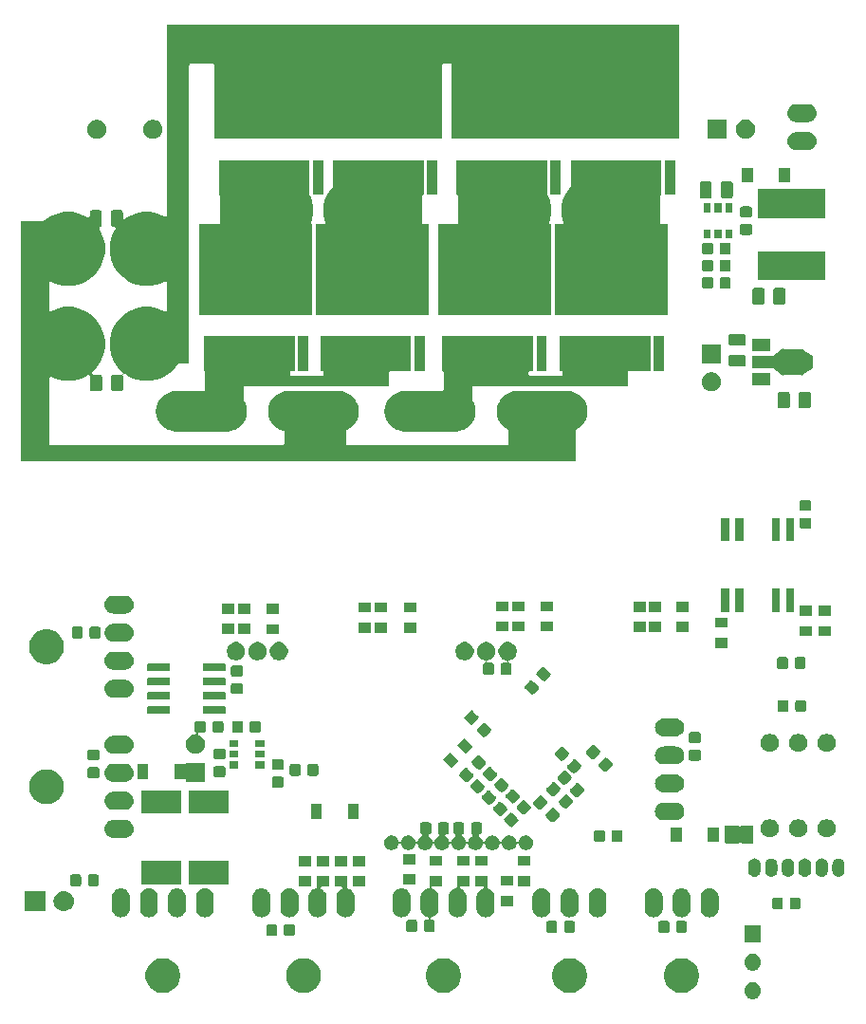
<source format=gbr>
G04 #@! TF.GenerationSoftware,KiCad,Pcbnew,(5.1.4)-1*
G04 #@! TF.CreationDate,2020-02-22T08:14:46+09:00*
G04 #@! TF.ProjectId,SteerMD,53746565-724d-4442-9e6b-696361645f70,rev?*
G04 #@! TF.SameCoordinates,Original*
G04 #@! TF.FileFunction,Soldermask,Bot*
G04 #@! TF.FilePolarity,Negative*
%FSLAX46Y46*%
G04 Gerber Fmt 4.6, Leading zero omitted, Abs format (unit mm)*
G04 Created by KiCad (PCBNEW (5.1.4)-1) date 2020-02-22 08:14:46*
%MOMM*%
%LPD*%
G04 APERTURE LIST*
%ADD10C,0.100000*%
G04 APERTURE END LIST*
D10*
G36*
X138394425Y-136944599D02*
G01*
X138518621Y-136969302D01*
X138655022Y-137025801D01*
X138777779Y-137107825D01*
X138882175Y-137212221D01*
X138964199Y-137334978D01*
X139020698Y-137471379D01*
X139049500Y-137616181D01*
X139049500Y-137763819D01*
X139020698Y-137908621D01*
X138964199Y-138045022D01*
X138882175Y-138167779D01*
X138777779Y-138272175D01*
X138655022Y-138354199D01*
X138518621Y-138410698D01*
X138394425Y-138435401D01*
X138373820Y-138439500D01*
X138226180Y-138439500D01*
X138205575Y-138435401D01*
X138081379Y-138410698D01*
X137944978Y-138354199D01*
X137822221Y-138272175D01*
X137717825Y-138167779D01*
X137635801Y-138045022D01*
X137579302Y-137908621D01*
X137550500Y-137763819D01*
X137550500Y-137616181D01*
X137579302Y-137471379D01*
X137635801Y-137334978D01*
X137717825Y-137212221D01*
X137822221Y-137107825D01*
X137944978Y-137025801D01*
X138081379Y-136969302D01*
X138205575Y-136944599D01*
X138226180Y-136940500D01*
X138373820Y-136940500D01*
X138394425Y-136944599D01*
X138394425Y-136944599D01*
G37*
G36*
X132252585Y-134828802D02*
G01*
X132402410Y-134858604D01*
X132684674Y-134975521D01*
X132938705Y-135145259D01*
X133154741Y-135361295D01*
X133324479Y-135615326D01*
X133441396Y-135897590D01*
X133501000Y-136197240D01*
X133501000Y-136502760D01*
X133441396Y-136802410D01*
X133324479Y-137084674D01*
X133154741Y-137338705D01*
X132938705Y-137554741D01*
X132684674Y-137724479D01*
X132402410Y-137841396D01*
X132252585Y-137871198D01*
X132102761Y-137901000D01*
X131797239Y-137901000D01*
X131647415Y-137871198D01*
X131497590Y-137841396D01*
X131215326Y-137724479D01*
X130961295Y-137554741D01*
X130745259Y-137338705D01*
X130575521Y-137084674D01*
X130458604Y-136802410D01*
X130399000Y-136502760D01*
X130399000Y-136197240D01*
X130458604Y-135897590D01*
X130575521Y-135615326D01*
X130745259Y-135361295D01*
X130961295Y-135145259D01*
X131215326Y-134975521D01*
X131497590Y-134858604D01*
X131647415Y-134828802D01*
X131797239Y-134799000D01*
X132102761Y-134799000D01*
X132252585Y-134828802D01*
X132252585Y-134828802D01*
G37*
G36*
X122252585Y-134828802D02*
G01*
X122402410Y-134858604D01*
X122684674Y-134975521D01*
X122938705Y-135145259D01*
X123154741Y-135361295D01*
X123324479Y-135615326D01*
X123441396Y-135897590D01*
X123501000Y-136197240D01*
X123501000Y-136502760D01*
X123441396Y-136802410D01*
X123324479Y-137084674D01*
X123154741Y-137338705D01*
X122938705Y-137554741D01*
X122684674Y-137724479D01*
X122402410Y-137841396D01*
X122252585Y-137871198D01*
X122102761Y-137901000D01*
X121797239Y-137901000D01*
X121647415Y-137871198D01*
X121497590Y-137841396D01*
X121215326Y-137724479D01*
X120961295Y-137554741D01*
X120745259Y-137338705D01*
X120575521Y-137084674D01*
X120458604Y-136802410D01*
X120399000Y-136502760D01*
X120399000Y-136197240D01*
X120458604Y-135897590D01*
X120575521Y-135615326D01*
X120745259Y-135361295D01*
X120961295Y-135145259D01*
X121215326Y-134975521D01*
X121497590Y-134858604D01*
X121647415Y-134828802D01*
X121797239Y-134799000D01*
X122102761Y-134799000D01*
X122252585Y-134828802D01*
X122252585Y-134828802D01*
G37*
G36*
X111002585Y-134828802D02*
G01*
X111152410Y-134858604D01*
X111434674Y-134975521D01*
X111688705Y-135145259D01*
X111904741Y-135361295D01*
X112074479Y-135615326D01*
X112191396Y-135897590D01*
X112251000Y-136197240D01*
X112251000Y-136502760D01*
X112191396Y-136802410D01*
X112074479Y-137084674D01*
X111904741Y-137338705D01*
X111688705Y-137554741D01*
X111434674Y-137724479D01*
X111152410Y-137841396D01*
X111002585Y-137871198D01*
X110852761Y-137901000D01*
X110547239Y-137901000D01*
X110397415Y-137871198D01*
X110247590Y-137841396D01*
X109965326Y-137724479D01*
X109711295Y-137554741D01*
X109495259Y-137338705D01*
X109325521Y-137084674D01*
X109208604Y-136802410D01*
X109149000Y-136502760D01*
X109149000Y-136197240D01*
X109208604Y-135897590D01*
X109325521Y-135615326D01*
X109495259Y-135361295D01*
X109711295Y-135145259D01*
X109965326Y-134975521D01*
X110247590Y-134858604D01*
X110397415Y-134828802D01*
X110547239Y-134799000D01*
X110852761Y-134799000D01*
X111002585Y-134828802D01*
X111002585Y-134828802D01*
G37*
G36*
X85952585Y-134828802D02*
G01*
X86102410Y-134858604D01*
X86384674Y-134975521D01*
X86638705Y-135145259D01*
X86854741Y-135361295D01*
X87024479Y-135615326D01*
X87141396Y-135897590D01*
X87201000Y-136197240D01*
X87201000Y-136502760D01*
X87141396Y-136802410D01*
X87024479Y-137084674D01*
X86854741Y-137338705D01*
X86638705Y-137554741D01*
X86384674Y-137724479D01*
X86102410Y-137841396D01*
X85952585Y-137871198D01*
X85802761Y-137901000D01*
X85497239Y-137901000D01*
X85347415Y-137871198D01*
X85197590Y-137841396D01*
X84915326Y-137724479D01*
X84661295Y-137554741D01*
X84445259Y-137338705D01*
X84275521Y-137084674D01*
X84158604Y-136802410D01*
X84099000Y-136502760D01*
X84099000Y-136197240D01*
X84158604Y-135897590D01*
X84275521Y-135615326D01*
X84445259Y-135361295D01*
X84661295Y-135145259D01*
X84915326Y-134975521D01*
X85197590Y-134858604D01*
X85347415Y-134828802D01*
X85497239Y-134799000D01*
X85802761Y-134799000D01*
X85952585Y-134828802D01*
X85952585Y-134828802D01*
G37*
G36*
X98502585Y-134828802D02*
G01*
X98652410Y-134858604D01*
X98934674Y-134975521D01*
X99188705Y-135145259D01*
X99404741Y-135361295D01*
X99574479Y-135615326D01*
X99691396Y-135897590D01*
X99751000Y-136197240D01*
X99751000Y-136502760D01*
X99691396Y-136802410D01*
X99574479Y-137084674D01*
X99404741Y-137338705D01*
X99188705Y-137554741D01*
X98934674Y-137724479D01*
X98652410Y-137841396D01*
X98502585Y-137871198D01*
X98352761Y-137901000D01*
X98047239Y-137901000D01*
X97897415Y-137871198D01*
X97747590Y-137841396D01*
X97465326Y-137724479D01*
X97211295Y-137554741D01*
X96995259Y-137338705D01*
X96825521Y-137084674D01*
X96708604Y-136802410D01*
X96649000Y-136502760D01*
X96649000Y-136197240D01*
X96708604Y-135897590D01*
X96825521Y-135615326D01*
X96995259Y-135361295D01*
X97211295Y-135145259D01*
X97465326Y-134975521D01*
X97747590Y-134858604D01*
X97897415Y-134828802D01*
X98047239Y-134799000D01*
X98352761Y-134799000D01*
X98502585Y-134828802D01*
X98502585Y-134828802D01*
G37*
G36*
X138394425Y-134404599D02*
G01*
X138518621Y-134429302D01*
X138655022Y-134485801D01*
X138777779Y-134567825D01*
X138882175Y-134672221D01*
X138964199Y-134794978D01*
X139020698Y-134931379D01*
X139049500Y-135076181D01*
X139049500Y-135223819D01*
X139020698Y-135368621D01*
X138964199Y-135505022D01*
X138882175Y-135627779D01*
X138777779Y-135732175D01*
X138655022Y-135814199D01*
X138518621Y-135870698D01*
X138394425Y-135895401D01*
X138373820Y-135899500D01*
X138226180Y-135899500D01*
X138205575Y-135895401D01*
X138081379Y-135870698D01*
X137944978Y-135814199D01*
X137822221Y-135732175D01*
X137717825Y-135627779D01*
X137635801Y-135505022D01*
X137579302Y-135368621D01*
X137550500Y-135223819D01*
X137550500Y-135076181D01*
X137579302Y-134931379D01*
X137635801Y-134794978D01*
X137717825Y-134672221D01*
X137822221Y-134567825D01*
X137944978Y-134485801D01*
X138081379Y-134429302D01*
X138205575Y-134404599D01*
X138226180Y-134400500D01*
X138373820Y-134400500D01*
X138394425Y-134404599D01*
X138394425Y-134404599D01*
G37*
G36*
X139049500Y-133359500D02*
G01*
X137550500Y-133359500D01*
X137550500Y-131860500D01*
X139049500Y-131860500D01*
X139049500Y-133359500D01*
X139049500Y-133359500D01*
G37*
G36*
X97279591Y-131778085D02*
G01*
X97313569Y-131788393D01*
X97344890Y-131805134D01*
X97372339Y-131827661D01*
X97394866Y-131855110D01*
X97411607Y-131886431D01*
X97421915Y-131920409D01*
X97426000Y-131961890D01*
X97426000Y-132638110D01*
X97421915Y-132679591D01*
X97411607Y-132713569D01*
X97394866Y-132744890D01*
X97372339Y-132772339D01*
X97344890Y-132794866D01*
X97313569Y-132811607D01*
X97279591Y-132821915D01*
X97238110Y-132826000D01*
X96636890Y-132826000D01*
X96595409Y-132821915D01*
X96561431Y-132811607D01*
X96530110Y-132794866D01*
X96502661Y-132772339D01*
X96480134Y-132744890D01*
X96463393Y-132713569D01*
X96453085Y-132679591D01*
X96449000Y-132638110D01*
X96449000Y-131961890D01*
X96453085Y-131920409D01*
X96463393Y-131886431D01*
X96480134Y-131855110D01*
X96502661Y-131827661D01*
X96530110Y-131805134D01*
X96561431Y-131788393D01*
X96595409Y-131778085D01*
X96636890Y-131774000D01*
X97238110Y-131774000D01*
X97279591Y-131778085D01*
X97279591Y-131778085D01*
G37*
G36*
X95704591Y-131778085D02*
G01*
X95738569Y-131788393D01*
X95769890Y-131805134D01*
X95797339Y-131827661D01*
X95819866Y-131855110D01*
X95836607Y-131886431D01*
X95846915Y-131920409D01*
X95851000Y-131961890D01*
X95851000Y-132638110D01*
X95846915Y-132679591D01*
X95836607Y-132713569D01*
X95819866Y-132744890D01*
X95797339Y-132772339D01*
X95769890Y-132794866D01*
X95738569Y-132811607D01*
X95704591Y-132821915D01*
X95663110Y-132826000D01*
X95061890Y-132826000D01*
X95020409Y-132821915D01*
X94986431Y-132811607D01*
X94955110Y-132794866D01*
X94927661Y-132772339D01*
X94905134Y-132744890D01*
X94888393Y-132713569D01*
X94878085Y-132679591D01*
X94874000Y-132638110D01*
X94874000Y-131961890D01*
X94878085Y-131920409D01*
X94888393Y-131886431D01*
X94905134Y-131855110D01*
X94927661Y-131827661D01*
X94955110Y-131805134D01*
X94986431Y-131788393D01*
X95020409Y-131778085D01*
X95061890Y-131774000D01*
X95663110Y-131774000D01*
X95704591Y-131778085D01*
X95704591Y-131778085D01*
G37*
G36*
X130704591Y-131478085D02*
G01*
X130738569Y-131488393D01*
X130769890Y-131505134D01*
X130797339Y-131527661D01*
X130819866Y-131555110D01*
X130836607Y-131586431D01*
X130846915Y-131620409D01*
X130851000Y-131661890D01*
X130851000Y-132338110D01*
X130846915Y-132379591D01*
X130836607Y-132413569D01*
X130819866Y-132444890D01*
X130797339Y-132472339D01*
X130769890Y-132494866D01*
X130738569Y-132511607D01*
X130704591Y-132521915D01*
X130663110Y-132526000D01*
X130061890Y-132526000D01*
X130020409Y-132521915D01*
X129986431Y-132511607D01*
X129955110Y-132494866D01*
X129927661Y-132472339D01*
X129905134Y-132444890D01*
X129888393Y-132413569D01*
X129878085Y-132379591D01*
X129874000Y-132338110D01*
X129874000Y-131661890D01*
X129878085Y-131620409D01*
X129888393Y-131586431D01*
X129905134Y-131555110D01*
X129927661Y-131527661D01*
X129955110Y-131505134D01*
X129986431Y-131488393D01*
X130020409Y-131478085D01*
X130061890Y-131474000D01*
X130663110Y-131474000D01*
X130704591Y-131478085D01*
X130704591Y-131478085D01*
G37*
G36*
X132279591Y-131478085D02*
G01*
X132313569Y-131488393D01*
X132344890Y-131505134D01*
X132372339Y-131527661D01*
X132394866Y-131555110D01*
X132411607Y-131586431D01*
X132421915Y-131620409D01*
X132426000Y-131661890D01*
X132426000Y-132338110D01*
X132421915Y-132379591D01*
X132411607Y-132413569D01*
X132394866Y-132444890D01*
X132372339Y-132472339D01*
X132344890Y-132494866D01*
X132313569Y-132511607D01*
X132279591Y-132521915D01*
X132238110Y-132526000D01*
X131636890Y-132526000D01*
X131595409Y-132521915D01*
X131561431Y-132511607D01*
X131530110Y-132494866D01*
X131502661Y-132472339D01*
X131480134Y-132444890D01*
X131463393Y-132413569D01*
X131453085Y-132379591D01*
X131449000Y-132338110D01*
X131449000Y-131661890D01*
X131453085Y-131620409D01*
X131463393Y-131586431D01*
X131480134Y-131555110D01*
X131502661Y-131527661D01*
X131530110Y-131505134D01*
X131561431Y-131488393D01*
X131595409Y-131478085D01*
X131636890Y-131474000D01*
X132238110Y-131474000D01*
X132279591Y-131478085D01*
X132279591Y-131478085D01*
G37*
G36*
X122279591Y-131478085D02*
G01*
X122313569Y-131488393D01*
X122344890Y-131505134D01*
X122372339Y-131527661D01*
X122394866Y-131555110D01*
X122411607Y-131586431D01*
X122421915Y-131620409D01*
X122426000Y-131661890D01*
X122426000Y-132338110D01*
X122421915Y-132379591D01*
X122411607Y-132413569D01*
X122394866Y-132444890D01*
X122372339Y-132472339D01*
X122344890Y-132494866D01*
X122313569Y-132511607D01*
X122279591Y-132521915D01*
X122238110Y-132526000D01*
X121636890Y-132526000D01*
X121595409Y-132521915D01*
X121561431Y-132511607D01*
X121530110Y-132494866D01*
X121502661Y-132472339D01*
X121480134Y-132444890D01*
X121463393Y-132413569D01*
X121453085Y-132379591D01*
X121449000Y-132338110D01*
X121449000Y-131661890D01*
X121453085Y-131620409D01*
X121463393Y-131586431D01*
X121480134Y-131555110D01*
X121502661Y-131527661D01*
X121530110Y-131505134D01*
X121561431Y-131488393D01*
X121595409Y-131478085D01*
X121636890Y-131474000D01*
X122238110Y-131474000D01*
X122279591Y-131478085D01*
X122279591Y-131478085D01*
G37*
G36*
X120704591Y-131478085D02*
G01*
X120738569Y-131488393D01*
X120769890Y-131505134D01*
X120797339Y-131527661D01*
X120819866Y-131555110D01*
X120836607Y-131586431D01*
X120846915Y-131620409D01*
X120851000Y-131661890D01*
X120851000Y-132338110D01*
X120846915Y-132379591D01*
X120836607Y-132413569D01*
X120819866Y-132444890D01*
X120797339Y-132472339D01*
X120769890Y-132494866D01*
X120738569Y-132511607D01*
X120704591Y-132521915D01*
X120663110Y-132526000D01*
X120061890Y-132526000D01*
X120020409Y-132521915D01*
X119986431Y-132511607D01*
X119955110Y-132494866D01*
X119927661Y-132472339D01*
X119905134Y-132444890D01*
X119888393Y-132413569D01*
X119878085Y-132379591D01*
X119874000Y-132338110D01*
X119874000Y-131661890D01*
X119878085Y-131620409D01*
X119888393Y-131586431D01*
X119905134Y-131555110D01*
X119927661Y-131527661D01*
X119955110Y-131505134D01*
X119986431Y-131488393D01*
X120020409Y-131478085D01*
X120061890Y-131474000D01*
X120663110Y-131474000D01*
X120704591Y-131478085D01*
X120704591Y-131478085D01*
G37*
G36*
X108204591Y-131378085D02*
G01*
X108238569Y-131388393D01*
X108269890Y-131405134D01*
X108297339Y-131427661D01*
X108319866Y-131455110D01*
X108336607Y-131486431D01*
X108346915Y-131520409D01*
X108351000Y-131561890D01*
X108351000Y-132238110D01*
X108346915Y-132279591D01*
X108336607Y-132313569D01*
X108319866Y-132344890D01*
X108297339Y-132372339D01*
X108269890Y-132394866D01*
X108238569Y-132411607D01*
X108204591Y-132421915D01*
X108163110Y-132426000D01*
X107561890Y-132426000D01*
X107520409Y-132421915D01*
X107486431Y-132411607D01*
X107455110Y-132394866D01*
X107427661Y-132372339D01*
X107405134Y-132344890D01*
X107388393Y-132313569D01*
X107378085Y-132279591D01*
X107374000Y-132238110D01*
X107374000Y-131561890D01*
X107378085Y-131520409D01*
X107388393Y-131486431D01*
X107405134Y-131455110D01*
X107427661Y-131427661D01*
X107455110Y-131405134D01*
X107486431Y-131388393D01*
X107520409Y-131378085D01*
X107561890Y-131374000D01*
X108163110Y-131374000D01*
X108204591Y-131378085D01*
X108204591Y-131378085D01*
G37*
G36*
X110601000Y-128351000D02*
G01*
X109758772Y-128351000D01*
X109734386Y-128353402D01*
X109710937Y-128360515D01*
X109689326Y-128372066D01*
X109670384Y-128387611D01*
X109654839Y-128406553D01*
X109643288Y-128428164D01*
X109636175Y-128451613D01*
X109633773Y-128475999D01*
X109636175Y-128500385D01*
X109643288Y-128523834D01*
X109654839Y-128545445D01*
X109670384Y-128564387D01*
X109689326Y-128579932D01*
X109710937Y-128591483D01*
X109722487Y-128595616D01*
X109758012Y-128606392D01*
X109813849Y-128636238D01*
X109897164Y-128680771D01*
X110019133Y-128780867D01*
X110086995Y-128863558D01*
X110119229Y-128902835D01*
X110193608Y-129041987D01*
X110199016Y-129059815D01*
X110239410Y-129192977D01*
X110251000Y-129310655D01*
X110251000Y-130389345D01*
X110239410Y-130507023D01*
X110214857Y-130587963D01*
X110193608Y-130658013D01*
X110119229Y-130797165D01*
X110019133Y-130919133D01*
X109897165Y-131019229D01*
X109758013Y-131093608D01*
X109706769Y-131109152D01*
X109640069Y-131129385D01*
X109617434Y-131138762D01*
X109597060Y-131152375D01*
X109579733Y-131169702D01*
X109566119Y-131190077D01*
X109556742Y-131212715D01*
X109551961Y-131236749D01*
X109551961Y-131261253D01*
X109556741Y-131285286D01*
X109566119Y-131307925D01*
X109579732Y-131328299D01*
X109597059Y-131345626D01*
X109617434Y-131359240D01*
X109640072Y-131368617D01*
X109664106Y-131373398D01*
X109676358Y-131374000D01*
X109738110Y-131374000D01*
X109779591Y-131378085D01*
X109813569Y-131388393D01*
X109844890Y-131405134D01*
X109872339Y-131427661D01*
X109894866Y-131455110D01*
X109911607Y-131486431D01*
X109921915Y-131520409D01*
X109926000Y-131561890D01*
X109926000Y-132238110D01*
X109921915Y-132279591D01*
X109911607Y-132313569D01*
X109894866Y-132344890D01*
X109872339Y-132372339D01*
X109844890Y-132394866D01*
X109813569Y-132411607D01*
X109779591Y-132421915D01*
X109738110Y-132426000D01*
X109136890Y-132426000D01*
X109095409Y-132421915D01*
X109061431Y-132411607D01*
X109030110Y-132394866D01*
X109002661Y-132372339D01*
X108980134Y-132344890D01*
X108963393Y-132313569D01*
X108953085Y-132279591D01*
X108949000Y-132238110D01*
X108949000Y-131561890D01*
X108953085Y-131520409D01*
X108963393Y-131486431D01*
X108980134Y-131455110D01*
X109002661Y-131427661D01*
X109030110Y-131405134D01*
X109061431Y-131388393D01*
X109095409Y-131378085D01*
X109136890Y-131374000D01*
X109223643Y-131374000D01*
X109248029Y-131371598D01*
X109271478Y-131364485D01*
X109293089Y-131352934D01*
X109312031Y-131337389D01*
X109327576Y-131318447D01*
X109339127Y-131296836D01*
X109346240Y-131273387D01*
X109348642Y-131249001D01*
X109346240Y-131224615D01*
X109339127Y-131201166D01*
X109327576Y-131179555D01*
X109312031Y-131160613D01*
X109293089Y-131145068D01*
X109271478Y-131133517D01*
X109259935Y-131129387D01*
X109193232Y-131109152D01*
X109141988Y-131093608D01*
X109002836Y-131019229D01*
X108880868Y-130919133D01*
X108780772Y-130797165D01*
X108706393Y-130658013D01*
X108685144Y-130587963D01*
X108660591Y-130507023D01*
X108649001Y-130389345D01*
X108649000Y-129310656D01*
X108660590Y-129192978D01*
X108691125Y-129092319D01*
X108706392Y-129041988D01*
X108780771Y-128902836D01*
X108780772Y-128902835D01*
X108880867Y-128780867D01*
X109002835Y-128680771D01*
X109086150Y-128636238D01*
X109141987Y-128606392D01*
X109212762Y-128584923D01*
X109292977Y-128560590D01*
X109334748Y-128556476D01*
X109386254Y-128551403D01*
X109410287Y-128546622D01*
X109432926Y-128537245D01*
X109453300Y-128523631D01*
X109470627Y-128506304D01*
X109484240Y-128485930D01*
X109493618Y-128463291D01*
X109499000Y-128427006D01*
X109499000Y-127449000D01*
X110601000Y-127449000D01*
X110601000Y-128351000D01*
X110601000Y-128351000D01*
G37*
G36*
X102101000Y-128466058D02*
G01*
X102103402Y-128490444D01*
X102110515Y-128513893D01*
X102122066Y-128535504D01*
X102137611Y-128554446D01*
X102156553Y-128569991D01*
X102178164Y-128581542D01*
X102189708Y-128585673D01*
X102258011Y-128606392D01*
X102397164Y-128680771D01*
X102519133Y-128780867D01*
X102586995Y-128863558D01*
X102619229Y-128902835D01*
X102693608Y-129041987D01*
X102699016Y-129059815D01*
X102739410Y-129192977D01*
X102751000Y-129310655D01*
X102751000Y-130389345D01*
X102739410Y-130507023D01*
X102714857Y-130587963D01*
X102693608Y-130658013D01*
X102619229Y-130797165D01*
X102519133Y-130919133D01*
X102397165Y-131019229D01*
X102258013Y-131093608D01*
X102207682Y-131108875D01*
X102107023Y-131139410D01*
X101950000Y-131154875D01*
X101792978Y-131139410D01*
X101692319Y-131108875D01*
X101641988Y-131093608D01*
X101502836Y-131019229D01*
X101380868Y-130919133D01*
X101280772Y-130797165D01*
X101206393Y-130658013D01*
X101185144Y-130587963D01*
X101160591Y-130507023D01*
X101149001Y-130389345D01*
X101149000Y-129310656D01*
X101160590Y-129192978D01*
X101191125Y-129092319D01*
X101206392Y-129041988D01*
X101280771Y-128902836D01*
X101280772Y-128902835D01*
X101380867Y-128780867D01*
X101502835Y-128680771D01*
X101586150Y-128636238D01*
X101606524Y-128622624D01*
X101623851Y-128605297D01*
X101637465Y-128584923D01*
X101646842Y-128562284D01*
X101651622Y-128538250D01*
X101651622Y-128513746D01*
X101646841Y-128489713D01*
X101637464Y-128467074D01*
X101623850Y-128446700D01*
X101606523Y-128429373D01*
X101586149Y-128415759D01*
X101563510Y-128406382D01*
X101527225Y-128401000D01*
X100999000Y-128401000D01*
X100999000Y-127499000D01*
X102101000Y-127499000D01*
X102101000Y-128466058D01*
X102101000Y-128466058D01*
G37*
G36*
X119607022Y-128560590D02*
G01*
X119687237Y-128584923D01*
X119758012Y-128606392D01*
X119813849Y-128636238D01*
X119897164Y-128680771D01*
X120019133Y-128780867D01*
X120086995Y-128863558D01*
X120119229Y-128902835D01*
X120193608Y-129041987D01*
X120199016Y-129059815D01*
X120239410Y-129192977D01*
X120251000Y-129310655D01*
X120251000Y-130389345D01*
X120239410Y-130507023D01*
X120214857Y-130587963D01*
X120193608Y-130658013D01*
X120119229Y-130797165D01*
X120019133Y-130919133D01*
X119897165Y-131019229D01*
X119758013Y-131093608D01*
X119707682Y-131108875D01*
X119607023Y-131139410D01*
X119450000Y-131154875D01*
X119292978Y-131139410D01*
X119192319Y-131108875D01*
X119141988Y-131093608D01*
X119002836Y-131019229D01*
X118880868Y-130919133D01*
X118780772Y-130797165D01*
X118706393Y-130658013D01*
X118685144Y-130587963D01*
X118660591Y-130507023D01*
X118649001Y-130389345D01*
X118649000Y-129310656D01*
X118660590Y-129192978D01*
X118691125Y-129092319D01*
X118706392Y-129041988D01*
X118780771Y-128902836D01*
X118780772Y-128902835D01*
X118880867Y-128780867D01*
X119002835Y-128680771D01*
X119086150Y-128636238D01*
X119141987Y-128606392D01*
X119212762Y-128584923D01*
X119292977Y-128560590D01*
X119450000Y-128545125D01*
X119607022Y-128560590D01*
X119607022Y-128560590D01*
G37*
G36*
X122107022Y-128560590D02*
G01*
X122187237Y-128584923D01*
X122258012Y-128606392D01*
X122313849Y-128636238D01*
X122397164Y-128680771D01*
X122519133Y-128780867D01*
X122586995Y-128863558D01*
X122619229Y-128902835D01*
X122693608Y-129041987D01*
X122699016Y-129059815D01*
X122739410Y-129192977D01*
X122751000Y-129310655D01*
X122751000Y-130389345D01*
X122739410Y-130507023D01*
X122714857Y-130587963D01*
X122693608Y-130658013D01*
X122619229Y-130797165D01*
X122519133Y-130919133D01*
X122397165Y-131019229D01*
X122258013Y-131093608D01*
X122207682Y-131108875D01*
X122107023Y-131139410D01*
X121950000Y-131154875D01*
X121792978Y-131139410D01*
X121692319Y-131108875D01*
X121641988Y-131093608D01*
X121502836Y-131019229D01*
X121380868Y-130919133D01*
X121280772Y-130797165D01*
X121206393Y-130658013D01*
X121185144Y-130587963D01*
X121160591Y-130507023D01*
X121149001Y-130389345D01*
X121149000Y-129310656D01*
X121160590Y-129192978D01*
X121191125Y-129092319D01*
X121206392Y-129041988D01*
X121280771Y-128902836D01*
X121280772Y-128902835D01*
X121380867Y-128780867D01*
X121502835Y-128680771D01*
X121586150Y-128636238D01*
X121641987Y-128606392D01*
X121712762Y-128584923D01*
X121792977Y-128560590D01*
X121950000Y-128545125D01*
X122107022Y-128560590D01*
X122107022Y-128560590D01*
G37*
G36*
X124607022Y-128560590D02*
G01*
X124687237Y-128584923D01*
X124758012Y-128606392D01*
X124813849Y-128636238D01*
X124897164Y-128680771D01*
X125019133Y-128780867D01*
X125086995Y-128863558D01*
X125119229Y-128902835D01*
X125193608Y-129041987D01*
X125199016Y-129059815D01*
X125239410Y-129192977D01*
X125251000Y-129310655D01*
X125251000Y-130389345D01*
X125239410Y-130507023D01*
X125214857Y-130587963D01*
X125193608Y-130658013D01*
X125119229Y-130797165D01*
X125019133Y-130919133D01*
X124897165Y-131019229D01*
X124758013Y-131093608D01*
X124707682Y-131108875D01*
X124607023Y-131139410D01*
X124450000Y-131154875D01*
X124292978Y-131139410D01*
X124192319Y-131108875D01*
X124141988Y-131093608D01*
X124002836Y-131019229D01*
X123880868Y-130919133D01*
X123780772Y-130797165D01*
X123706393Y-130658013D01*
X123685144Y-130587963D01*
X123660591Y-130507023D01*
X123649001Y-130389345D01*
X123649000Y-129310656D01*
X123660590Y-129192978D01*
X123691125Y-129092319D01*
X123706392Y-129041988D01*
X123780771Y-128902836D01*
X123780772Y-128902835D01*
X123880867Y-128780867D01*
X124002835Y-128680771D01*
X124086150Y-128636238D01*
X124141987Y-128606392D01*
X124212762Y-128584923D01*
X124292977Y-128560590D01*
X124450000Y-128545125D01*
X124607022Y-128560590D01*
X124607022Y-128560590D01*
G37*
G36*
X132107022Y-128560590D02*
G01*
X132187237Y-128584923D01*
X132258012Y-128606392D01*
X132313849Y-128636238D01*
X132397164Y-128680771D01*
X132519133Y-128780867D01*
X132586995Y-128863558D01*
X132619229Y-128902835D01*
X132693608Y-129041987D01*
X132699016Y-129059815D01*
X132739410Y-129192977D01*
X132751000Y-129310655D01*
X132751000Y-130389345D01*
X132739410Y-130507023D01*
X132714857Y-130587963D01*
X132693608Y-130658013D01*
X132619229Y-130797165D01*
X132519133Y-130919133D01*
X132397165Y-131019229D01*
X132258013Y-131093608D01*
X132207682Y-131108875D01*
X132107023Y-131139410D01*
X131950000Y-131154875D01*
X131792978Y-131139410D01*
X131692319Y-131108875D01*
X131641988Y-131093608D01*
X131502836Y-131019229D01*
X131380868Y-130919133D01*
X131280772Y-130797165D01*
X131206393Y-130658013D01*
X131185144Y-130587963D01*
X131160591Y-130507023D01*
X131149001Y-130389345D01*
X131149000Y-129310656D01*
X131160590Y-129192978D01*
X131191125Y-129092319D01*
X131206392Y-129041988D01*
X131280771Y-128902836D01*
X131280772Y-128902835D01*
X131380867Y-128780867D01*
X131502835Y-128680771D01*
X131586150Y-128636238D01*
X131641987Y-128606392D01*
X131712762Y-128584923D01*
X131792977Y-128560590D01*
X131950000Y-128545125D01*
X132107022Y-128560590D01*
X132107022Y-128560590D01*
G37*
G36*
X114601000Y-128466058D02*
G01*
X114603402Y-128490444D01*
X114610515Y-128513893D01*
X114622066Y-128535504D01*
X114637611Y-128554446D01*
X114656553Y-128569991D01*
X114678164Y-128581542D01*
X114689708Y-128585673D01*
X114758011Y-128606392D01*
X114897164Y-128680771D01*
X115019133Y-128780867D01*
X115086995Y-128863558D01*
X115119229Y-128902835D01*
X115193608Y-129041987D01*
X115199016Y-129059815D01*
X115239410Y-129192977D01*
X115251000Y-129310655D01*
X115251000Y-130389345D01*
X115239410Y-130507023D01*
X115214857Y-130587963D01*
X115193608Y-130658013D01*
X115119229Y-130797165D01*
X115019133Y-130919133D01*
X114897165Y-131019229D01*
X114758013Y-131093608D01*
X114707682Y-131108875D01*
X114607023Y-131139410D01*
X114450000Y-131154875D01*
X114292978Y-131139410D01*
X114192319Y-131108875D01*
X114141988Y-131093608D01*
X114002836Y-131019229D01*
X113880868Y-130919133D01*
X113780772Y-130797165D01*
X113706393Y-130658013D01*
X113685144Y-130587963D01*
X113660591Y-130507023D01*
X113649001Y-130389345D01*
X113649000Y-129310656D01*
X113660590Y-129192978D01*
X113691125Y-129092319D01*
X113706392Y-129041988D01*
X113780771Y-128902836D01*
X113780772Y-128902835D01*
X113880867Y-128780867D01*
X114002835Y-128680771D01*
X114086150Y-128636238D01*
X114141987Y-128606392D01*
X114177512Y-128595616D01*
X114200151Y-128586238D01*
X114220525Y-128572625D01*
X114237852Y-128555298D01*
X114251466Y-128534923D01*
X114260844Y-128512285D01*
X114265624Y-128488251D01*
X114265624Y-128463747D01*
X114260844Y-128439714D01*
X114251466Y-128417075D01*
X114237853Y-128396701D01*
X114220526Y-128379374D01*
X114200151Y-128365760D01*
X114177513Y-128356382D01*
X114153479Y-128351602D01*
X114141227Y-128351000D01*
X113499000Y-128351000D01*
X113499000Y-127449000D01*
X114601000Y-127449000D01*
X114601000Y-128466058D01*
X114601000Y-128466058D01*
G37*
G36*
X113001000Y-128351000D02*
G01*
X112258772Y-128351000D01*
X112234386Y-128353402D01*
X112210937Y-128360515D01*
X112189326Y-128372066D01*
X112170384Y-128387611D01*
X112154839Y-128406553D01*
X112143288Y-128428164D01*
X112136175Y-128451613D01*
X112133773Y-128475999D01*
X112136175Y-128500385D01*
X112143288Y-128523834D01*
X112154839Y-128545445D01*
X112170384Y-128564387D01*
X112189326Y-128579932D01*
X112210937Y-128591483D01*
X112222487Y-128595616D01*
X112258012Y-128606392D01*
X112313849Y-128636238D01*
X112397164Y-128680771D01*
X112519133Y-128780867D01*
X112586995Y-128863558D01*
X112619229Y-128902835D01*
X112693608Y-129041987D01*
X112699016Y-129059815D01*
X112739410Y-129192977D01*
X112751000Y-129310655D01*
X112751000Y-130389345D01*
X112739410Y-130507023D01*
X112714857Y-130587963D01*
X112693608Y-130658013D01*
X112619229Y-130797165D01*
X112519133Y-130919133D01*
X112397165Y-131019229D01*
X112258013Y-131093608D01*
X112207682Y-131108875D01*
X112107023Y-131139410D01*
X111950000Y-131154875D01*
X111792978Y-131139410D01*
X111692319Y-131108875D01*
X111641988Y-131093608D01*
X111502836Y-131019229D01*
X111380868Y-130919133D01*
X111280772Y-130797165D01*
X111206393Y-130658013D01*
X111185144Y-130587963D01*
X111160591Y-130507023D01*
X111149001Y-130389345D01*
X111149000Y-129310656D01*
X111160590Y-129192978D01*
X111191125Y-129092319D01*
X111206392Y-129041988D01*
X111280771Y-128902836D01*
X111280772Y-128902835D01*
X111380867Y-128780867D01*
X111502835Y-128680771D01*
X111586150Y-128636238D01*
X111641987Y-128606392D01*
X111677512Y-128595616D01*
X111792977Y-128560590D01*
X111792983Y-128560589D01*
X111799439Y-128558631D01*
X111810276Y-128556476D01*
X111832916Y-128547100D01*
X111853292Y-128533488D01*
X111870620Y-128516162D01*
X111884235Y-128495789D01*
X111893615Y-128473151D01*
X111898397Y-128449118D01*
X111899000Y-128436856D01*
X111899000Y-127449000D01*
X113001000Y-127449000D01*
X113001000Y-128351000D01*
X113001000Y-128351000D01*
G37*
G36*
X94607022Y-128560590D02*
G01*
X94687237Y-128584923D01*
X94758012Y-128606392D01*
X94813849Y-128636238D01*
X94897164Y-128680771D01*
X95019133Y-128780867D01*
X95086995Y-128863558D01*
X95119229Y-128902835D01*
X95193608Y-129041987D01*
X95199016Y-129059815D01*
X95239410Y-129192977D01*
X95251000Y-129310655D01*
X95251000Y-130389345D01*
X95239410Y-130507023D01*
X95214857Y-130587963D01*
X95193608Y-130658013D01*
X95119229Y-130797165D01*
X95019133Y-130919133D01*
X94897165Y-131019229D01*
X94758013Y-131093608D01*
X94707682Y-131108875D01*
X94607023Y-131139410D01*
X94450000Y-131154875D01*
X94292978Y-131139410D01*
X94192319Y-131108875D01*
X94141988Y-131093608D01*
X94002836Y-131019229D01*
X93880868Y-130919133D01*
X93780772Y-130797165D01*
X93706393Y-130658013D01*
X93685144Y-130587963D01*
X93660591Y-130507023D01*
X93649001Y-130389345D01*
X93649000Y-129310656D01*
X93660590Y-129192978D01*
X93691125Y-129092319D01*
X93706392Y-129041988D01*
X93780771Y-128902836D01*
X93780772Y-128902835D01*
X93880867Y-128780867D01*
X94002835Y-128680771D01*
X94086150Y-128636238D01*
X94141987Y-128606392D01*
X94212762Y-128584923D01*
X94292977Y-128560590D01*
X94450000Y-128545125D01*
X94607022Y-128560590D01*
X94607022Y-128560590D01*
G37*
G36*
X97107022Y-128560590D02*
G01*
X97187237Y-128584923D01*
X97258012Y-128606392D01*
X97313849Y-128636238D01*
X97397164Y-128680771D01*
X97519133Y-128780867D01*
X97586995Y-128863558D01*
X97619229Y-128902835D01*
X97693608Y-129041987D01*
X97699016Y-129059815D01*
X97739410Y-129192977D01*
X97751000Y-129310655D01*
X97751000Y-130389345D01*
X97739410Y-130507023D01*
X97714857Y-130587963D01*
X97693608Y-130658013D01*
X97619229Y-130797165D01*
X97519133Y-130919133D01*
X97397165Y-131019229D01*
X97258013Y-131093608D01*
X97207682Y-131108875D01*
X97107023Y-131139410D01*
X96950000Y-131154875D01*
X96792978Y-131139410D01*
X96692319Y-131108875D01*
X96641988Y-131093608D01*
X96502836Y-131019229D01*
X96380868Y-130919133D01*
X96280772Y-130797165D01*
X96206393Y-130658013D01*
X96185144Y-130587963D01*
X96160591Y-130507023D01*
X96149001Y-130389345D01*
X96149000Y-129310656D01*
X96160590Y-129192978D01*
X96191125Y-129092319D01*
X96206392Y-129041988D01*
X96280771Y-128902836D01*
X96280772Y-128902835D01*
X96380867Y-128780867D01*
X96502835Y-128680771D01*
X96586150Y-128636238D01*
X96641987Y-128606392D01*
X96712762Y-128584923D01*
X96792977Y-128560590D01*
X96950000Y-128545125D01*
X97107022Y-128560590D01*
X97107022Y-128560590D01*
G37*
G36*
X100501000Y-128401000D02*
G01*
X99872774Y-128401000D01*
X99848388Y-128403402D01*
X99824939Y-128410515D01*
X99803328Y-128422066D01*
X99784386Y-128437611D01*
X99768841Y-128456553D01*
X99757290Y-128478164D01*
X99750177Y-128501613D01*
X99747775Y-128525999D01*
X99750177Y-128550385D01*
X99757290Y-128573834D01*
X99768841Y-128595445D01*
X99784386Y-128614387D01*
X99813849Y-128636238D01*
X99897164Y-128680771D01*
X100019133Y-128780867D01*
X100086995Y-128863558D01*
X100119229Y-128902835D01*
X100193608Y-129041987D01*
X100199016Y-129059815D01*
X100239410Y-129192977D01*
X100251000Y-129310655D01*
X100251000Y-130389345D01*
X100239410Y-130507023D01*
X100214857Y-130587963D01*
X100193608Y-130658013D01*
X100119229Y-130797165D01*
X100019133Y-130919133D01*
X99897165Y-131019229D01*
X99758013Y-131093608D01*
X99707682Y-131108875D01*
X99607023Y-131139410D01*
X99450000Y-131154875D01*
X99292978Y-131139410D01*
X99192319Y-131108875D01*
X99141988Y-131093608D01*
X99002836Y-131019229D01*
X98880868Y-130919133D01*
X98780772Y-130797165D01*
X98706393Y-130658013D01*
X98685144Y-130587963D01*
X98660591Y-130507023D01*
X98649001Y-130389345D01*
X98649000Y-129310656D01*
X98660590Y-129192978D01*
X98691125Y-129092319D01*
X98706392Y-129041988D01*
X98780771Y-128902836D01*
X98780772Y-128902835D01*
X98880867Y-128780867D01*
X99002835Y-128680771D01*
X99086150Y-128636238D01*
X99141987Y-128606392D01*
X99177512Y-128595616D01*
X99292977Y-128560590D01*
X99292983Y-128560589D01*
X99299439Y-128558631D01*
X99310276Y-128556476D01*
X99332916Y-128547100D01*
X99353292Y-128533488D01*
X99370620Y-128516162D01*
X99384235Y-128495789D01*
X99393615Y-128473151D01*
X99398397Y-128449118D01*
X99399000Y-128436856D01*
X99399000Y-127499000D01*
X100501000Y-127499000D01*
X100501000Y-128401000D01*
X100501000Y-128401000D01*
G37*
G36*
X134607022Y-128560590D02*
G01*
X134687237Y-128584923D01*
X134758012Y-128606392D01*
X134813849Y-128636238D01*
X134897164Y-128680771D01*
X135019133Y-128780867D01*
X135086995Y-128863558D01*
X135119229Y-128902835D01*
X135193608Y-129041987D01*
X135199016Y-129059815D01*
X135239410Y-129192977D01*
X135251000Y-129310655D01*
X135251000Y-130389345D01*
X135239410Y-130507023D01*
X135214857Y-130587963D01*
X135193608Y-130658013D01*
X135119229Y-130797165D01*
X135019133Y-130919133D01*
X134897165Y-131019229D01*
X134758013Y-131093608D01*
X134707682Y-131108875D01*
X134607023Y-131139410D01*
X134450000Y-131154875D01*
X134292978Y-131139410D01*
X134192319Y-131108875D01*
X134141988Y-131093608D01*
X134002836Y-131019229D01*
X133880868Y-130919133D01*
X133780772Y-130797165D01*
X133706393Y-130658013D01*
X133685144Y-130587963D01*
X133660591Y-130507023D01*
X133649001Y-130389345D01*
X133649000Y-129310656D01*
X133660590Y-129192978D01*
X133691125Y-129092319D01*
X133706392Y-129041988D01*
X133780771Y-128902836D01*
X133780772Y-128902835D01*
X133880867Y-128780867D01*
X134002835Y-128680771D01*
X134086150Y-128636238D01*
X134141987Y-128606392D01*
X134212762Y-128584923D01*
X134292977Y-128560590D01*
X134450000Y-128545125D01*
X134607022Y-128560590D01*
X134607022Y-128560590D01*
G37*
G36*
X129607022Y-128560590D02*
G01*
X129687237Y-128584923D01*
X129758012Y-128606392D01*
X129813849Y-128636238D01*
X129897164Y-128680771D01*
X130019133Y-128780867D01*
X130086995Y-128863558D01*
X130119229Y-128902835D01*
X130193608Y-129041987D01*
X130199016Y-129059815D01*
X130239410Y-129192977D01*
X130251000Y-129310655D01*
X130251000Y-130389345D01*
X130239410Y-130507023D01*
X130214857Y-130587963D01*
X130193608Y-130658013D01*
X130119229Y-130797165D01*
X130019133Y-130919133D01*
X129897165Y-131019229D01*
X129758013Y-131093608D01*
X129707682Y-131108875D01*
X129607023Y-131139410D01*
X129450000Y-131154875D01*
X129292978Y-131139410D01*
X129192319Y-131108875D01*
X129141988Y-131093608D01*
X129002836Y-131019229D01*
X128880868Y-130919133D01*
X128780772Y-130797165D01*
X128706393Y-130658013D01*
X128685144Y-130587963D01*
X128660591Y-130507023D01*
X128649001Y-130389345D01*
X128649000Y-129310656D01*
X128660590Y-129192978D01*
X128691125Y-129092319D01*
X128706392Y-129041988D01*
X128780771Y-128902836D01*
X128780772Y-128902835D01*
X128880867Y-128780867D01*
X129002835Y-128680771D01*
X129086150Y-128636238D01*
X129141987Y-128606392D01*
X129212762Y-128584923D01*
X129292977Y-128560590D01*
X129450000Y-128545125D01*
X129607022Y-128560590D01*
X129607022Y-128560590D01*
G37*
G36*
X89557022Y-128560590D02*
G01*
X89637237Y-128584923D01*
X89708012Y-128606392D01*
X89763849Y-128636238D01*
X89847164Y-128680771D01*
X89969133Y-128780867D01*
X90036995Y-128863558D01*
X90069229Y-128902835D01*
X90143608Y-129041987D01*
X90149016Y-129059815D01*
X90189410Y-129192977D01*
X90201000Y-129310655D01*
X90201000Y-130389345D01*
X90189410Y-130507023D01*
X90164857Y-130587963D01*
X90143608Y-130658013D01*
X90069229Y-130797165D01*
X89969133Y-130919133D01*
X89847165Y-131019229D01*
X89708013Y-131093608D01*
X89657682Y-131108875D01*
X89557023Y-131139410D01*
X89400000Y-131154875D01*
X89242978Y-131139410D01*
X89142319Y-131108875D01*
X89091988Y-131093608D01*
X88952836Y-131019229D01*
X88830868Y-130919133D01*
X88730772Y-130797165D01*
X88656393Y-130658013D01*
X88635144Y-130587963D01*
X88610591Y-130507023D01*
X88599001Y-130389345D01*
X88599000Y-129310656D01*
X88610590Y-129192978D01*
X88641125Y-129092319D01*
X88656392Y-129041988D01*
X88730771Y-128902836D01*
X88730772Y-128902835D01*
X88830867Y-128780867D01*
X88952835Y-128680771D01*
X89036150Y-128636238D01*
X89091987Y-128606392D01*
X89162762Y-128584923D01*
X89242977Y-128560590D01*
X89400000Y-128545125D01*
X89557022Y-128560590D01*
X89557022Y-128560590D01*
G37*
G36*
X87057022Y-128560590D02*
G01*
X87137237Y-128584923D01*
X87208012Y-128606392D01*
X87263849Y-128636238D01*
X87347164Y-128680771D01*
X87469133Y-128780867D01*
X87536995Y-128863558D01*
X87569229Y-128902835D01*
X87643608Y-129041987D01*
X87649016Y-129059815D01*
X87689410Y-129192977D01*
X87701000Y-129310655D01*
X87701000Y-130389345D01*
X87689410Y-130507023D01*
X87664857Y-130587963D01*
X87643608Y-130658013D01*
X87569229Y-130797165D01*
X87469133Y-130919133D01*
X87347165Y-131019229D01*
X87208013Y-131093608D01*
X87157682Y-131108875D01*
X87057023Y-131139410D01*
X86900000Y-131154875D01*
X86742978Y-131139410D01*
X86642319Y-131108875D01*
X86591988Y-131093608D01*
X86452836Y-131019229D01*
X86330868Y-130919133D01*
X86230772Y-130797165D01*
X86156393Y-130658013D01*
X86135144Y-130587963D01*
X86110591Y-130507023D01*
X86099001Y-130389345D01*
X86099000Y-129310656D01*
X86110590Y-129192978D01*
X86141125Y-129092319D01*
X86156392Y-129041988D01*
X86230771Y-128902836D01*
X86230772Y-128902835D01*
X86330867Y-128780867D01*
X86452835Y-128680771D01*
X86536150Y-128636238D01*
X86591987Y-128606392D01*
X86662762Y-128584923D01*
X86742977Y-128560590D01*
X86900000Y-128545125D01*
X87057022Y-128560590D01*
X87057022Y-128560590D01*
G37*
G36*
X84557022Y-128560590D02*
G01*
X84637237Y-128584923D01*
X84708012Y-128606392D01*
X84763849Y-128636238D01*
X84847164Y-128680771D01*
X84969133Y-128780867D01*
X85036995Y-128863558D01*
X85069229Y-128902835D01*
X85143608Y-129041987D01*
X85149016Y-129059815D01*
X85189410Y-129192977D01*
X85201000Y-129310655D01*
X85201000Y-130389345D01*
X85189410Y-130507023D01*
X85164857Y-130587963D01*
X85143608Y-130658013D01*
X85069229Y-130797165D01*
X84969133Y-130919133D01*
X84847165Y-131019229D01*
X84708013Y-131093608D01*
X84657682Y-131108875D01*
X84557023Y-131139410D01*
X84400000Y-131154875D01*
X84242978Y-131139410D01*
X84142319Y-131108875D01*
X84091988Y-131093608D01*
X83952836Y-131019229D01*
X83830868Y-130919133D01*
X83730772Y-130797165D01*
X83656393Y-130658013D01*
X83635144Y-130587963D01*
X83610591Y-130507023D01*
X83599001Y-130389345D01*
X83599000Y-129310656D01*
X83610590Y-129192978D01*
X83641125Y-129092319D01*
X83656392Y-129041988D01*
X83730771Y-128902836D01*
X83730772Y-128902835D01*
X83830867Y-128780867D01*
X83952835Y-128680771D01*
X84036150Y-128636238D01*
X84091987Y-128606392D01*
X84162762Y-128584923D01*
X84242977Y-128560590D01*
X84400000Y-128545125D01*
X84557022Y-128560590D01*
X84557022Y-128560590D01*
G37*
G36*
X107107022Y-128560590D02*
G01*
X107187237Y-128584923D01*
X107258012Y-128606392D01*
X107313849Y-128636238D01*
X107397164Y-128680771D01*
X107519133Y-128780867D01*
X107586995Y-128863558D01*
X107619229Y-128902835D01*
X107693608Y-129041987D01*
X107699016Y-129059815D01*
X107739410Y-129192977D01*
X107751000Y-129310655D01*
X107751000Y-130389345D01*
X107739410Y-130507023D01*
X107714857Y-130587963D01*
X107693608Y-130658013D01*
X107619229Y-130797165D01*
X107519133Y-130919133D01*
X107397165Y-131019229D01*
X107258013Y-131093608D01*
X107207682Y-131108875D01*
X107107023Y-131139410D01*
X106950000Y-131154875D01*
X106792978Y-131139410D01*
X106692319Y-131108875D01*
X106641988Y-131093608D01*
X106502836Y-131019229D01*
X106380868Y-130919133D01*
X106280772Y-130797165D01*
X106206393Y-130658013D01*
X106185144Y-130587963D01*
X106160591Y-130507023D01*
X106149001Y-130389345D01*
X106149000Y-129310656D01*
X106160590Y-129192978D01*
X106191125Y-129092319D01*
X106206392Y-129041988D01*
X106280771Y-128902836D01*
X106280772Y-128902835D01*
X106380867Y-128780867D01*
X106502835Y-128680771D01*
X106586150Y-128636238D01*
X106641987Y-128606392D01*
X106712762Y-128584923D01*
X106792977Y-128560590D01*
X106950000Y-128545125D01*
X107107022Y-128560590D01*
X107107022Y-128560590D01*
G37*
G36*
X82057022Y-128560590D02*
G01*
X82137237Y-128584923D01*
X82208012Y-128606392D01*
X82263849Y-128636238D01*
X82347164Y-128680771D01*
X82469133Y-128780867D01*
X82536995Y-128863558D01*
X82569229Y-128902835D01*
X82643608Y-129041987D01*
X82649016Y-129059815D01*
X82689410Y-129192977D01*
X82701000Y-129310655D01*
X82701000Y-130389345D01*
X82689410Y-130507023D01*
X82664857Y-130587963D01*
X82643608Y-130658013D01*
X82569229Y-130797165D01*
X82469133Y-130919133D01*
X82347165Y-131019229D01*
X82208013Y-131093608D01*
X82157682Y-131108875D01*
X82057023Y-131139410D01*
X81900000Y-131154875D01*
X81742978Y-131139410D01*
X81642319Y-131108875D01*
X81591988Y-131093608D01*
X81452836Y-131019229D01*
X81330868Y-130919133D01*
X81230772Y-130797165D01*
X81156393Y-130658013D01*
X81135144Y-130587963D01*
X81110591Y-130507023D01*
X81099001Y-130389345D01*
X81099000Y-129310656D01*
X81110590Y-129192978D01*
X81141125Y-129092319D01*
X81156392Y-129041988D01*
X81230771Y-128902836D01*
X81230772Y-128902835D01*
X81330867Y-128780867D01*
X81452835Y-128680771D01*
X81536150Y-128636238D01*
X81591987Y-128606392D01*
X81662762Y-128584923D01*
X81742977Y-128560590D01*
X81900000Y-128545125D01*
X82057022Y-128560590D01*
X82057022Y-128560590D01*
G37*
G36*
X76900442Y-128805518D02*
G01*
X76966627Y-128812037D01*
X77136466Y-128863557D01*
X77292991Y-128947222D01*
X77328729Y-128976552D01*
X77430186Y-129059814D01*
X77513448Y-129161271D01*
X77542778Y-129197009D01*
X77626443Y-129353534D01*
X77677963Y-129523373D01*
X77695359Y-129700000D01*
X77677963Y-129876627D01*
X77626443Y-130046466D01*
X77542778Y-130202991D01*
X77521104Y-130229401D01*
X77430186Y-130340186D01*
X77343158Y-130411607D01*
X77292991Y-130452778D01*
X77136466Y-130536443D01*
X76966627Y-130587963D01*
X76900442Y-130594482D01*
X76834260Y-130601000D01*
X76745740Y-130601000D01*
X76679558Y-130594482D01*
X76613373Y-130587963D01*
X76443534Y-130536443D01*
X76287009Y-130452778D01*
X76236842Y-130411607D01*
X76149814Y-130340186D01*
X76058896Y-130229401D01*
X76037222Y-130202991D01*
X75953557Y-130046466D01*
X75902037Y-129876627D01*
X75884641Y-129700000D01*
X75902037Y-129523373D01*
X75953557Y-129353534D01*
X76037222Y-129197009D01*
X76066552Y-129161271D01*
X76149814Y-129059814D01*
X76251271Y-128976552D01*
X76287009Y-128947222D01*
X76443534Y-128863557D01*
X76613373Y-128812037D01*
X76679558Y-128805518D01*
X76745740Y-128799000D01*
X76834260Y-128799000D01*
X76900442Y-128805518D01*
X76900442Y-128805518D01*
G37*
G36*
X75151000Y-130601000D02*
G01*
X73349000Y-130601000D01*
X73349000Y-128799000D01*
X75151000Y-128799000D01*
X75151000Y-130601000D01*
X75151000Y-130601000D01*
G37*
G36*
X142429591Y-129378085D02*
G01*
X142463569Y-129388393D01*
X142494890Y-129405134D01*
X142522339Y-129427661D01*
X142544866Y-129455110D01*
X142561607Y-129486431D01*
X142571915Y-129520409D01*
X142576000Y-129561890D01*
X142576000Y-130238110D01*
X142571915Y-130279591D01*
X142561607Y-130313569D01*
X142544866Y-130344890D01*
X142522339Y-130372339D01*
X142494890Y-130394866D01*
X142463569Y-130411607D01*
X142429591Y-130421915D01*
X142388110Y-130426000D01*
X141786890Y-130426000D01*
X141745409Y-130421915D01*
X141711431Y-130411607D01*
X141680110Y-130394866D01*
X141652661Y-130372339D01*
X141630134Y-130344890D01*
X141613393Y-130313569D01*
X141603085Y-130279591D01*
X141599000Y-130238110D01*
X141599000Y-129561890D01*
X141603085Y-129520409D01*
X141613393Y-129486431D01*
X141630134Y-129455110D01*
X141652661Y-129427661D01*
X141680110Y-129405134D01*
X141711431Y-129388393D01*
X141745409Y-129378085D01*
X141786890Y-129374000D01*
X142388110Y-129374000D01*
X142429591Y-129378085D01*
X142429591Y-129378085D01*
G37*
G36*
X140854591Y-129378085D02*
G01*
X140888569Y-129388393D01*
X140919890Y-129405134D01*
X140947339Y-129427661D01*
X140969866Y-129455110D01*
X140986607Y-129486431D01*
X140996915Y-129520409D01*
X141001000Y-129561890D01*
X141001000Y-130238110D01*
X140996915Y-130279591D01*
X140986607Y-130313569D01*
X140969866Y-130344890D01*
X140947339Y-130372339D01*
X140919890Y-130394866D01*
X140888569Y-130411607D01*
X140854591Y-130421915D01*
X140813110Y-130426000D01*
X140211890Y-130426000D01*
X140170409Y-130421915D01*
X140136431Y-130411607D01*
X140105110Y-130394866D01*
X140077661Y-130372339D01*
X140055134Y-130344890D01*
X140038393Y-130313569D01*
X140028085Y-130279591D01*
X140024000Y-130238110D01*
X140024000Y-129561890D01*
X140028085Y-129520409D01*
X140038393Y-129486431D01*
X140055134Y-129455110D01*
X140077661Y-129427661D01*
X140105110Y-129405134D01*
X140136431Y-129388393D01*
X140170409Y-129378085D01*
X140211890Y-129374000D01*
X140813110Y-129374000D01*
X140854591Y-129378085D01*
X140854591Y-129378085D01*
G37*
G36*
X116951000Y-130129000D02*
G01*
X115849000Y-130129000D01*
X115849000Y-129227000D01*
X116951000Y-129227000D01*
X116951000Y-130129000D01*
X116951000Y-130129000D01*
G37*
G36*
X98901000Y-128401000D02*
G01*
X97799000Y-128401000D01*
X97799000Y-127499000D01*
X98901000Y-127499000D01*
X98901000Y-128401000D01*
X98901000Y-128401000D01*
G37*
G36*
X103701000Y-128401000D02*
G01*
X102599000Y-128401000D01*
X102599000Y-127499000D01*
X103701000Y-127499000D01*
X103701000Y-128401000D01*
X103701000Y-128401000D01*
G37*
G36*
X79779591Y-127328085D02*
G01*
X79813569Y-127338393D01*
X79844890Y-127355134D01*
X79872339Y-127377661D01*
X79894866Y-127405110D01*
X79911607Y-127436431D01*
X79921915Y-127470409D01*
X79926000Y-127511890D01*
X79926000Y-128188110D01*
X79921915Y-128229591D01*
X79911607Y-128263569D01*
X79894866Y-128294890D01*
X79872339Y-128322339D01*
X79844890Y-128344866D01*
X79813569Y-128361607D01*
X79779591Y-128371915D01*
X79738110Y-128376000D01*
X79136890Y-128376000D01*
X79095409Y-128371915D01*
X79061431Y-128361607D01*
X79030110Y-128344866D01*
X79002661Y-128322339D01*
X78980134Y-128294890D01*
X78963393Y-128263569D01*
X78953085Y-128229591D01*
X78949000Y-128188110D01*
X78949000Y-127511890D01*
X78953085Y-127470409D01*
X78963393Y-127436431D01*
X78980134Y-127405110D01*
X79002661Y-127377661D01*
X79030110Y-127355134D01*
X79061431Y-127338393D01*
X79095409Y-127328085D01*
X79136890Y-127324000D01*
X79738110Y-127324000D01*
X79779591Y-127328085D01*
X79779591Y-127328085D01*
G37*
G36*
X78204591Y-127328085D02*
G01*
X78238569Y-127338393D01*
X78269890Y-127355134D01*
X78297339Y-127377661D01*
X78319866Y-127405110D01*
X78336607Y-127436431D01*
X78346915Y-127470409D01*
X78351000Y-127511890D01*
X78351000Y-128188110D01*
X78346915Y-128229591D01*
X78336607Y-128263569D01*
X78319866Y-128294890D01*
X78297339Y-128322339D01*
X78269890Y-128344866D01*
X78238569Y-128361607D01*
X78204591Y-128371915D01*
X78163110Y-128376000D01*
X77561890Y-128376000D01*
X77520409Y-128371915D01*
X77486431Y-128361607D01*
X77455110Y-128344866D01*
X77427661Y-128322339D01*
X77405134Y-128294890D01*
X77388393Y-128263569D01*
X77378085Y-128229591D01*
X77374000Y-128188110D01*
X77374000Y-127511890D01*
X77378085Y-127470409D01*
X77388393Y-127436431D01*
X77405134Y-127405110D01*
X77427661Y-127377661D01*
X77455110Y-127355134D01*
X77486431Y-127338393D01*
X77520409Y-127328085D01*
X77561890Y-127324000D01*
X78163110Y-127324000D01*
X78204591Y-127328085D01*
X78204591Y-127328085D01*
G37*
G36*
X118401000Y-128351000D02*
G01*
X117299000Y-128351000D01*
X117299000Y-127449000D01*
X118401000Y-127449000D01*
X118401000Y-128351000D01*
X118401000Y-128351000D01*
G37*
G36*
X116951000Y-128329000D02*
G01*
X115849000Y-128329000D01*
X115849000Y-127427000D01*
X116951000Y-127427000D01*
X116951000Y-128329000D01*
X116951000Y-128329000D01*
G37*
G36*
X108201000Y-128201000D02*
G01*
X107099000Y-128201000D01*
X107099000Y-127299000D01*
X108201000Y-127299000D01*
X108201000Y-128201000D01*
X108201000Y-128201000D01*
G37*
G36*
X87301000Y-128201000D02*
G01*
X83699000Y-128201000D01*
X83699000Y-126099000D01*
X87301000Y-126099000D01*
X87301000Y-128201000D01*
X87301000Y-128201000D01*
G37*
G36*
X91551000Y-128201000D02*
G01*
X87949000Y-128201000D01*
X87949000Y-126099000D01*
X91551000Y-126099000D01*
X91551000Y-128201000D01*
X91551000Y-128201000D01*
G37*
G36*
X138558015Y-125894973D02*
G01*
X138661879Y-125926479D01*
X138689055Y-125941005D01*
X138757600Y-125977643D01*
X138841501Y-126046499D01*
X138910357Y-126130400D01*
X138946995Y-126198945D01*
X138961521Y-126226121D01*
X138993027Y-126329985D01*
X139001000Y-126410933D01*
X139001000Y-126989067D01*
X138993027Y-127070015D01*
X138961521Y-127173879D01*
X138910356Y-127269600D01*
X138841501Y-127353501D01*
X138772645Y-127410009D01*
X138757599Y-127422357D01*
X138738525Y-127432552D01*
X138661878Y-127473521D01*
X138558014Y-127505027D01*
X138450000Y-127515666D01*
X138341985Y-127505027D01*
X138238121Y-127473521D01*
X138168732Y-127436431D01*
X138142401Y-127422357D01*
X138129643Y-127411887D01*
X138058499Y-127353501D01*
X137989644Y-127269600D01*
X137938479Y-127173878D01*
X137906973Y-127070014D01*
X137899000Y-126989066D01*
X137899000Y-126410933D01*
X137906973Y-126329985D01*
X137938480Y-126226121D01*
X137938481Y-126226118D01*
X137989643Y-126130401D01*
X138058500Y-126046499D01*
X138142401Y-125977643D01*
X138210946Y-125941005D01*
X138238122Y-125926479D01*
X138341986Y-125894973D01*
X138450000Y-125884334D01*
X138558015Y-125894973D01*
X138558015Y-125894973D01*
G37*
G36*
X146058015Y-125894973D02*
G01*
X146161879Y-125926479D01*
X146189055Y-125941005D01*
X146257600Y-125977643D01*
X146341501Y-126046499D01*
X146410357Y-126130400D01*
X146446995Y-126198945D01*
X146461521Y-126226121D01*
X146493027Y-126329985D01*
X146501000Y-126410933D01*
X146501000Y-126989067D01*
X146493027Y-127070015D01*
X146461521Y-127173879D01*
X146410356Y-127269600D01*
X146341501Y-127353501D01*
X146272645Y-127410009D01*
X146257599Y-127422357D01*
X146238525Y-127432552D01*
X146161878Y-127473521D01*
X146058014Y-127505027D01*
X145950000Y-127515666D01*
X145841985Y-127505027D01*
X145738121Y-127473521D01*
X145668732Y-127436431D01*
X145642401Y-127422357D01*
X145629643Y-127411887D01*
X145558499Y-127353501D01*
X145489644Y-127269600D01*
X145438479Y-127173878D01*
X145406973Y-127070014D01*
X145399000Y-126989066D01*
X145399000Y-126410933D01*
X145406973Y-126329985D01*
X145438480Y-126226121D01*
X145438481Y-126226118D01*
X145489643Y-126130401D01*
X145558500Y-126046499D01*
X145642401Y-125977643D01*
X145710946Y-125941005D01*
X145738122Y-125926479D01*
X145841986Y-125894973D01*
X145950000Y-125884334D01*
X146058015Y-125894973D01*
X146058015Y-125894973D01*
G37*
G36*
X144558015Y-125894973D02*
G01*
X144661879Y-125926479D01*
X144689055Y-125941005D01*
X144757600Y-125977643D01*
X144841501Y-126046499D01*
X144910357Y-126130400D01*
X144946995Y-126198945D01*
X144961521Y-126226121D01*
X144993027Y-126329985D01*
X145001000Y-126410933D01*
X145001000Y-126989067D01*
X144993027Y-127070015D01*
X144961521Y-127173879D01*
X144910356Y-127269600D01*
X144841501Y-127353501D01*
X144772645Y-127410009D01*
X144757599Y-127422357D01*
X144738525Y-127432552D01*
X144661878Y-127473521D01*
X144558014Y-127505027D01*
X144450000Y-127515666D01*
X144341985Y-127505027D01*
X144238121Y-127473521D01*
X144168732Y-127436431D01*
X144142401Y-127422357D01*
X144129643Y-127411887D01*
X144058499Y-127353501D01*
X143989644Y-127269600D01*
X143938479Y-127173878D01*
X143906973Y-127070014D01*
X143899000Y-126989066D01*
X143899000Y-126410933D01*
X143906973Y-126329985D01*
X143938480Y-126226121D01*
X143938481Y-126226118D01*
X143989643Y-126130401D01*
X144058500Y-126046499D01*
X144142401Y-125977643D01*
X144210946Y-125941005D01*
X144238122Y-125926479D01*
X144341986Y-125894973D01*
X144450000Y-125884334D01*
X144558015Y-125894973D01*
X144558015Y-125894973D01*
G37*
G36*
X143058015Y-125894973D02*
G01*
X143161879Y-125926479D01*
X143189055Y-125941005D01*
X143257600Y-125977643D01*
X143341501Y-126046499D01*
X143410357Y-126130400D01*
X143446995Y-126198945D01*
X143461521Y-126226121D01*
X143493027Y-126329985D01*
X143501000Y-126410933D01*
X143501000Y-126989067D01*
X143493027Y-127070015D01*
X143461521Y-127173879D01*
X143410356Y-127269600D01*
X143341501Y-127353501D01*
X143272645Y-127410009D01*
X143257599Y-127422357D01*
X143238525Y-127432552D01*
X143161878Y-127473521D01*
X143058014Y-127505027D01*
X142950000Y-127515666D01*
X142841985Y-127505027D01*
X142738121Y-127473521D01*
X142668732Y-127436431D01*
X142642401Y-127422357D01*
X142629643Y-127411887D01*
X142558499Y-127353501D01*
X142489644Y-127269600D01*
X142438479Y-127173878D01*
X142406973Y-127070014D01*
X142399000Y-126989066D01*
X142399000Y-126410933D01*
X142406973Y-126329985D01*
X142438480Y-126226121D01*
X142438481Y-126226118D01*
X142489643Y-126130401D01*
X142558500Y-126046499D01*
X142642401Y-125977643D01*
X142710946Y-125941005D01*
X142738122Y-125926479D01*
X142841986Y-125894973D01*
X142950000Y-125884334D01*
X143058015Y-125894973D01*
X143058015Y-125894973D01*
G37*
G36*
X140058015Y-125894973D02*
G01*
X140161879Y-125926479D01*
X140189055Y-125941005D01*
X140257600Y-125977643D01*
X140341501Y-126046499D01*
X140410357Y-126130400D01*
X140446995Y-126198945D01*
X140461521Y-126226121D01*
X140493027Y-126329985D01*
X140501000Y-126410933D01*
X140501000Y-126989067D01*
X140493027Y-127070015D01*
X140461521Y-127173879D01*
X140410356Y-127269600D01*
X140341501Y-127353501D01*
X140272645Y-127410009D01*
X140257599Y-127422357D01*
X140238525Y-127432552D01*
X140161878Y-127473521D01*
X140058014Y-127505027D01*
X139950000Y-127515666D01*
X139841985Y-127505027D01*
X139738121Y-127473521D01*
X139668732Y-127436431D01*
X139642401Y-127422357D01*
X139629643Y-127411887D01*
X139558499Y-127353501D01*
X139489644Y-127269600D01*
X139438479Y-127173878D01*
X139406973Y-127070014D01*
X139399000Y-126989066D01*
X139399000Y-126410933D01*
X139406973Y-126329985D01*
X139438480Y-126226121D01*
X139438481Y-126226118D01*
X139489643Y-126130401D01*
X139558500Y-126046499D01*
X139642401Y-125977643D01*
X139710946Y-125941005D01*
X139738122Y-125926479D01*
X139841986Y-125894973D01*
X139950000Y-125884334D01*
X140058015Y-125894973D01*
X140058015Y-125894973D01*
G37*
G36*
X141558015Y-125894973D02*
G01*
X141661879Y-125926479D01*
X141689055Y-125941005D01*
X141757600Y-125977643D01*
X141841501Y-126046499D01*
X141910357Y-126130400D01*
X141946995Y-126198945D01*
X141961521Y-126226121D01*
X141993027Y-126329985D01*
X142001000Y-126410933D01*
X142001000Y-126989067D01*
X141993027Y-127070015D01*
X141961521Y-127173879D01*
X141910356Y-127269600D01*
X141841501Y-127353501D01*
X141772645Y-127410009D01*
X141757599Y-127422357D01*
X141738525Y-127432552D01*
X141661878Y-127473521D01*
X141558014Y-127505027D01*
X141450000Y-127515666D01*
X141341985Y-127505027D01*
X141238121Y-127473521D01*
X141168732Y-127436431D01*
X141142401Y-127422357D01*
X141129643Y-127411887D01*
X141058499Y-127353501D01*
X140989644Y-127269600D01*
X140938479Y-127173878D01*
X140906973Y-127070014D01*
X140899000Y-126989066D01*
X140899000Y-126410933D01*
X140906973Y-126329985D01*
X140938480Y-126226121D01*
X140938481Y-126226118D01*
X140989643Y-126130401D01*
X141058500Y-126046499D01*
X141142401Y-125977643D01*
X141210946Y-125941005D01*
X141238122Y-125926479D01*
X141341986Y-125894973D01*
X141450000Y-125884334D01*
X141558015Y-125894973D01*
X141558015Y-125894973D01*
G37*
G36*
X98901000Y-126601000D02*
G01*
X97799000Y-126601000D01*
X97799000Y-125699000D01*
X98901000Y-125699000D01*
X98901000Y-126601000D01*
X98901000Y-126601000D01*
G37*
G36*
X103701000Y-126601000D02*
G01*
X102599000Y-126601000D01*
X102599000Y-125699000D01*
X103701000Y-125699000D01*
X103701000Y-126601000D01*
X103701000Y-126601000D01*
G37*
G36*
X102101000Y-126601000D02*
G01*
X100999000Y-126601000D01*
X100999000Y-125699000D01*
X102101000Y-125699000D01*
X102101000Y-126601000D01*
X102101000Y-126601000D01*
G37*
G36*
X100501000Y-126601000D02*
G01*
X99399000Y-126601000D01*
X99399000Y-125699000D01*
X100501000Y-125699000D01*
X100501000Y-126601000D01*
X100501000Y-126601000D01*
G37*
G36*
X110601000Y-126551000D02*
G01*
X109499000Y-126551000D01*
X109499000Y-125649000D01*
X110601000Y-125649000D01*
X110601000Y-126551000D01*
X110601000Y-126551000D01*
G37*
G36*
X113001000Y-126551000D02*
G01*
X111899000Y-126551000D01*
X111899000Y-125649000D01*
X113001000Y-125649000D01*
X113001000Y-126551000D01*
X113001000Y-126551000D01*
G37*
G36*
X118401000Y-126551000D02*
G01*
X117299000Y-126551000D01*
X117299000Y-125649000D01*
X118401000Y-125649000D01*
X118401000Y-126551000D01*
X118401000Y-126551000D01*
G37*
G36*
X114601000Y-126551000D02*
G01*
X113499000Y-126551000D01*
X113499000Y-125649000D01*
X114601000Y-125649000D01*
X114601000Y-126551000D01*
X114601000Y-126551000D01*
G37*
G36*
X108201000Y-126401000D02*
G01*
X107099000Y-126401000D01*
X107099000Y-125499000D01*
X108201000Y-125499000D01*
X108201000Y-126401000D01*
X108201000Y-126401000D01*
G37*
G36*
X109454591Y-122678085D02*
G01*
X109488569Y-122688393D01*
X109519890Y-122705134D01*
X109547339Y-122727661D01*
X109569866Y-122755110D01*
X109586607Y-122786431D01*
X109596915Y-122820409D01*
X109601000Y-122861890D01*
X109601000Y-123538110D01*
X109596915Y-123579591D01*
X109586607Y-123613569D01*
X109569866Y-123644890D01*
X109547339Y-123672339D01*
X109519890Y-123694866D01*
X109488569Y-123711607D01*
X109453247Y-123722322D01*
X109431955Y-123726558D01*
X109409316Y-123735936D01*
X109388942Y-123749550D01*
X109371615Y-123766877D01*
X109358002Y-123787252D01*
X109348625Y-123809891D01*
X109343845Y-123833924D01*
X109343845Y-123858428D01*
X109348626Y-123882461D01*
X109358004Y-123905100D01*
X109371618Y-123925474D01*
X109398796Y-123950107D01*
X109464988Y-123994335D01*
X109555665Y-124085012D01*
X109626910Y-124191638D01*
X109675983Y-124310111D01*
X109677403Y-124317249D01*
X109684516Y-124340698D01*
X109696067Y-124362309D01*
X109711612Y-124381251D01*
X109730554Y-124396797D01*
X109752164Y-124408348D01*
X109775613Y-124415461D01*
X109799999Y-124417863D01*
X109824385Y-124415461D01*
X109847834Y-124408348D01*
X109869445Y-124396797D01*
X109888387Y-124381252D01*
X109903933Y-124362310D01*
X109915484Y-124340700D01*
X109922597Y-124317249D01*
X109924017Y-124310111D01*
X109973090Y-124191638D01*
X110044335Y-124085012D01*
X110135012Y-123994335D01*
X110214528Y-123941204D01*
X110241636Y-123923091D01*
X110248029Y-123920443D01*
X110259701Y-123915608D01*
X110281312Y-123904057D01*
X110300254Y-123888512D01*
X110315799Y-123869570D01*
X110327350Y-123847959D01*
X110334463Y-123824510D01*
X110336865Y-123800124D01*
X110334463Y-123775738D01*
X110327350Y-123752289D01*
X110315799Y-123730678D01*
X110300254Y-123711736D01*
X110289028Y-123703408D01*
X110289628Y-123702677D01*
X110252661Y-123672339D01*
X110230134Y-123644890D01*
X110213393Y-123613569D01*
X110203085Y-123579591D01*
X110199000Y-123538110D01*
X110199000Y-122861890D01*
X110203085Y-122820409D01*
X110213393Y-122786431D01*
X110230134Y-122755110D01*
X110252661Y-122727661D01*
X110280110Y-122705134D01*
X110311431Y-122688393D01*
X110345409Y-122678085D01*
X110386890Y-122674000D01*
X110988110Y-122674000D01*
X111029591Y-122678085D01*
X111063569Y-122688393D01*
X111094890Y-122705134D01*
X111122339Y-122727661D01*
X111144866Y-122755110D01*
X111161607Y-122786431D01*
X111171915Y-122820409D01*
X111176000Y-122861890D01*
X111176000Y-123538110D01*
X111171915Y-123579591D01*
X111161607Y-123613569D01*
X111144866Y-123644890D01*
X111122339Y-123672339D01*
X111094890Y-123694866D01*
X111063569Y-123711607D01*
X111029591Y-123721915D01*
X110988110Y-123726000D01*
X110975463Y-123726000D01*
X110951077Y-123728402D01*
X110927628Y-123735515D01*
X110906017Y-123747066D01*
X110887075Y-123762611D01*
X110871530Y-123781553D01*
X110859979Y-123803164D01*
X110852866Y-123826613D01*
X110850464Y-123850999D01*
X110852866Y-123875385D01*
X110859979Y-123898834D01*
X110871530Y-123920445D01*
X110887075Y-123939387D01*
X110906018Y-123954932D01*
X110964986Y-123994333D01*
X111055665Y-124085012D01*
X111126910Y-124191638D01*
X111175983Y-124310111D01*
X111177403Y-124317249D01*
X111184516Y-124340698D01*
X111196067Y-124362309D01*
X111211612Y-124381251D01*
X111230554Y-124396797D01*
X111252164Y-124408348D01*
X111275613Y-124415461D01*
X111299999Y-124417863D01*
X111324385Y-124415461D01*
X111347834Y-124408348D01*
X111369445Y-124396797D01*
X111388387Y-124381252D01*
X111403933Y-124362310D01*
X111415484Y-124340700D01*
X111422597Y-124317249D01*
X111424017Y-124310111D01*
X111473090Y-124191638D01*
X111544335Y-124085012D01*
X111635012Y-123994335D01*
X111722334Y-123935988D01*
X111741276Y-123920443D01*
X111756821Y-123901501D01*
X111768372Y-123879890D01*
X111775485Y-123856441D01*
X111777887Y-123832055D01*
X111775485Y-123807669D01*
X111768372Y-123784220D01*
X111756821Y-123762609D01*
X111741276Y-123743667D01*
X111722334Y-123728122D01*
X111700723Y-123716571D01*
X111689170Y-123712437D01*
X111686426Y-123711605D01*
X111655110Y-123694866D01*
X111627661Y-123672339D01*
X111605134Y-123644890D01*
X111588393Y-123613569D01*
X111578085Y-123579591D01*
X111574000Y-123538110D01*
X111574000Y-122861890D01*
X111578085Y-122820409D01*
X111588393Y-122786431D01*
X111605134Y-122755110D01*
X111627661Y-122727661D01*
X111655110Y-122705134D01*
X111686431Y-122688393D01*
X111720409Y-122678085D01*
X111761890Y-122674000D01*
X112363110Y-122674000D01*
X112404591Y-122678085D01*
X112438569Y-122688393D01*
X112469890Y-122705134D01*
X112497339Y-122727661D01*
X112519866Y-122755110D01*
X112536607Y-122786431D01*
X112546915Y-122820409D01*
X112551000Y-122861890D01*
X112551000Y-123538110D01*
X112546915Y-123579591D01*
X112536607Y-123613569D01*
X112519866Y-123644890D01*
X112497339Y-123672339D01*
X112469890Y-123694866D01*
X112438572Y-123711606D01*
X112418633Y-123717654D01*
X112395994Y-123727031D01*
X112375620Y-123740645D01*
X112358293Y-123757972D01*
X112344679Y-123778346D01*
X112335302Y-123800985D01*
X112330521Y-123825018D01*
X112330521Y-123849522D01*
X112335301Y-123873556D01*
X112344678Y-123896195D01*
X112358292Y-123916569D01*
X112375619Y-123933896D01*
X112385472Y-123941204D01*
X112464988Y-123994335D01*
X112555665Y-124085012D01*
X112626910Y-124191638D01*
X112675983Y-124310111D01*
X112677403Y-124317249D01*
X112684516Y-124340698D01*
X112696067Y-124362309D01*
X112711612Y-124381251D01*
X112730554Y-124396797D01*
X112752164Y-124408348D01*
X112775613Y-124415461D01*
X112799999Y-124417863D01*
X112824385Y-124415461D01*
X112847834Y-124408348D01*
X112869445Y-124396797D01*
X112888387Y-124381252D01*
X112903933Y-124362310D01*
X112915484Y-124340700D01*
X112922597Y-124317249D01*
X112924017Y-124310111D01*
X112973090Y-124191638D01*
X113044335Y-124085012D01*
X113135012Y-123994335D01*
X113193983Y-123954932D01*
X113241636Y-123923091D01*
X113241639Y-123923090D01*
X113250756Y-123916998D01*
X113253167Y-123915708D01*
X113272105Y-123900158D01*
X113287646Y-123881212D01*
X113299192Y-123859599D01*
X113306299Y-123836148D01*
X113308695Y-123811761D01*
X113306287Y-123787376D01*
X113299168Y-123763929D01*
X113287612Y-123742321D01*
X113272062Y-123723383D01*
X113242620Y-123701553D01*
X113230112Y-123694867D01*
X113202661Y-123672339D01*
X113180134Y-123644890D01*
X113163393Y-123613569D01*
X113153085Y-123579591D01*
X113149000Y-123538110D01*
X113149000Y-122861890D01*
X113153085Y-122820409D01*
X113163393Y-122786431D01*
X113180134Y-122755110D01*
X113202661Y-122727661D01*
X113230110Y-122705134D01*
X113261431Y-122688393D01*
X113295409Y-122678085D01*
X113336890Y-122674000D01*
X113938110Y-122674000D01*
X113979591Y-122678085D01*
X114013569Y-122688393D01*
X114044890Y-122705134D01*
X114072339Y-122727661D01*
X114094866Y-122755110D01*
X114111607Y-122786431D01*
X114121915Y-122820409D01*
X114126000Y-122861890D01*
X114126000Y-123538110D01*
X114121915Y-123579591D01*
X114111607Y-123613569D01*
X114094866Y-123644890D01*
X114072339Y-123672339D01*
X114044890Y-123694866D01*
X114013569Y-123711607D01*
X113979591Y-123721915D01*
X113959201Y-123723923D01*
X113935168Y-123728704D01*
X113912529Y-123738081D01*
X113892155Y-123751695D01*
X113874828Y-123769022D01*
X113861214Y-123789397D01*
X113851837Y-123812036D01*
X113847057Y-123836069D01*
X113847057Y-123860573D01*
X113851838Y-123884606D01*
X113861215Y-123907245D01*
X113874829Y-123927619D01*
X113902008Y-123952253D01*
X113964988Y-123994335D01*
X114055665Y-124085012D01*
X114126910Y-124191638D01*
X114175983Y-124310111D01*
X114177403Y-124317249D01*
X114184516Y-124340698D01*
X114196067Y-124362309D01*
X114211612Y-124381251D01*
X114230554Y-124396797D01*
X114252164Y-124408348D01*
X114275613Y-124415461D01*
X114299999Y-124417863D01*
X114324385Y-124415461D01*
X114347834Y-124408348D01*
X114369445Y-124396797D01*
X114388387Y-124381252D01*
X114403933Y-124362310D01*
X114415484Y-124340700D01*
X114422597Y-124317249D01*
X114424017Y-124310111D01*
X114473090Y-124191638D01*
X114544335Y-124085012D01*
X114635012Y-123994335D01*
X114714528Y-123941204D01*
X114741636Y-123923091D01*
X114748029Y-123920443D01*
X114860110Y-123874017D01*
X114985881Y-123849000D01*
X115114119Y-123849000D01*
X115239890Y-123874017D01*
X115351972Y-123920443D01*
X115358364Y-123923091D01*
X115385472Y-123941204D01*
X115464988Y-123994335D01*
X115555665Y-124085012D01*
X115626910Y-124191638D01*
X115675983Y-124310111D01*
X115677403Y-124317249D01*
X115684516Y-124340698D01*
X115696067Y-124362309D01*
X115711612Y-124381251D01*
X115730554Y-124396797D01*
X115752164Y-124408348D01*
X115775613Y-124415461D01*
X115799999Y-124417863D01*
X115824385Y-124415461D01*
X115847834Y-124408348D01*
X115869445Y-124396797D01*
X115888387Y-124381252D01*
X115903933Y-124362310D01*
X115915484Y-124340700D01*
X115922597Y-124317249D01*
X115924017Y-124310111D01*
X115973090Y-124191638D01*
X116044335Y-124085012D01*
X116135012Y-123994335D01*
X116214528Y-123941204D01*
X116241636Y-123923091D01*
X116248029Y-123920443D01*
X116360110Y-123874017D01*
X116485881Y-123849000D01*
X116614119Y-123849000D01*
X116739890Y-123874017D01*
X116851972Y-123920443D01*
X116858364Y-123923091D01*
X116885472Y-123941204D01*
X116964988Y-123994335D01*
X117055665Y-124085012D01*
X117126910Y-124191638D01*
X117175983Y-124310111D01*
X117177403Y-124317249D01*
X117184516Y-124340698D01*
X117196067Y-124362309D01*
X117211612Y-124381251D01*
X117230554Y-124396797D01*
X117252164Y-124408348D01*
X117275613Y-124415461D01*
X117299999Y-124417863D01*
X117324385Y-124415461D01*
X117347834Y-124408348D01*
X117369445Y-124396797D01*
X117388387Y-124381252D01*
X117403933Y-124362310D01*
X117415484Y-124340700D01*
X117422597Y-124317249D01*
X117424017Y-124310111D01*
X117473090Y-124191638D01*
X117544335Y-124085012D01*
X117635012Y-123994335D01*
X117714528Y-123941204D01*
X117741636Y-123923091D01*
X117748029Y-123920443D01*
X117860110Y-123874017D01*
X117985881Y-123849000D01*
X118114119Y-123849000D01*
X118239890Y-123874017D01*
X118351972Y-123920443D01*
X118358364Y-123923091D01*
X118385472Y-123941204D01*
X118464988Y-123994335D01*
X118555665Y-124085012D01*
X118626910Y-124191638D01*
X118675983Y-124310110D01*
X118701000Y-124435881D01*
X118701000Y-124564119D01*
X118686366Y-124637690D01*
X118675983Y-124689890D01*
X118626909Y-124808364D01*
X118555665Y-124914988D01*
X118464988Y-125005665D01*
X118358364Y-125076909D01*
X118358363Y-125076910D01*
X118358362Y-125076910D01*
X118239890Y-125125983D01*
X118114119Y-125151000D01*
X117985881Y-125151000D01*
X117860110Y-125125983D01*
X117741638Y-125076910D01*
X117741637Y-125076910D01*
X117741636Y-125076909D01*
X117635012Y-125005665D01*
X117544335Y-124914988D01*
X117473091Y-124808364D01*
X117424017Y-124689890D01*
X117422597Y-124682751D01*
X117415484Y-124659302D01*
X117403933Y-124637691D01*
X117388388Y-124618749D01*
X117369446Y-124603203D01*
X117347836Y-124591652D01*
X117324387Y-124584539D01*
X117300001Y-124582137D01*
X117275615Y-124584539D01*
X117252166Y-124591652D01*
X117230555Y-124603203D01*
X117211613Y-124618748D01*
X117196067Y-124637690D01*
X117184516Y-124659300D01*
X117177403Y-124682751D01*
X117175983Y-124689890D01*
X117126909Y-124808364D01*
X117055665Y-124914988D01*
X116964988Y-125005665D01*
X116858364Y-125076909D01*
X116858363Y-125076910D01*
X116858362Y-125076910D01*
X116739890Y-125125983D01*
X116614119Y-125151000D01*
X116485881Y-125151000D01*
X116360110Y-125125983D01*
X116241638Y-125076910D01*
X116241637Y-125076910D01*
X116241636Y-125076909D01*
X116135012Y-125005665D01*
X116044335Y-124914988D01*
X115973091Y-124808364D01*
X115924017Y-124689890D01*
X115922597Y-124682751D01*
X115915484Y-124659302D01*
X115903933Y-124637691D01*
X115888388Y-124618749D01*
X115869446Y-124603203D01*
X115847836Y-124591652D01*
X115824387Y-124584539D01*
X115800001Y-124582137D01*
X115775615Y-124584539D01*
X115752166Y-124591652D01*
X115730555Y-124603203D01*
X115711613Y-124618748D01*
X115696067Y-124637690D01*
X115684516Y-124659300D01*
X115677403Y-124682751D01*
X115675983Y-124689890D01*
X115626909Y-124808364D01*
X115555665Y-124914988D01*
X115464988Y-125005665D01*
X115358364Y-125076909D01*
X115358363Y-125076910D01*
X115358362Y-125076910D01*
X115239890Y-125125983D01*
X115114119Y-125151000D01*
X114985881Y-125151000D01*
X114860110Y-125125983D01*
X114741638Y-125076910D01*
X114741637Y-125076910D01*
X114741636Y-125076909D01*
X114635012Y-125005665D01*
X114544335Y-124914988D01*
X114473091Y-124808364D01*
X114424017Y-124689890D01*
X114422597Y-124682751D01*
X114415484Y-124659302D01*
X114403933Y-124637691D01*
X114388388Y-124618749D01*
X114369446Y-124603203D01*
X114347836Y-124591652D01*
X114324387Y-124584539D01*
X114300001Y-124582137D01*
X114275615Y-124584539D01*
X114252166Y-124591652D01*
X114230555Y-124603203D01*
X114211613Y-124618748D01*
X114196067Y-124637690D01*
X114184516Y-124659300D01*
X114177403Y-124682751D01*
X114175983Y-124689890D01*
X114126909Y-124808364D01*
X114055665Y-124914988D01*
X113964988Y-125005665D01*
X113858364Y-125076909D01*
X113858363Y-125076910D01*
X113858362Y-125076910D01*
X113739890Y-125125983D01*
X113614119Y-125151000D01*
X113485881Y-125151000D01*
X113360110Y-125125983D01*
X113241638Y-125076910D01*
X113241637Y-125076910D01*
X113241636Y-125076909D01*
X113135012Y-125005665D01*
X113044335Y-124914988D01*
X112973091Y-124808364D01*
X112924017Y-124689890D01*
X112922597Y-124682751D01*
X112915484Y-124659302D01*
X112903933Y-124637691D01*
X112888388Y-124618749D01*
X112869446Y-124603203D01*
X112847836Y-124591652D01*
X112824387Y-124584539D01*
X112800001Y-124582137D01*
X112775615Y-124584539D01*
X112752166Y-124591652D01*
X112730555Y-124603203D01*
X112711613Y-124618748D01*
X112696067Y-124637690D01*
X112684516Y-124659300D01*
X112677403Y-124682751D01*
X112675983Y-124689890D01*
X112626909Y-124808364D01*
X112555665Y-124914988D01*
X112464988Y-125005665D01*
X112358364Y-125076909D01*
X112358363Y-125076910D01*
X112358362Y-125076910D01*
X112239890Y-125125983D01*
X112114119Y-125151000D01*
X111985881Y-125151000D01*
X111860110Y-125125983D01*
X111741638Y-125076910D01*
X111741637Y-125076910D01*
X111741636Y-125076909D01*
X111635012Y-125005665D01*
X111544335Y-124914988D01*
X111473091Y-124808364D01*
X111424017Y-124689890D01*
X111422597Y-124682751D01*
X111415484Y-124659302D01*
X111403933Y-124637691D01*
X111388388Y-124618749D01*
X111369446Y-124603203D01*
X111347836Y-124591652D01*
X111324387Y-124584539D01*
X111300001Y-124582137D01*
X111275615Y-124584539D01*
X111252166Y-124591652D01*
X111230555Y-124603203D01*
X111211613Y-124618748D01*
X111196067Y-124637690D01*
X111184516Y-124659300D01*
X111177403Y-124682751D01*
X111175983Y-124689890D01*
X111126909Y-124808364D01*
X111055665Y-124914988D01*
X110964988Y-125005665D01*
X110858364Y-125076909D01*
X110858363Y-125076910D01*
X110858362Y-125076910D01*
X110739890Y-125125983D01*
X110614119Y-125151000D01*
X110485881Y-125151000D01*
X110360110Y-125125983D01*
X110241638Y-125076910D01*
X110241637Y-125076910D01*
X110241636Y-125076909D01*
X110135012Y-125005665D01*
X110044335Y-124914988D01*
X109973091Y-124808364D01*
X109924017Y-124689890D01*
X109922597Y-124682751D01*
X109915484Y-124659302D01*
X109903933Y-124637691D01*
X109888388Y-124618749D01*
X109869446Y-124603203D01*
X109847836Y-124591652D01*
X109824387Y-124584539D01*
X109800001Y-124582137D01*
X109775615Y-124584539D01*
X109752166Y-124591652D01*
X109730555Y-124603203D01*
X109711613Y-124618748D01*
X109696067Y-124637690D01*
X109684516Y-124659300D01*
X109677403Y-124682751D01*
X109675983Y-124689890D01*
X109626909Y-124808364D01*
X109555665Y-124914988D01*
X109464988Y-125005665D01*
X109358364Y-125076909D01*
X109358363Y-125076910D01*
X109358362Y-125076910D01*
X109239890Y-125125983D01*
X109114119Y-125151000D01*
X108985881Y-125151000D01*
X108860110Y-125125983D01*
X108741638Y-125076910D01*
X108741637Y-125076910D01*
X108741636Y-125076909D01*
X108635012Y-125005665D01*
X108544335Y-124914988D01*
X108473091Y-124808364D01*
X108424017Y-124689890D01*
X108422597Y-124682751D01*
X108415484Y-124659302D01*
X108403933Y-124637691D01*
X108388388Y-124618749D01*
X108369446Y-124603203D01*
X108347836Y-124591652D01*
X108324387Y-124584539D01*
X108300001Y-124582137D01*
X108275615Y-124584539D01*
X108252166Y-124591652D01*
X108230555Y-124603203D01*
X108211613Y-124618748D01*
X108196067Y-124637690D01*
X108184516Y-124659300D01*
X108177403Y-124682751D01*
X108175983Y-124689890D01*
X108126909Y-124808364D01*
X108055665Y-124914988D01*
X107964988Y-125005665D01*
X107858364Y-125076909D01*
X107858363Y-125076910D01*
X107858362Y-125076910D01*
X107739890Y-125125983D01*
X107614119Y-125151000D01*
X107485881Y-125151000D01*
X107360110Y-125125983D01*
X107241638Y-125076910D01*
X107241637Y-125076910D01*
X107241636Y-125076909D01*
X107135012Y-125005665D01*
X107044335Y-124914988D01*
X106973091Y-124808364D01*
X106924017Y-124689890D01*
X106922597Y-124682751D01*
X106915484Y-124659302D01*
X106903933Y-124637691D01*
X106888388Y-124618749D01*
X106869446Y-124603203D01*
X106847836Y-124591652D01*
X106824387Y-124584539D01*
X106800001Y-124582137D01*
X106775615Y-124584539D01*
X106752166Y-124591652D01*
X106730555Y-124603203D01*
X106711613Y-124618748D01*
X106696067Y-124637690D01*
X106684516Y-124659300D01*
X106677403Y-124682751D01*
X106675983Y-124689890D01*
X106626909Y-124808364D01*
X106555665Y-124914988D01*
X106464988Y-125005665D01*
X106358364Y-125076909D01*
X106358363Y-125076910D01*
X106358362Y-125076910D01*
X106239890Y-125125983D01*
X106114119Y-125151000D01*
X105985881Y-125151000D01*
X105860110Y-125125983D01*
X105741638Y-125076910D01*
X105741637Y-125076910D01*
X105741636Y-125076909D01*
X105635012Y-125005665D01*
X105544335Y-124914988D01*
X105473091Y-124808364D01*
X105424017Y-124689890D01*
X105413634Y-124637690D01*
X105399000Y-124564119D01*
X105399000Y-124435881D01*
X105424017Y-124310110D01*
X105473090Y-124191638D01*
X105544335Y-124085012D01*
X105635012Y-123994335D01*
X105714528Y-123941204D01*
X105741636Y-123923091D01*
X105748029Y-123920443D01*
X105860110Y-123874017D01*
X105985881Y-123849000D01*
X106114119Y-123849000D01*
X106239890Y-123874017D01*
X106351972Y-123920443D01*
X106358364Y-123923091D01*
X106385472Y-123941204D01*
X106464988Y-123994335D01*
X106555665Y-124085012D01*
X106626910Y-124191638D01*
X106675983Y-124310111D01*
X106677403Y-124317249D01*
X106684516Y-124340698D01*
X106696067Y-124362309D01*
X106711612Y-124381251D01*
X106730554Y-124396797D01*
X106752164Y-124408348D01*
X106775613Y-124415461D01*
X106799999Y-124417863D01*
X106824385Y-124415461D01*
X106847834Y-124408348D01*
X106869445Y-124396797D01*
X106888387Y-124381252D01*
X106903933Y-124362310D01*
X106915484Y-124340700D01*
X106922597Y-124317249D01*
X106924017Y-124310111D01*
X106973090Y-124191638D01*
X107044335Y-124085012D01*
X107135012Y-123994335D01*
X107214528Y-123941204D01*
X107241636Y-123923091D01*
X107248029Y-123920443D01*
X107360110Y-123874017D01*
X107485881Y-123849000D01*
X107614119Y-123849000D01*
X107739890Y-123874017D01*
X107851972Y-123920443D01*
X107858364Y-123923091D01*
X107885472Y-123941204D01*
X107964988Y-123994335D01*
X108055665Y-124085012D01*
X108126910Y-124191638D01*
X108175983Y-124310111D01*
X108177403Y-124317249D01*
X108184516Y-124340698D01*
X108196067Y-124362309D01*
X108211612Y-124381251D01*
X108230554Y-124396797D01*
X108252164Y-124408348D01*
X108275613Y-124415461D01*
X108299999Y-124417863D01*
X108324385Y-124415461D01*
X108347834Y-124408348D01*
X108369445Y-124396797D01*
X108388387Y-124381252D01*
X108403933Y-124362310D01*
X108415484Y-124340700D01*
X108422597Y-124317249D01*
X108424017Y-124310111D01*
X108473090Y-124191638D01*
X108544335Y-124085012D01*
X108635012Y-123994335D01*
X108741763Y-123923006D01*
X108760705Y-123907461D01*
X108776250Y-123888519D01*
X108787801Y-123866908D01*
X108794914Y-123843459D01*
X108797316Y-123819073D01*
X108794914Y-123794687D01*
X108787801Y-123771238D01*
X108776250Y-123749627D01*
X108760705Y-123730685D01*
X108731242Y-123708834D01*
X108705110Y-123694866D01*
X108677661Y-123672339D01*
X108655134Y-123644890D01*
X108638393Y-123613569D01*
X108628085Y-123579591D01*
X108624000Y-123538110D01*
X108624000Y-122861890D01*
X108628085Y-122820409D01*
X108638393Y-122786431D01*
X108655134Y-122755110D01*
X108677661Y-122727661D01*
X108705110Y-122705134D01*
X108736431Y-122688393D01*
X108770409Y-122678085D01*
X108811890Y-122674000D01*
X109413110Y-122674000D01*
X109454591Y-122678085D01*
X109454591Y-122678085D01*
G37*
G36*
X137034999Y-122949737D02*
G01*
X137044608Y-122952652D01*
X137053472Y-122957390D01*
X137061237Y-122963763D01*
X137071884Y-122976737D01*
X137078053Y-122985968D01*
X137095381Y-123003294D01*
X137115756Y-123016907D01*
X137138395Y-123026283D01*
X137162428Y-123031063D01*
X137186932Y-123031062D01*
X137210965Y-123026280D01*
X137233604Y-123016902D01*
X137253978Y-123003287D01*
X137271304Y-122985959D01*
X137278175Y-122976683D01*
X137288726Y-122963800D01*
X137290103Y-122962668D01*
X137296484Y-122957419D01*
X137305339Y-122952674D01*
X137308377Y-122951749D01*
X137314915Y-122949758D01*
X137314918Y-122949758D01*
X137314950Y-122949748D01*
X137325000Y-122948753D01*
X137325065Y-122948753D01*
X137331175Y-122948148D01*
X138318860Y-122948148D01*
X138334999Y-122949737D01*
X138344608Y-122952652D01*
X138353472Y-122957390D01*
X138361237Y-122963763D01*
X138367610Y-122971528D01*
X138372348Y-122980392D01*
X138375263Y-122990001D01*
X138376852Y-123006140D01*
X138376852Y-124493860D01*
X138375263Y-124509999D01*
X138372348Y-124519608D01*
X138367610Y-124528472D01*
X138361237Y-124536237D01*
X138353472Y-124542610D01*
X138344608Y-124547348D01*
X138334999Y-124550263D01*
X138318860Y-124551852D01*
X137331140Y-124551852D01*
X137315001Y-124550263D01*
X137305392Y-124547348D01*
X137296528Y-124542610D01*
X137288788Y-124536258D01*
X137288787Y-124536257D01*
X137288763Y-124536237D01*
X137282360Y-124528427D01*
X137282323Y-124528372D01*
X137274520Y-124518853D01*
X137274489Y-124518878D01*
X137263147Y-124505028D01*
X137244221Y-124489463D01*
X137222623Y-124477889D01*
X137199181Y-124470751D01*
X137174798Y-124468324D01*
X137150409Y-124470700D01*
X137126953Y-124477789D01*
X137105330Y-124489318D01*
X137086372Y-124504843D01*
X137070807Y-124523769D01*
X137068971Y-124526825D01*
X137067582Y-124528514D01*
X137067581Y-124528516D01*
X137062485Y-124534712D01*
X137061200Y-124536274D01*
X137053425Y-124542642D01*
X137047517Y-124545791D01*
X137044562Y-124547367D01*
X137034981Y-124550262D01*
X137034915Y-124550282D01*
X137018887Y-124551852D01*
X135881140Y-124551852D01*
X135865001Y-124550263D01*
X135855392Y-124547348D01*
X135846528Y-124542610D01*
X135838763Y-124536237D01*
X135832390Y-124528472D01*
X135827652Y-124519608D01*
X135824737Y-124509999D01*
X135823148Y-124493860D01*
X135823148Y-123006140D01*
X135824737Y-122990001D01*
X135827652Y-122980392D01*
X135832390Y-122971528D01*
X135838763Y-122963763D01*
X135846528Y-122957390D01*
X135855392Y-122952652D01*
X135865001Y-122949737D01*
X135881140Y-122948148D01*
X137018860Y-122948148D01*
X137034999Y-122949737D01*
X137034999Y-122949737D01*
G37*
G36*
X126529591Y-123378085D02*
G01*
X126563569Y-123388393D01*
X126594890Y-123405134D01*
X126622339Y-123427661D01*
X126644866Y-123455110D01*
X126661607Y-123486431D01*
X126671915Y-123520409D01*
X126676000Y-123561890D01*
X126676000Y-124238110D01*
X126671915Y-124279591D01*
X126661607Y-124313569D01*
X126644866Y-124344890D01*
X126622339Y-124372339D01*
X126594890Y-124394866D01*
X126563569Y-124411607D01*
X126529591Y-124421915D01*
X126488110Y-124426000D01*
X125886890Y-124426000D01*
X125845409Y-124421915D01*
X125811431Y-124411607D01*
X125780110Y-124394866D01*
X125752661Y-124372339D01*
X125730134Y-124344890D01*
X125713393Y-124313569D01*
X125703085Y-124279591D01*
X125699000Y-124238110D01*
X125699000Y-123561890D01*
X125703085Y-123520409D01*
X125713393Y-123486431D01*
X125730134Y-123455110D01*
X125752661Y-123427661D01*
X125780110Y-123405134D01*
X125811431Y-123388393D01*
X125845409Y-123378085D01*
X125886890Y-123374000D01*
X126488110Y-123374000D01*
X126529591Y-123378085D01*
X126529591Y-123378085D01*
G37*
G36*
X124954591Y-123378085D02*
G01*
X124988569Y-123388393D01*
X125019890Y-123405134D01*
X125047339Y-123427661D01*
X125069866Y-123455110D01*
X125086607Y-123486431D01*
X125096915Y-123520409D01*
X125101000Y-123561890D01*
X125101000Y-124238110D01*
X125096915Y-124279591D01*
X125086607Y-124313569D01*
X125069866Y-124344890D01*
X125047339Y-124372339D01*
X125019890Y-124394866D01*
X124988569Y-124411607D01*
X124954591Y-124421915D01*
X124913110Y-124426000D01*
X124311890Y-124426000D01*
X124270409Y-124421915D01*
X124236431Y-124411607D01*
X124205110Y-124394866D01*
X124177661Y-124372339D01*
X124155134Y-124344890D01*
X124138393Y-124313569D01*
X124128085Y-124279591D01*
X124124000Y-124238110D01*
X124124000Y-123561890D01*
X124128085Y-123520409D01*
X124138393Y-123486431D01*
X124155134Y-123455110D01*
X124177661Y-123427661D01*
X124205110Y-123405134D01*
X124236431Y-123388393D01*
X124270409Y-123378085D01*
X124311890Y-123374000D01*
X124913110Y-123374000D01*
X124954591Y-123378085D01*
X124954591Y-123378085D01*
G37*
G36*
X135251000Y-124401000D02*
G01*
X134249000Y-124401000D01*
X134249000Y-123099000D01*
X135251000Y-123099000D01*
X135251000Y-124401000D01*
X135251000Y-124401000D01*
G37*
G36*
X131951000Y-124401000D02*
G01*
X130949000Y-124401000D01*
X130949000Y-123099000D01*
X131951000Y-123099000D01*
X131951000Y-124401000D01*
X131951000Y-124401000D01*
G37*
G36*
X82328571Y-122452863D02*
G01*
X82407023Y-122460590D01*
X82502030Y-122489410D01*
X82558013Y-122506392D01*
X82697165Y-122580771D01*
X82819133Y-122680867D01*
X82919229Y-122802835D01*
X82993608Y-122941987D01*
X83000225Y-122963800D01*
X83039410Y-123092977D01*
X83054875Y-123250000D01*
X83039410Y-123407023D01*
X83015322Y-123486431D01*
X82993608Y-123558013D01*
X82919229Y-123697165D01*
X82819133Y-123819133D01*
X82697165Y-123919229D01*
X82558013Y-123993608D01*
X82507682Y-124008875D01*
X82407023Y-124039410D01*
X82328571Y-124047137D01*
X82289346Y-124051000D01*
X81210654Y-124051000D01*
X81171429Y-124047137D01*
X81092977Y-124039410D01*
X80992318Y-124008875D01*
X80941987Y-123993608D01*
X80802835Y-123919229D01*
X80680867Y-123819133D01*
X80580771Y-123697165D01*
X80506392Y-123558013D01*
X80484678Y-123486431D01*
X80460590Y-123407023D01*
X80445125Y-123250000D01*
X80460590Y-123092977D01*
X80499775Y-122963800D01*
X80506392Y-122941987D01*
X80580771Y-122802835D01*
X80680867Y-122680867D01*
X80802835Y-122580771D01*
X80941987Y-122506392D01*
X80997970Y-122489410D01*
X81092977Y-122460590D01*
X81171429Y-122452863D01*
X81210654Y-122449000D01*
X82289346Y-122449000D01*
X82328571Y-122452863D01*
X82328571Y-122452863D01*
G37*
G36*
X145127142Y-122428242D02*
G01*
X145275101Y-122489529D01*
X145408255Y-122578499D01*
X145521501Y-122691745D01*
X145610471Y-122824899D01*
X145671758Y-122972858D01*
X145703000Y-123129925D01*
X145703000Y-123290075D01*
X145671758Y-123447142D01*
X145610471Y-123595101D01*
X145521501Y-123728255D01*
X145408255Y-123841501D01*
X145275101Y-123930471D01*
X145127142Y-123991758D01*
X144970075Y-124023000D01*
X144809925Y-124023000D01*
X144652858Y-123991758D01*
X144504899Y-123930471D01*
X144371745Y-123841501D01*
X144258499Y-123728255D01*
X144169529Y-123595101D01*
X144108242Y-123447142D01*
X144077000Y-123290075D01*
X144077000Y-123129925D01*
X144108242Y-122972858D01*
X144169529Y-122824899D01*
X144258499Y-122691745D01*
X144371745Y-122578499D01*
X144504899Y-122489529D01*
X144652858Y-122428242D01*
X144809925Y-122397000D01*
X144970075Y-122397000D01*
X145127142Y-122428242D01*
X145127142Y-122428242D01*
G37*
G36*
X142587142Y-122428242D02*
G01*
X142735101Y-122489529D01*
X142868255Y-122578499D01*
X142981501Y-122691745D01*
X143070471Y-122824899D01*
X143131758Y-122972858D01*
X143163000Y-123129925D01*
X143163000Y-123290075D01*
X143131758Y-123447142D01*
X143070471Y-123595101D01*
X142981501Y-123728255D01*
X142868255Y-123841501D01*
X142735101Y-123930471D01*
X142587142Y-123991758D01*
X142430075Y-124023000D01*
X142269925Y-124023000D01*
X142112858Y-123991758D01*
X141964899Y-123930471D01*
X141831745Y-123841501D01*
X141718499Y-123728255D01*
X141629529Y-123595101D01*
X141568242Y-123447142D01*
X141537000Y-123290075D01*
X141537000Y-123129925D01*
X141568242Y-122972858D01*
X141629529Y-122824899D01*
X141718499Y-122691745D01*
X141831745Y-122578499D01*
X141964899Y-122489529D01*
X142112858Y-122428242D01*
X142269925Y-122397000D01*
X142430075Y-122397000D01*
X142587142Y-122428242D01*
X142587142Y-122428242D01*
G37*
G36*
X140047142Y-122428242D02*
G01*
X140195101Y-122489529D01*
X140328255Y-122578499D01*
X140441501Y-122691745D01*
X140530471Y-122824899D01*
X140591758Y-122972858D01*
X140623000Y-123129925D01*
X140623000Y-123290075D01*
X140591758Y-123447142D01*
X140530471Y-123595101D01*
X140441501Y-123728255D01*
X140328255Y-123841501D01*
X140195101Y-123930471D01*
X140047142Y-123991758D01*
X139890075Y-124023000D01*
X139729925Y-124023000D01*
X139572858Y-123991758D01*
X139424899Y-123930471D01*
X139291745Y-123841501D01*
X139178499Y-123728255D01*
X139089529Y-123595101D01*
X139028242Y-123447142D01*
X138997000Y-123290075D01*
X138997000Y-123129925D01*
X139028242Y-122972858D01*
X139089529Y-122824899D01*
X139178499Y-122691745D01*
X139291745Y-122578499D01*
X139424899Y-122489529D01*
X139572858Y-122428242D01*
X139729925Y-122397000D01*
X139890075Y-122397000D01*
X140047142Y-122428242D01*
X140047142Y-122428242D01*
G37*
G36*
X116751977Y-121818855D02*
G01*
X116785955Y-121829163D01*
X116817276Y-121845904D01*
X116849490Y-121872342D01*
X116889341Y-121912193D01*
X116889347Y-121912198D01*
X117287802Y-122310653D01*
X117287807Y-122310659D01*
X117327658Y-122350510D01*
X117354096Y-122382724D01*
X117370837Y-122414045D01*
X117381145Y-122448023D01*
X117384625Y-122483364D01*
X117381145Y-122518705D01*
X117370837Y-122552683D01*
X117354096Y-122584004D01*
X117327658Y-122616218D01*
X117287807Y-122656069D01*
X117287802Y-122656075D01*
X116942381Y-123001496D01*
X116942375Y-123001501D01*
X116902524Y-123041352D01*
X116870310Y-123067790D01*
X116838989Y-123084531D01*
X116805011Y-123094839D01*
X116769670Y-123098319D01*
X116734329Y-123094839D01*
X116700351Y-123084531D01*
X116669030Y-123067790D01*
X116636816Y-123041352D01*
X116596965Y-123001501D01*
X116596959Y-123001496D01*
X116198504Y-122603041D01*
X116198499Y-122603035D01*
X116158648Y-122563184D01*
X116132210Y-122530970D01*
X116115469Y-122499649D01*
X116105161Y-122465671D01*
X116101681Y-122430330D01*
X116105161Y-122394989D01*
X116115469Y-122361011D01*
X116132210Y-122329690D01*
X116158648Y-122297476D01*
X116198499Y-122257625D01*
X116198504Y-122257619D01*
X116543925Y-121912198D01*
X116543931Y-121912193D01*
X116583782Y-121872342D01*
X116615996Y-121845904D01*
X116647317Y-121829163D01*
X116681295Y-121818855D01*
X116716636Y-121815375D01*
X116751977Y-121818855D01*
X116751977Y-121818855D01*
G37*
G36*
X120518705Y-121393855D02*
G01*
X120552683Y-121404163D01*
X120584004Y-121420904D01*
X120616218Y-121447342D01*
X120656069Y-121487193D01*
X120656075Y-121487198D01*
X121001496Y-121832619D01*
X121001501Y-121832625D01*
X121041352Y-121872476D01*
X121067790Y-121904690D01*
X121084531Y-121936011D01*
X121094839Y-121969989D01*
X121098319Y-122005330D01*
X121094839Y-122040671D01*
X121084531Y-122074649D01*
X121067790Y-122105970D01*
X121041352Y-122138184D01*
X121001501Y-122178035D01*
X121001496Y-122178041D01*
X120603041Y-122576496D01*
X120603035Y-122576501D01*
X120563184Y-122616352D01*
X120530970Y-122642790D01*
X120499649Y-122659531D01*
X120465671Y-122669839D01*
X120430330Y-122673319D01*
X120394989Y-122669839D01*
X120361011Y-122659531D01*
X120329690Y-122642790D01*
X120297476Y-122616352D01*
X120257625Y-122576501D01*
X120257619Y-122576496D01*
X119912198Y-122231075D01*
X119912193Y-122231069D01*
X119872342Y-122191218D01*
X119845904Y-122159004D01*
X119829163Y-122127683D01*
X119818855Y-122093705D01*
X119815375Y-122058364D01*
X119818855Y-122023023D01*
X119829163Y-121989045D01*
X119845904Y-121957724D01*
X119872342Y-121925510D01*
X119912193Y-121885659D01*
X119912198Y-121885653D01*
X120310653Y-121487198D01*
X120310659Y-121487193D01*
X120350510Y-121447342D01*
X120382724Y-121420904D01*
X120414045Y-121404163D01*
X120448023Y-121393855D01*
X120483364Y-121390375D01*
X120518705Y-121393855D01*
X120518705Y-121393855D01*
G37*
G36*
X131451740Y-120902683D02*
G01*
X131532023Y-120910590D01*
X131626624Y-120939287D01*
X131683013Y-120956392D01*
X131822165Y-121030771D01*
X131944133Y-121130867D01*
X132044229Y-121252835D01*
X132118608Y-121391987D01*
X132127212Y-121420352D01*
X132164410Y-121542977D01*
X132179875Y-121700000D01*
X132164410Y-121857023D01*
X132149950Y-121904690D01*
X132118608Y-122008013D01*
X132044229Y-122147165D01*
X131944133Y-122269133D01*
X131822165Y-122369229D01*
X131683013Y-122443608D01*
X131632682Y-122458875D01*
X131532023Y-122489410D01*
X131453571Y-122497137D01*
X131414346Y-122501000D01*
X130335654Y-122501000D01*
X130296429Y-122497137D01*
X130217977Y-122489410D01*
X130117318Y-122458875D01*
X130066987Y-122443608D01*
X129927835Y-122369229D01*
X129805867Y-122269133D01*
X129705771Y-122147165D01*
X129631392Y-122008013D01*
X129600050Y-121904690D01*
X129585590Y-121857023D01*
X129570125Y-121700000D01*
X129585590Y-121542977D01*
X129622788Y-121420352D01*
X129631392Y-121391987D01*
X129705771Y-121252835D01*
X129805867Y-121130867D01*
X129927835Y-121030771D01*
X130066987Y-120956392D01*
X130123376Y-120939287D01*
X130217977Y-120910590D01*
X130298260Y-120902683D01*
X130335654Y-120899000D01*
X131414346Y-120899000D01*
X131451740Y-120902683D01*
X131451740Y-120902683D01*
G37*
G36*
X103151000Y-122351000D02*
G01*
X102149000Y-122351000D01*
X102149000Y-121049000D01*
X103151000Y-121049000D01*
X103151000Y-122351000D01*
X103151000Y-122351000D01*
G37*
G36*
X99851000Y-122351000D02*
G01*
X98849000Y-122351000D01*
X98849000Y-121049000D01*
X99851000Y-121049000D01*
X99851000Y-122351000D01*
X99851000Y-122351000D01*
G37*
G36*
X115751977Y-120818855D02*
G01*
X115785955Y-120829163D01*
X115817276Y-120845904D01*
X115849490Y-120872342D01*
X115889341Y-120912193D01*
X115889347Y-120912198D01*
X116287802Y-121310653D01*
X116287807Y-121310659D01*
X116327658Y-121350510D01*
X116354096Y-121382724D01*
X116370837Y-121414045D01*
X116381145Y-121448023D01*
X116384625Y-121483364D01*
X116381145Y-121518705D01*
X116370837Y-121552683D01*
X116354096Y-121584004D01*
X116327658Y-121616218D01*
X116287807Y-121656069D01*
X116287802Y-121656075D01*
X115942381Y-122001496D01*
X115942375Y-122001501D01*
X115902524Y-122041352D01*
X115870310Y-122067790D01*
X115838989Y-122084531D01*
X115805011Y-122094839D01*
X115769670Y-122098319D01*
X115734329Y-122094839D01*
X115700351Y-122084531D01*
X115669030Y-122067790D01*
X115636816Y-122041352D01*
X115596965Y-122001501D01*
X115596959Y-122001496D01*
X115198504Y-121603041D01*
X115198499Y-121603035D01*
X115158648Y-121563184D01*
X115132210Y-121530970D01*
X115115469Y-121499649D01*
X115105161Y-121465671D01*
X115101681Y-121430330D01*
X115105161Y-121394989D01*
X115115469Y-121361011D01*
X115132210Y-121329690D01*
X115158648Y-121297476D01*
X115198499Y-121257625D01*
X115198504Y-121257619D01*
X115543925Y-120912198D01*
X115543931Y-120912193D01*
X115583782Y-120872342D01*
X115615996Y-120845904D01*
X115647317Y-120829163D01*
X115681295Y-120818855D01*
X115716636Y-120815375D01*
X115751977Y-120818855D01*
X115751977Y-120818855D01*
G37*
G36*
X117865671Y-120705161D02*
G01*
X117899649Y-120715469D01*
X117930970Y-120732210D01*
X117963184Y-120758648D01*
X118003035Y-120798499D01*
X118003041Y-120798504D01*
X118401496Y-121196959D01*
X118401501Y-121196965D01*
X118441352Y-121236816D01*
X118467790Y-121269030D01*
X118484531Y-121300351D01*
X118494839Y-121334329D01*
X118498319Y-121369670D01*
X118494839Y-121405011D01*
X118484531Y-121438989D01*
X118467790Y-121470310D01*
X118441352Y-121502524D01*
X118401501Y-121542375D01*
X118401496Y-121542381D01*
X118056075Y-121887802D01*
X118056069Y-121887807D01*
X118016218Y-121927658D01*
X117984004Y-121954096D01*
X117952683Y-121970837D01*
X117918705Y-121981145D01*
X117883364Y-121984625D01*
X117848023Y-121981145D01*
X117814045Y-121970837D01*
X117782724Y-121954096D01*
X117750510Y-121927658D01*
X117710659Y-121887807D01*
X117710653Y-121887802D01*
X117312198Y-121489347D01*
X117312193Y-121489341D01*
X117272342Y-121449490D01*
X117245904Y-121417276D01*
X117229163Y-121385955D01*
X117218855Y-121351977D01*
X117215375Y-121316636D01*
X117218855Y-121281295D01*
X117229163Y-121247317D01*
X117245904Y-121215996D01*
X117272342Y-121183782D01*
X117312193Y-121143931D01*
X117312198Y-121143925D01*
X117657619Y-120798504D01*
X117657625Y-120798499D01*
X117697476Y-120758648D01*
X117729690Y-120732210D01*
X117761011Y-120715469D01*
X117794989Y-120705161D01*
X117830330Y-120701681D01*
X117865671Y-120705161D01*
X117865671Y-120705161D01*
G37*
G36*
X91551000Y-121901000D02*
G01*
X87949000Y-121901000D01*
X87949000Y-119799000D01*
X91551000Y-119799000D01*
X91551000Y-121901000D01*
X91551000Y-121901000D01*
G37*
G36*
X87301000Y-121901000D02*
G01*
X83699000Y-121901000D01*
X83699000Y-119799000D01*
X87301000Y-119799000D01*
X87301000Y-121901000D01*
X87301000Y-121901000D01*
G37*
G36*
X119405011Y-120280161D02*
G01*
X119438989Y-120290469D01*
X119470310Y-120307210D01*
X119502524Y-120333648D01*
X119542375Y-120373499D01*
X119542381Y-120373504D01*
X119887802Y-120718925D01*
X119887807Y-120718931D01*
X119927658Y-120758782D01*
X119954096Y-120790996D01*
X119970837Y-120822317D01*
X119981145Y-120856295D01*
X119984625Y-120891636D01*
X119981145Y-120926977D01*
X119970837Y-120960955D01*
X119954096Y-120992276D01*
X119927658Y-121024490D01*
X119887807Y-121064341D01*
X119887802Y-121064347D01*
X119489347Y-121462802D01*
X119489341Y-121462807D01*
X119449490Y-121502658D01*
X119417276Y-121529096D01*
X119385955Y-121545837D01*
X119351977Y-121556145D01*
X119316636Y-121559625D01*
X119281295Y-121556145D01*
X119247317Y-121545837D01*
X119215996Y-121529096D01*
X119183782Y-121502658D01*
X119143931Y-121462807D01*
X119143925Y-121462802D01*
X118798504Y-121117381D01*
X118798499Y-121117375D01*
X118758648Y-121077524D01*
X118732210Y-121045310D01*
X118715469Y-121013989D01*
X118705161Y-120980011D01*
X118701681Y-120944670D01*
X118705161Y-120909329D01*
X118715469Y-120875351D01*
X118732210Y-120844030D01*
X118758648Y-120811816D01*
X118798499Y-120771965D01*
X118798504Y-120771959D01*
X119196959Y-120373504D01*
X119196965Y-120373499D01*
X119236816Y-120333648D01*
X119269030Y-120307210D01*
X119300351Y-120290469D01*
X119334329Y-120280161D01*
X119369670Y-120276681D01*
X119405011Y-120280161D01*
X119405011Y-120280161D01*
G37*
G36*
X82323958Y-119952409D02*
G01*
X82407023Y-119960590D01*
X82502030Y-119989410D01*
X82558013Y-120006392D01*
X82697165Y-120080771D01*
X82819133Y-120180867D01*
X82919229Y-120302835D01*
X82993608Y-120441987D01*
X83004526Y-120477981D01*
X83039410Y-120592977D01*
X83054875Y-120750000D01*
X83039410Y-120907023D01*
X83020052Y-120970837D01*
X82993608Y-121058013D01*
X82919229Y-121197165D01*
X82819133Y-121319133D01*
X82697165Y-121419229D01*
X82558013Y-121493608D01*
X82507682Y-121508875D01*
X82407023Y-121539410D01*
X82341767Y-121545837D01*
X82289346Y-121551000D01*
X81210654Y-121551000D01*
X81158233Y-121545837D01*
X81092977Y-121539410D01*
X80992318Y-121508875D01*
X80941987Y-121493608D01*
X80802835Y-121419229D01*
X80680867Y-121319133D01*
X80580771Y-121197165D01*
X80506392Y-121058013D01*
X80479948Y-120970837D01*
X80460590Y-120907023D01*
X80445125Y-120750000D01*
X80460590Y-120592977D01*
X80495474Y-120477981D01*
X80506392Y-120441987D01*
X80580771Y-120302835D01*
X80680867Y-120180867D01*
X80802835Y-120080771D01*
X80941987Y-120006392D01*
X80997970Y-119989410D01*
X81092977Y-119960590D01*
X81176042Y-119952409D01*
X81210654Y-119949000D01*
X82289346Y-119949000D01*
X82323958Y-119952409D01*
X82323958Y-119952409D01*
G37*
G36*
X121668705Y-120168855D02*
G01*
X121702683Y-120179163D01*
X121734004Y-120195904D01*
X121766218Y-120222342D01*
X121806069Y-120262193D01*
X121806075Y-120262198D01*
X122151496Y-120607619D01*
X122151501Y-120607625D01*
X122191352Y-120647476D01*
X122217790Y-120679690D01*
X122234531Y-120711011D01*
X122244839Y-120744989D01*
X122248319Y-120780330D01*
X122244839Y-120815671D01*
X122234531Y-120849649D01*
X122217790Y-120880970D01*
X122191352Y-120913184D01*
X122151501Y-120953035D01*
X122151496Y-120953041D01*
X121753041Y-121351496D01*
X121753035Y-121351501D01*
X121713184Y-121391352D01*
X121680970Y-121417790D01*
X121649649Y-121434531D01*
X121615671Y-121444839D01*
X121580330Y-121448319D01*
X121544989Y-121444839D01*
X121511011Y-121434531D01*
X121479690Y-121417790D01*
X121447476Y-121391352D01*
X121407625Y-121351501D01*
X121407619Y-121351496D01*
X121062198Y-121006075D01*
X121062193Y-121006069D01*
X121022342Y-120966218D01*
X120995904Y-120934004D01*
X120979163Y-120902683D01*
X120968855Y-120868705D01*
X120965375Y-120833364D01*
X120968855Y-120798023D01*
X120979163Y-120764045D01*
X120995904Y-120732724D01*
X121022342Y-120700510D01*
X121062193Y-120660659D01*
X121062198Y-120660653D01*
X121460653Y-120262198D01*
X121460659Y-120262193D01*
X121500510Y-120222342D01*
X121532724Y-120195904D01*
X121564045Y-120179163D01*
X121598023Y-120168855D01*
X121633364Y-120165375D01*
X121668705Y-120168855D01*
X121668705Y-120168855D01*
G37*
G36*
X114751977Y-119818855D02*
G01*
X114785955Y-119829163D01*
X114817276Y-119845904D01*
X114849490Y-119872342D01*
X114889341Y-119912193D01*
X114889347Y-119912198D01*
X115287802Y-120310653D01*
X115287807Y-120310659D01*
X115327658Y-120350510D01*
X115354096Y-120382724D01*
X115370837Y-120414045D01*
X115381145Y-120448023D01*
X115384625Y-120483364D01*
X115381145Y-120518705D01*
X115370837Y-120552683D01*
X115354096Y-120584004D01*
X115327658Y-120616218D01*
X115287807Y-120656069D01*
X115287802Y-120656075D01*
X114942381Y-121001496D01*
X114942375Y-121001501D01*
X114902524Y-121041352D01*
X114870310Y-121067790D01*
X114838989Y-121084531D01*
X114805011Y-121094839D01*
X114769670Y-121098319D01*
X114734329Y-121094839D01*
X114700351Y-121084531D01*
X114669030Y-121067790D01*
X114636816Y-121041352D01*
X114596965Y-121001501D01*
X114596959Y-121001496D01*
X114198504Y-120603041D01*
X114198499Y-120603035D01*
X114158648Y-120563184D01*
X114132210Y-120530970D01*
X114115469Y-120499649D01*
X114105161Y-120465671D01*
X114101681Y-120430330D01*
X114105161Y-120394989D01*
X114115469Y-120361011D01*
X114132210Y-120329690D01*
X114158648Y-120297476D01*
X114198499Y-120257625D01*
X114198504Y-120257619D01*
X114543925Y-119912198D01*
X114543931Y-119912193D01*
X114583782Y-119872342D01*
X114615996Y-119845904D01*
X114647317Y-119829163D01*
X114681295Y-119818855D01*
X114716636Y-119815375D01*
X114751977Y-119818855D01*
X114751977Y-119818855D01*
G37*
G36*
X75507661Y-117969866D02*
G01*
X75702410Y-118008604D01*
X75984674Y-118125521D01*
X76238705Y-118295259D01*
X76454741Y-118511295D01*
X76624479Y-118765326D01*
X76741396Y-119047590D01*
X76753541Y-119108648D01*
X76801000Y-119347239D01*
X76801000Y-119652761D01*
X76785103Y-119732679D01*
X76741396Y-119952410D01*
X76624479Y-120234674D01*
X76454741Y-120488705D01*
X76238705Y-120704741D01*
X75984674Y-120874479D01*
X75702410Y-120991396D01*
X75588827Y-121013989D01*
X75402761Y-121051000D01*
X75097239Y-121051000D01*
X74911173Y-121013989D01*
X74797590Y-120991396D01*
X74515326Y-120874479D01*
X74261295Y-120704741D01*
X74045259Y-120488705D01*
X73875521Y-120234674D01*
X73758604Y-119952410D01*
X73714897Y-119732679D01*
X73699000Y-119652761D01*
X73699000Y-119347239D01*
X73746459Y-119108648D01*
X73758604Y-119047590D01*
X73875521Y-118765326D01*
X74045259Y-118511295D01*
X74261295Y-118295259D01*
X74515326Y-118125521D01*
X74797590Y-118008604D01*
X74992339Y-117969866D01*
X75097239Y-117949000D01*
X75402761Y-117949000D01*
X75507661Y-117969866D01*
X75507661Y-117969866D01*
G37*
G36*
X116865671Y-119705161D02*
G01*
X116899649Y-119715469D01*
X116930970Y-119732210D01*
X116963184Y-119758648D01*
X117003035Y-119798499D01*
X117003041Y-119798504D01*
X117401496Y-120196959D01*
X117401501Y-120196965D01*
X117441352Y-120236816D01*
X117467790Y-120269030D01*
X117484531Y-120300351D01*
X117494839Y-120334329D01*
X117498319Y-120369670D01*
X117494839Y-120405011D01*
X117484531Y-120438989D01*
X117467790Y-120470310D01*
X117441352Y-120502524D01*
X117401501Y-120542375D01*
X117401496Y-120542381D01*
X117056075Y-120887802D01*
X117056069Y-120887807D01*
X117016218Y-120927658D01*
X116984004Y-120954096D01*
X116952683Y-120970837D01*
X116918705Y-120981145D01*
X116883364Y-120984625D01*
X116848023Y-120981145D01*
X116814045Y-120970837D01*
X116782724Y-120954096D01*
X116750510Y-120927658D01*
X116710659Y-120887807D01*
X116710653Y-120887802D01*
X116312198Y-120489347D01*
X116312193Y-120489341D01*
X116272342Y-120449490D01*
X116245904Y-120417276D01*
X116229163Y-120385955D01*
X116218855Y-120351977D01*
X116215375Y-120316636D01*
X116218855Y-120281295D01*
X116229163Y-120247317D01*
X116245904Y-120215996D01*
X116272342Y-120183782D01*
X116312193Y-120143931D01*
X116312198Y-120143925D01*
X116657619Y-119798504D01*
X116657625Y-119798499D01*
X116697476Y-119758648D01*
X116729690Y-119732210D01*
X116761011Y-119715469D01*
X116794989Y-119705161D01*
X116830330Y-119701681D01*
X116865671Y-119705161D01*
X116865671Y-119705161D01*
G37*
G36*
X122668705Y-119168855D02*
G01*
X122702683Y-119179163D01*
X122734004Y-119195904D01*
X122766218Y-119222342D01*
X122806069Y-119262193D01*
X122806075Y-119262198D01*
X123151496Y-119607619D01*
X123151501Y-119607625D01*
X123191352Y-119647476D01*
X123217790Y-119679690D01*
X123234531Y-119711011D01*
X123244839Y-119744989D01*
X123248319Y-119780330D01*
X123244839Y-119815671D01*
X123234531Y-119849649D01*
X123217790Y-119880970D01*
X123191352Y-119913184D01*
X123151501Y-119953035D01*
X123151496Y-119953041D01*
X122753041Y-120351496D01*
X122753035Y-120351501D01*
X122713184Y-120391352D01*
X122680970Y-120417790D01*
X122649649Y-120434531D01*
X122615671Y-120444839D01*
X122580330Y-120448319D01*
X122544989Y-120444839D01*
X122511011Y-120434531D01*
X122479690Y-120417790D01*
X122447476Y-120391352D01*
X122407625Y-120351501D01*
X122407619Y-120351496D01*
X122062198Y-120006075D01*
X122062193Y-120006069D01*
X122022342Y-119966218D01*
X121995904Y-119934004D01*
X121979163Y-119902683D01*
X121968855Y-119868705D01*
X121965375Y-119833364D01*
X121968855Y-119798023D01*
X121979163Y-119764045D01*
X121995904Y-119732724D01*
X122022342Y-119700510D01*
X122062193Y-119660659D01*
X122062198Y-119660653D01*
X122460653Y-119262198D01*
X122460659Y-119262193D01*
X122500510Y-119222342D01*
X122532724Y-119195904D01*
X122564045Y-119179163D01*
X122598023Y-119168855D01*
X122633364Y-119165375D01*
X122668705Y-119168855D01*
X122668705Y-119168855D01*
G37*
G36*
X120555011Y-119055161D02*
G01*
X120588989Y-119065469D01*
X120620310Y-119082210D01*
X120652524Y-119108648D01*
X120692375Y-119148499D01*
X120692381Y-119148504D01*
X121037802Y-119493925D01*
X121037807Y-119493931D01*
X121077658Y-119533782D01*
X121104096Y-119565996D01*
X121120837Y-119597317D01*
X121131145Y-119631295D01*
X121134625Y-119666636D01*
X121131145Y-119701977D01*
X121120837Y-119735955D01*
X121104096Y-119767276D01*
X121077658Y-119799490D01*
X121037807Y-119839341D01*
X121037802Y-119839347D01*
X120639347Y-120237802D01*
X120639341Y-120237807D01*
X120599490Y-120277658D01*
X120567276Y-120304096D01*
X120535955Y-120320837D01*
X120501977Y-120331145D01*
X120466636Y-120334625D01*
X120431295Y-120331145D01*
X120397317Y-120320837D01*
X120365996Y-120304096D01*
X120333782Y-120277658D01*
X120293931Y-120237807D01*
X120293925Y-120237802D01*
X119948504Y-119892381D01*
X119948499Y-119892375D01*
X119908648Y-119852524D01*
X119882210Y-119820310D01*
X119865469Y-119788989D01*
X119855161Y-119755011D01*
X119851681Y-119719670D01*
X119855161Y-119684329D01*
X119865469Y-119650351D01*
X119882210Y-119619030D01*
X119908648Y-119586816D01*
X119948499Y-119546965D01*
X119948504Y-119546959D01*
X120346959Y-119148504D01*
X120346965Y-119148499D01*
X120386816Y-119108648D01*
X120419030Y-119082210D01*
X120450351Y-119065469D01*
X120484329Y-119055161D01*
X120519670Y-119051681D01*
X120555011Y-119055161D01*
X120555011Y-119055161D01*
G37*
G36*
X113751977Y-118818855D02*
G01*
X113785955Y-118829163D01*
X113817276Y-118845904D01*
X113849490Y-118872342D01*
X113889341Y-118912193D01*
X113889347Y-118912198D01*
X114287802Y-119310653D01*
X114287807Y-119310659D01*
X114327658Y-119350510D01*
X114354096Y-119382724D01*
X114370837Y-119414045D01*
X114381145Y-119448023D01*
X114384625Y-119483364D01*
X114381145Y-119518705D01*
X114370837Y-119552683D01*
X114354096Y-119584004D01*
X114327658Y-119616218D01*
X114287807Y-119656069D01*
X114287802Y-119656075D01*
X113942381Y-120001496D01*
X113942375Y-120001501D01*
X113902524Y-120041352D01*
X113870310Y-120067790D01*
X113838989Y-120084531D01*
X113805011Y-120094839D01*
X113769670Y-120098319D01*
X113734329Y-120094839D01*
X113700351Y-120084531D01*
X113669030Y-120067790D01*
X113636816Y-120041352D01*
X113596965Y-120001501D01*
X113596959Y-120001496D01*
X113198504Y-119603041D01*
X113198499Y-119603035D01*
X113158648Y-119563184D01*
X113132210Y-119530970D01*
X113115469Y-119499649D01*
X113105161Y-119465671D01*
X113101681Y-119430330D01*
X113105161Y-119394989D01*
X113115469Y-119361011D01*
X113132210Y-119329690D01*
X113158648Y-119297476D01*
X113198499Y-119257625D01*
X113198504Y-119257619D01*
X113543925Y-118912198D01*
X113543931Y-118912193D01*
X113583782Y-118872342D01*
X113615996Y-118845904D01*
X113647317Y-118829163D01*
X113681295Y-118818855D01*
X113716636Y-118815375D01*
X113751977Y-118818855D01*
X113751977Y-118818855D01*
G37*
G36*
X131453571Y-118402863D02*
G01*
X131532023Y-118410590D01*
X131614842Y-118435713D01*
X131683013Y-118456392D01*
X131822165Y-118530771D01*
X131944133Y-118630867D01*
X132044229Y-118752835D01*
X132118608Y-118891987D01*
X132128925Y-118925999D01*
X132164410Y-119042977D01*
X132179875Y-119200000D01*
X132164410Y-119357023D01*
X132140540Y-119435713D01*
X132118608Y-119508013D01*
X132044229Y-119647165D01*
X131944133Y-119769133D01*
X131822165Y-119869229D01*
X131683013Y-119943608D01*
X131653999Y-119952409D01*
X131532023Y-119989410D01*
X131453571Y-119997137D01*
X131414346Y-120001000D01*
X130335654Y-120001000D01*
X130296429Y-119997137D01*
X130217977Y-119989410D01*
X130096001Y-119952409D01*
X130066987Y-119943608D01*
X129927835Y-119869229D01*
X129805867Y-119769133D01*
X129705771Y-119647165D01*
X129631392Y-119508013D01*
X129609460Y-119435713D01*
X129585590Y-119357023D01*
X129570125Y-119200000D01*
X129585590Y-119042977D01*
X129621075Y-118925999D01*
X129631392Y-118891987D01*
X129705771Y-118752835D01*
X129805867Y-118630867D01*
X129927835Y-118530771D01*
X130066987Y-118456392D01*
X130135158Y-118435713D01*
X130217977Y-118410590D01*
X130296429Y-118402863D01*
X130335654Y-118399000D01*
X131414346Y-118399000D01*
X131453571Y-118402863D01*
X131453571Y-118402863D01*
G37*
G36*
X115865671Y-118705161D02*
G01*
X115899649Y-118715469D01*
X115930970Y-118732210D01*
X115963184Y-118758648D01*
X116003035Y-118798499D01*
X116003041Y-118798504D01*
X116401496Y-119196959D01*
X116401501Y-119196965D01*
X116441352Y-119236816D01*
X116467790Y-119269030D01*
X116484531Y-119300351D01*
X116494839Y-119334329D01*
X116498319Y-119369670D01*
X116494839Y-119405011D01*
X116484531Y-119438989D01*
X116467790Y-119470310D01*
X116441352Y-119502524D01*
X116401501Y-119542375D01*
X116401496Y-119542381D01*
X116056075Y-119887802D01*
X116056069Y-119887807D01*
X116016218Y-119927658D01*
X115984004Y-119954096D01*
X115952683Y-119970837D01*
X115918705Y-119981145D01*
X115883364Y-119984625D01*
X115848023Y-119981145D01*
X115814045Y-119970837D01*
X115782724Y-119954096D01*
X115750510Y-119927658D01*
X115710659Y-119887807D01*
X115710653Y-119887802D01*
X115312198Y-119489347D01*
X115312193Y-119489341D01*
X115272342Y-119449490D01*
X115245904Y-119417276D01*
X115229163Y-119385955D01*
X115218855Y-119351977D01*
X115215375Y-119316636D01*
X115218855Y-119281295D01*
X115229163Y-119247317D01*
X115245904Y-119215996D01*
X115272342Y-119183782D01*
X115312193Y-119143931D01*
X115312198Y-119143925D01*
X115657619Y-118798504D01*
X115657625Y-118798499D01*
X115697476Y-118758648D01*
X115729690Y-118732210D01*
X115761011Y-118715469D01*
X115794989Y-118705161D01*
X115830330Y-118701681D01*
X115865671Y-118705161D01*
X115865671Y-118705161D01*
G37*
G36*
X96279591Y-118603085D02*
G01*
X96313569Y-118613393D01*
X96344890Y-118630134D01*
X96372339Y-118652661D01*
X96394866Y-118680110D01*
X96411607Y-118711431D01*
X96421915Y-118745409D01*
X96426000Y-118786890D01*
X96426000Y-119388110D01*
X96421915Y-119429591D01*
X96411607Y-119463569D01*
X96394866Y-119494890D01*
X96372339Y-119522339D01*
X96344890Y-119544866D01*
X96313569Y-119561607D01*
X96279591Y-119571915D01*
X96238110Y-119576000D01*
X95561890Y-119576000D01*
X95520409Y-119571915D01*
X95486431Y-119561607D01*
X95455110Y-119544866D01*
X95427661Y-119522339D01*
X95405134Y-119494890D01*
X95388393Y-119463569D01*
X95378085Y-119429591D01*
X95374000Y-119388110D01*
X95374000Y-118786890D01*
X95378085Y-118745409D01*
X95388393Y-118711431D01*
X95405134Y-118680110D01*
X95427661Y-118652661D01*
X95455110Y-118630134D01*
X95486431Y-118613393D01*
X95520409Y-118603085D01*
X95561890Y-118599000D01*
X96238110Y-118599000D01*
X96279591Y-118603085D01*
X96279591Y-118603085D01*
G37*
G36*
X121555011Y-118055161D02*
G01*
X121588989Y-118065469D01*
X121620310Y-118082210D01*
X121652524Y-118108648D01*
X121692375Y-118148499D01*
X121692381Y-118148504D01*
X122037802Y-118493925D01*
X122037807Y-118493931D01*
X122077658Y-118533782D01*
X122104096Y-118565996D01*
X122120837Y-118597317D01*
X122131145Y-118631295D01*
X122134625Y-118666636D01*
X122131145Y-118701977D01*
X122120837Y-118735955D01*
X122104096Y-118767276D01*
X122077658Y-118799490D01*
X122037807Y-118839341D01*
X122037802Y-118839347D01*
X121639347Y-119237802D01*
X121639341Y-119237807D01*
X121599490Y-119277658D01*
X121567276Y-119304096D01*
X121535955Y-119320837D01*
X121501977Y-119331145D01*
X121466636Y-119334625D01*
X121431295Y-119331145D01*
X121397317Y-119320837D01*
X121365996Y-119304096D01*
X121333782Y-119277658D01*
X121293931Y-119237807D01*
X121293925Y-119237802D01*
X120948504Y-118892381D01*
X120948499Y-118892375D01*
X120908648Y-118852524D01*
X120882210Y-118820310D01*
X120865469Y-118788989D01*
X120855161Y-118755011D01*
X120851681Y-118719670D01*
X120855161Y-118684329D01*
X120865469Y-118650351D01*
X120882210Y-118619030D01*
X120908648Y-118586816D01*
X120948499Y-118546965D01*
X120948504Y-118546959D01*
X121346959Y-118148504D01*
X121346965Y-118148499D01*
X121386816Y-118108648D01*
X121419030Y-118082210D01*
X121450351Y-118065469D01*
X121484329Y-118055161D01*
X121519670Y-118051681D01*
X121555011Y-118055161D01*
X121555011Y-118055161D01*
G37*
G36*
X112751977Y-117818855D02*
G01*
X112785955Y-117829163D01*
X112817276Y-117845904D01*
X112849490Y-117872342D01*
X112889341Y-117912193D01*
X112889347Y-117912198D01*
X113287802Y-118310653D01*
X113287807Y-118310659D01*
X113327658Y-118350510D01*
X113354096Y-118382724D01*
X113370837Y-118414045D01*
X113381145Y-118448023D01*
X113384625Y-118483364D01*
X113381145Y-118518705D01*
X113370837Y-118552683D01*
X113354096Y-118584004D01*
X113327658Y-118616218D01*
X113287807Y-118656069D01*
X113287802Y-118656075D01*
X112942381Y-119001496D01*
X112942375Y-119001501D01*
X112902524Y-119041352D01*
X112870310Y-119067790D01*
X112838989Y-119084531D01*
X112805011Y-119094839D01*
X112769670Y-119098319D01*
X112734329Y-119094839D01*
X112700351Y-119084531D01*
X112669030Y-119067790D01*
X112636816Y-119041352D01*
X112596965Y-119001501D01*
X112596959Y-119001496D01*
X112198504Y-118603041D01*
X112198499Y-118603035D01*
X112158648Y-118563184D01*
X112132210Y-118530970D01*
X112115469Y-118499649D01*
X112105161Y-118465671D01*
X112101681Y-118430330D01*
X112105161Y-118394989D01*
X112115469Y-118361011D01*
X112132210Y-118329690D01*
X112158648Y-118297476D01*
X112198499Y-118257625D01*
X112198504Y-118257619D01*
X112543925Y-117912198D01*
X112543931Y-117912193D01*
X112583782Y-117872342D01*
X112615996Y-117845904D01*
X112647317Y-117829163D01*
X112681295Y-117818855D01*
X112716636Y-117815375D01*
X112751977Y-117818855D01*
X112751977Y-117818855D01*
G37*
G36*
X89401000Y-119051000D02*
G01*
X87699000Y-119051000D01*
X87699000Y-118925999D01*
X87696598Y-118901613D01*
X87689485Y-118878164D01*
X87677934Y-118856553D01*
X87662389Y-118837611D01*
X87643447Y-118822066D01*
X87621836Y-118810515D01*
X87598387Y-118803402D01*
X87574001Y-118801000D01*
X86649000Y-118801000D01*
X86649000Y-117499000D01*
X87574001Y-117499000D01*
X87598387Y-117496598D01*
X87621836Y-117489485D01*
X87643447Y-117477934D01*
X87662389Y-117462389D01*
X87677934Y-117443447D01*
X87689485Y-117421836D01*
X87696598Y-117398387D01*
X87699000Y-117374001D01*
X87699000Y-117349000D01*
X89401000Y-117349000D01*
X89401000Y-119051000D01*
X89401000Y-119051000D01*
G37*
G36*
X82328571Y-117452863D02*
G01*
X82407023Y-117460590D01*
X82501822Y-117489347D01*
X82558013Y-117506392D01*
X82697165Y-117580771D01*
X82819133Y-117680867D01*
X82919229Y-117802835D01*
X82993608Y-117941987D01*
X82998872Y-117959341D01*
X83039410Y-118092977D01*
X83054875Y-118250000D01*
X83039410Y-118407023D01*
X83012763Y-118494866D01*
X82993608Y-118558013D01*
X82919229Y-118697165D01*
X82819133Y-118819133D01*
X82697165Y-118919229D01*
X82558013Y-118993608D01*
X82532009Y-119001496D01*
X82407023Y-119039410D01*
X82328571Y-119047137D01*
X82289346Y-119051000D01*
X81210654Y-119051000D01*
X81171429Y-119047137D01*
X81092977Y-119039410D01*
X80967991Y-119001496D01*
X80941987Y-118993608D01*
X80802835Y-118919229D01*
X80680867Y-118819133D01*
X80580771Y-118697165D01*
X80506392Y-118558013D01*
X80487237Y-118494866D01*
X80460590Y-118407023D01*
X80445125Y-118250000D01*
X80460590Y-118092977D01*
X80501128Y-117959341D01*
X80506392Y-117941987D01*
X80580771Y-117802835D01*
X80680867Y-117680867D01*
X80802835Y-117580771D01*
X80941987Y-117506392D01*
X80998178Y-117489347D01*
X81092977Y-117460590D01*
X81171429Y-117452863D01*
X81210654Y-117449000D01*
X82289346Y-117449000D01*
X82328571Y-117452863D01*
X82328571Y-117452863D01*
G37*
G36*
X114865671Y-117705161D02*
G01*
X114899649Y-117715469D01*
X114930970Y-117732210D01*
X114963184Y-117758648D01*
X115003035Y-117798499D01*
X115003041Y-117798504D01*
X115401496Y-118196959D01*
X115401501Y-118196965D01*
X115441352Y-118236816D01*
X115467790Y-118269030D01*
X115484531Y-118300351D01*
X115494839Y-118334329D01*
X115498319Y-118369670D01*
X115494839Y-118405011D01*
X115484531Y-118438989D01*
X115467790Y-118470310D01*
X115441352Y-118502524D01*
X115401501Y-118542375D01*
X115401496Y-118542381D01*
X115056075Y-118887802D01*
X115056069Y-118887807D01*
X115016218Y-118927658D01*
X114984004Y-118954096D01*
X114952683Y-118970837D01*
X114918705Y-118981145D01*
X114883364Y-118984625D01*
X114848023Y-118981145D01*
X114814045Y-118970837D01*
X114782724Y-118954096D01*
X114750510Y-118927658D01*
X114710659Y-118887807D01*
X114710653Y-118887802D01*
X114312198Y-118489347D01*
X114312193Y-118489341D01*
X114272342Y-118449490D01*
X114245904Y-118417276D01*
X114229163Y-118385955D01*
X114218855Y-118351977D01*
X114215375Y-118316636D01*
X114218855Y-118281295D01*
X114229163Y-118247317D01*
X114245904Y-118215996D01*
X114272342Y-118183782D01*
X114312193Y-118143931D01*
X114312198Y-118143925D01*
X114657619Y-117798504D01*
X114657625Y-117798499D01*
X114697476Y-117758648D01*
X114729690Y-117732210D01*
X114761011Y-117715469D01*
X114794989Y-117705161D01*
X114830330Y-117701681D01*
X114865671Y-117705161D01*
X114865671Y-117705161D01*
G37*
G36*
X84351000Y-118801000D02*
G01*
X83349000Y-118801000D01*
X83349000Y-117499000D01*
X84351000Y-117499000D01*
X84351000Y-118801000D01*
X84351000Y-118801000D01*
G37*
G36*
X79829591Y-117753085D02*
G01*
X79863569Y-117763393D01*
X79894890Y-117780134D01*
X79922339Y-117802661D01*
X79944866Y-117830110D01*
X79961607Y-117861431D01*
X79971915Y-117895409D01*
X79976000Y-117936890D01*
X79976000Y-118538110D01*
X79971915Y-118579591D01*
X79961607Y-118613569D01*
X79944866Y-118644890D01*
X79922339Y-118672339D01*
X79894890Y-118694866D01*
X79863569Y-118711607D01*
X79829591Y-118721915D01*
X79788110Y-118726000D01*
X79111890Y-118726000D01*
X79070409Y-118721915D01*
X79036431Y-118711607D01*
X79005110Y-118694866D01*
X78977661Y-118672339D01*
X78955134Y-118644890D01*
X78938393Y-118613569D01*
X78928085Y-118579591D01*
X78924000Y-118538110D01*
X78924000Y-117936890D01*
X78928085Y-117895409D01*
X78938393Y-117861431D01*
X78955134Y-117830110D01*
X78977661Y-117802661D01*
X79005110Y-117780134D01*
X79036431Y-117763393D01*
X79070409Y-117753085D01*
X79111890Y-117749000D01*
X79788110Y-117749000D01*
X79829591Y-117753085D01*
X79829591Y-117753085D01*
G37*
G36*
X91079591Y-117653085D02*
G01*
X91113569Y-117663393D01*
X91144890Y-117680134D01*
X91172339Y-117702661D01*
X91194866Y-117730110D01*
X91211607Y-117761431D01*
X91221915Y-117795409D01*
X91226000Y-117836890D01*
X91226000Y-118438110D01*
X91221915Y-118479591D01*
X91211607Y-118513569D01*
X91194866Y-118544890D01*
X91172339Y-118572339D01*
X91144890Y-118594866D01*
X91113569Y-118611607D01*
X91079591Y-118621915D01*
X91038110Y-118626000D01*
X90361890Y-118626000D01*
X90320409Y-118621915D01*
X90286431Y-118611607D01*
X90255110Y-118594866D01*
X90227661Y-118572339D01*
X90205134Y-118544890D01*
X90188393Y-118513569D01*
X90178085Y-118479591D01*
X90174000Y-118438110D01*
X90174000Y-117836890D01*
X90178085Y-117795409D01*
X90188393Y-117761431D01*
X90205134Y-117730110D01*
X90227661Y-117702661D01*
X90255110Y-117680134D01*
X90286431Y-117663393D01*
X90320409Y-117653085D01*
X90361890Y-117649000D01*
X91038110Y-117649000D01*
X91079591Y-117653085D01*
X91079591Y-117653085D01*
G37*
G36*
X97804591Y-117478085D02*
G01*
X97838569Y-117488393D01*
X97869890Y-117505134D01*
X97897339Y-117527661D01*
X97919866Y-117555110D01*
X97936607Y-117586431D01*
X97946915Y-117620409D01*
X97951000Y-117661890D01*
X97951000Y-118338110D01*
X97946915Y-118379591D01*
X97936607Y-118413569D01*
X97919866Y-118444890D01*
X97897339Y-118472339D01*
X97869890Y-118494866D01*
X97838569Y-118511607D01*
X97804591Y-118521915D01*
X97763110Y-118526000D01*
X97161890Y-118526000D01*
X97120409Y-118521915D01*
X97086431Y-118511607D01*
X97055110Y-118494866D01*
X97027661Y-118472339D01*
X97005134Y-118444890D01*
X96988393Y-118413569D01*
X96978085Y-118379591D01*
X96974000Y-118338110D01*
X96974000Y-117661890D01*
X96978085Y-117620409D01*
X96988393Y-117586431D01*
X97005134Y-117555110D01*
X97027661Y-117527661D01*
X97055110Y-117505134D01*
X97086431Y-117488393D01*
X97120409Y-117478085D01*
X97161890Y-117474000D01*
X97763110Y-117474000D01*
X97804591Y-117478085D01*
X97804591Y-117478085D01*
G37*
G36*
X99379591Y-117478085D02*
G01*
X99413569Y-117488393D01*
X99444890Y-117505134D01*
X99472339Y-117527661D01*
X99494866Y-117555110D01*
X99511607Y-117586431D01*
X99521915Y-117620409D01*
X99526000Y-117661890D01*
X99526000Y-118338110D01*
X99521915Y-118379591D01*
X99511607Y-118413569D01*
X99494866Y-118444890D01*
X99472339Y-118472339D01*
X99444890Y-118494866D01*
X99413569Y-118511607D01*
X99379591Y-118521915D01*
X99338110Y-118526000D01*
X98736890Y-118526000D01*
X98695409Y-118521915D01*
X98661431Y-118511607D01*
X98630110Y-118494866D01*
X98602661Y-118472339D01*
X98580134Y-118444890D01*
X98563393Y-118413569D01*
X98553085Y-118379591D01*
X98549000Y-118338110D01*
X98549000Y-117661890D01*
X98553085Y-117620409D01*
X98563393Y-117586431D01*
X98580134Y-117555110D01*
X98602661Y-117527661D01*
X98630110Y-117505134D01*
X98661431Y-117488393D01*
X98695409Y-117478085D01*
X98736890Y-117474000D01*
X99338110Y-117474000D01*
X99379591Y-117478085D01*
X99379591Y-117478085D01*
G37*
G36*
X122418705Y-117018855D02*
G01*
X122452683Y-117029163D01*
X122484004Y-117045904D01*
X122516218Y-117072342D01*
X122556069Y-117112193D01*
X122556075Y-117112198D01*
X122901496Y-117457619D01*
X122901501Y-117457625D01*
X122941352Y-117497476D01*
X122967790Y-117529690D01*
X122984531Y-117561011D01*
X122994839Y-117594989D01*
X122998319Y-117630330D01*
X122994839Y-117665671D01*
X122984531Y-117699649D01*
X122967790Y-117730970D01*
X122941352Y-117763184D01*
X122901501Y-117803035D01*
X122901496Y-117803041D01*
X122503041Y-118201496D01*
X122503035Y-118201501D01*
X122463184Y-118241352D01*
X122430970Y-118267790D01*
X122399649Y-118284531D01*
X122365671Y-118294839D01*
X122330330Y-118298319D01*
X122294989Y-118294839D01*
X122261011Y-118284531D01*
X122229690Y-118267790D01*
X122197476Y-118241352D01*
X122157625Y-118201501D01*
X122157619Y-118201496D01*
X121812198Y-117856075D01*
X121812193Y-117856069D01*
X121772342Y-117816218D01*
X121745904Y-117784004D01*
X121729163Y-117752683D01*
X121718855Y-117718705D01*
X121715375Y-117683364D01*
X121718855Y-117648023D01*
X121729163Y-117614045D01*
X121745904Y-117582724D01*
X121772342Y-117550510D01*
X121812193Y-117510659D01*
X121812198Y-117510653D01*
X122210653Y-117112198D01*
X122210659Y-117112193D01*
X122250510Y-117072342D01*
X122282724Y-117045904D01*
X122314045Y-117029163D01*
X122348023Y-117018855D01*
X122383364Y-117015375D01*
X122418705Y-117018855D01*
X122418705Y-117018855D01*
G37*
G36*
X125218705Y-116893855D02*
G01*
X125252683Y-116904163D01*
X125284004Y-116920904D01*
X125316218Y-116947342D01*
X125356069Y-116987193D01*
X125356075Y-116987198D01*
X125701496Y-117332619D01*
X125701501Y-117332625D01*
X125741352Y-117372476D01*
X125767790Y-117404690D01*
X125784531Y-117436011D01*
X125794839Y-117469989D01*
X125798319Y-117505330D01*
X125794839Y-117540671D01*
X125784532Y-117574648D01*
X125767790Y-117605970D01*
X125741352Y-117638184D01*
X125701501Y-117678035D01*
X125701496Y-117678041D01*
X125303041Y-118076496D01*
X125303035Y-118076501D01*
X125263184Y-118116352D01*
X125230970Y-118142790D01*
X125199649Y-118159531D01*
X125165671Y-118169839D01*
X125130330Y-118173319D01*
X125094989Y-118169839D01*
X125061011Y-118159531D01*
X125029690Y-118142790D01*
X124997476Y-118116352D01*
X124957625Y-118076501D01*
X124957619Y-118076496D01*
X124612198Y-117731075D01*
X124612193Y-117731069D01*
X124572342Y-117691218D01*
X124545904Y-117659004D01*
X124529163Y-117627683D01*
X124518855Y-117593705D01*
X124515375Y-117558364D01*
X124518855Y-117523023D01*
X124529163Y-117489045D01*
X124545904Y-117457724D01*
X124572342Y-117425510D01*
X124612193Y-117385659D01*
X124612198Y-117385653D01*
X125010653Y-116987198D01*
X125010659Y-116987193D01*
X125050510Y-116947342D01*
X125082724Y-116920904D01*
X125114045Y-116904163D01*
X125148023Y-116893855D01*
X125183364Y-116890375D01*
X125218705Y-116893855D01*
X125218705Y-116893855D01*
G37*
G36*
X96279591Y-117028085D02*
G01*
X96313569Y-117038393D01*
X96344890Y-117055134D01*
X96372339Y-117077661D01*
X96394866Y-117105110D01*
X96411607Y-117136431D01*
X96421915Y-117170409D01*
X96426000Y-117211890D01*
X96426000Y-117813110D01*
X96421915Y-117854591D01*
X96411607Y-117888569D01*
X96394866Y-117919890D01*
X96372339Y-117947339D01*
X96344890Y-117969866D01*
X96313569Y-117986607D01*
X96279591Y-117996915D01*
X96238110Y-118001000D01*
X95561890Y-118001000D01*
X95520409Y-117996915D01*
X95486431Y-117986607D01*
X95455110Y-117969866D01*
X95427661Y-117947339D01*
X95405134Y-117919890D01*
X95388393Y-117888569D01*
X95378085Y-117854591D01*
X95374000Y-117813110D01*
X95374000Y-117211890D01*
X95378085Y-117170409D01*
X95388393Y-117136431D01*
X95405134Y-117105110D01*
X95427661Y-117077661D01*
X95455110Y-117055134D01*
X95486431Y-117038393D01*
X95520409Y-117028085D01*
X95561890Y-117024000D01*
X96238110Y-117024000D01*
X96279591Y-117028085D01*
X96279591Y-117028085D01*
G37*
G36*
X113865671Y-116705161D02*
G01*
X113899649Y-116715469D01*
X113930970Y-116732210D01*
X113963184Y-116758648D01*
X114003035Y-116798499D01*
X114003041Y-116798504D01*
X114401496Y-117196959D01*
X114401501Y-117196965D01*
X114441352Y-117236816D01*
X114467790Y-117269030D01*
X114484531Y-117300351D01*
X114494839Y-117334329D01*
X114498319Y-117369670D01*
X114494839Y-117405011D01*
X114484531Y-117438989D01*
X114467790Y-117470310D01*
X114441352Y-117502524D01*
X114401501Y-117542375D01*
X114401496Y-117542381D01*
X114056075Y-117887802D01*
X114056069Y-117887807D01*
X114016218Y-117927658D01*
X113984004Y-117954096D01*
X113952683Y-117970837D01*
X113918705Y-117981145D01*
X113883364Y-117984625D01*
X113848023Y-117981145D01*
X113814045Y-117970837D01*
X113782724Y-117954096D01*
X113750510Y-117927658D01*
X113710659Y-117887807D01*
X113710653Y-117887802D01*
X113312198Y-117489347D01*
X113312193Y-117489341D01*
X113272342Y-117449490D01*
X113245904Y-117417276D01*
X113229163Y-117385955D01*
X113218855Y-117351977D01*
X113215375Y-117316636D01*
X113218855Y-117281295D01*
X113229163Y-117247317D01*
X113245904Y-117215996D01*
X113272342Y-117183782D01*
X113312193Y-117143931D01*
X113312198Y-117143925D01*
X113657619Y-116798504D01*
X113657625Y-116798499D01*
X113697476Y-116758648D01*
X113729690Y-116732210D01*
X113761011Y-116715469D01*
X113794989Y-116705161D01*
X113830330Y-116701681D01*
X113865671Y-116705161D01*
X113865671Y-116705161D01*
G37*
G36*
X94711000Y-117856000D02*
G01*
X93909000Y-117856000D01*
X93909000Y-117244000D01*
X94711000Y-117244000D01*
X94711000Y-117856000D01*
X94711000Y-117856000D01*
G37*
G36*
X92391000Y-117856000D02*
G01*
X91589000Y-117856000D01*
X91589000Y-117244000D01*
X92391000Y-117244000D01*
X92391000Y-117856000D01*
X92391000Y-117856000D01*
G37*
G36*
X112072125Y-117207107D02*
G01*
X111434315Y-117844917D01*
X110655083Y-117065685D01*
X111292893Y-116427875D01*
X112072125Y-117207107D01*
X112072125Y-117207107D01*
G37*
G36*
X131453571Y-115902863D02*
G01*
X131532023Y-115910590D01*
X131632682Y-115941125D01*
X131683013Y-115956392D01*
X131822165Y-116030771D01*
X131944133Y-116130867D01*
X132044229Y-116252835D01*
X132118608Y-116391987D01*
X132128066Y-116423166D01*
X132164410Y-116542977D01*
X132179875Y-116700000D01*
X132164410Y-116857023D01*
X132153237Y-116893855D01*
X132118608Y-117008013D01*
X132044229Y-117147165D01*
X131944133Y-117269133D01*
X131822165Y-117369229D01*
X131683013Y-117443608D01*
X131636824Y-117457619D01*
X131532023Y-117489410D01*
X131459040Y-117496598D01*
X131414346Y-117501000D01*
X130335654Y-117501000D01*
X130290960Y-117496598D01*
X130217977Y-117489410D01*
X130113176Y-117457619D01*
X130066987Y-117443608D01*
X129927835Y-117369229D01*
X129805867Y-117269133D01*
X129705771Y-117147165D01*
X129631392Y-117008013D01*
X129596763Y-116893855D01*
X129585590Y-116857023D01*
X129570125Y-116700000D01*
X129585590Y-116542977D01*
X129621934Y-116423166D01*
X129631392Y-116391987D01*
X129705771Y-116252835D01*
X129805867Y-116130867D01*
X129927835Y-116030771D01*
X130066987Y-115956392D01*
X130117318Y-115941125D01*
X130217977Y-115910590D01*
X130296429Y-115902863D01*
X130335654Y-115899000D01*
X131414346Y-115899000D01*
X131453571Y-115902863D01*
X131453571Y-115902863D01*
G37*
G36*
X121305011Y-115905161D02*
G01*
X121338989Y-115915469D01*
X121370310Y-115932210D01*
X121402524Y-115958648D01*
X121442375Y-115998499D01*
X121442381Y-115998504D01*
X121787802Y-116343925D01*
X121787807Y-116343931D01*
X121827658Y-116383782D01*
X121854096Y-116415996D01*
X121870837Y-116447317D01*
X121881145Y-116481295D01*
X121884625Y-116516636D01*
X121881145Y-116551977D01*
X121870837Y-116585955D01*
X121854096Y-116617276D01*
X121827658Y-116649490D01*
X121787807Y-116689341D01*
X121787802Y-116689347D01*
X121389347Y-117087802D01*
X121389341Y-117087807D01*
X121349490Y-117127658D01*
X121317276Y-117154096D01*
X121285955Y-117170837D01*
X121251977Y-117181145D01*
X121216636Y-117184625D01*
X121181295Y-117181145D01*
X121147317Y-117170837D01*
X121115996Y-117154096D01*
X121083782Y-117127658D01*
X121043931Y-117087807D01*
X121043925Y-117087802D01*
X120698504Y-116742381D01*
X120698499Y-116742375D01*
X120658648Y-116702524D01*
X120632210Y-116670310D01*
X120615469Y-116638989D01*
X120605161Y-116605011D01*
X120601681Y-116569670D01*
X120605161Y-116534329D01*
X120615469Y-116500351D01*
X120632210Y-116469030D01*
X120658648Y-116436816D01*
X120698499Y-116396965D01*
X120698504Y-116396959D01*
X121096959Y-115998504D01*
X121096965Y-115998499D01*
X121136816Y-115958648D01*
X121169030Y-115932210D01*
X121200351Y-115915469D01*
X121234329Y-115905161D01*
X121269670Y-115901681D01*
X121305011Y-115905161D01*
X121305011Y-115905161D01*
G37*
G36*
X133504591Y-116203085D02*
G01*
X133538569Y-116213393D01*
X133569890Y-116230134D01*
X133597339Y-116252661D01*
X133619866Y-116280110D01*
X133636607Y-116311431D01*
X133646915Y-116345409D01*
X133651000Y-116386890D01*
X133651000Y-116988110D01*
X133646915Y-117029591D01*
X133636607Y-117063569D01*
X133619866Y-117094890D01*
X133597339Y-117122339D01*
X133569890Y-117144866D01*
X133538569Y-117161607D01*
X133504591Y-117171915D01*
X133463110Y-117176000D01*
X132786890Y-117176000D01*
X132745409Y-117171915D01*
X132711431Y-117161607D01*
X132680110Y-117144866D01*
X132652661Y-117122339D01*
X132630134Y-117094890D01*
X132613393Y-117063569D01*
X132603085Y-117029591D01*
X132599000Y-116988110D01*
X132599000Y-116386890D01*
X132603085Y-116345409D01*
X132613393Y-116311431D01*
X132630134Y-116280110D01*
X132652661Y-116252661D01*
X132680110Y-116230134D01*
X132711431Y-116213393D01*
X132745409Y-116203085D01*
X132786890Y-116199000D01*
X133463110Y-116199000D01*
X133504591Y-116203085D01*
X133504591Y-116203085D01*
G37*
G36*
X79829591Y-116178085D02*
G01*
X79863569Y-116188393D01*
X79894890Y-116205134D01*
X79922339Y-116227661D01*
X79944866Y-116255110D01*
X79961607Y-116286431D01*
X79971915Y-116320409D01*
X79976000Y-116361890D01*
X79976000Y-116963110D01*
X79971915Y-117004591D01*
X79961607Y-117038569D01*
X79944866Y-117069890D01*
X79922339Y-117097339D01*
X79894890Y-117119866D01*
X79863569Y-117136607D01*
X79829591Y-117146915D01*
X79788110Y-117151000D01*
X79111890Y-117151000D01*
X79070409Y-117146915D01*
X79036431Y-117136607D01*
X79005110Y-117119866D01*
X78977661Y-117097339D01*
X78955134Y-117069890D01*
X78938393Y-117038569D01*
X78928085Y-117004591D01*
X78924000Y-116963110D01*
X78924000Y-116361890D01*
X78928085Y-116320409D01*
X78938393Y-116286431D01*
X78955134Y-116255110D01*
X78977661Y-116227661D01*
X79005110Y-116205134D01*
X79036431Y-116188393D01*
X79070409Y-116178085D01*
X79111890Y-116174000D01*
X79788110Y-116174000D01*
X79829591Y-116178085D01*
X79829591Y-116178085D01*
G37*
G36*
X124105011Y-115780161D02*
G01*
X124138989Y-115790469D01*
X124170310Y-115807210D01*
X124202524Y-115833648D01*
X124242375Y-115873499D01*
X124242381Y-115873504D01*
X124587802Y-116218925D01*
X124587807Y-116218931D01*
X124627658Y-116258782D01*
X124654096Y-116290996D01*
X124670837Y-116322317D01*
X124681145Y-116356295D01*
X124684625Y-116391636D01*
X124681145Y-116426977D01*
X124670837Y-116460955D01*
X124654096Y-116492276D01*
X124627658Y-116524490D01*
X124587807Y-116564341D01*
X124587802Y-116564347D01*
X124189347Y-116962802D01*
X124189341Y-116962807D01*
X124149490Y-117002658D01*
X124117276Y-117029096D01*
X124085955Y-117045837D01*
X124051977Y-117056145D01*
X124016636Y-117059625D01*
X123981295Y-117056145D01*
X123947317Y-117045837D01*
X123915996Y-117029096D01*
X123883782Y-117002658D01*
X123843931Y-116962807D01*
X123843925Y-116962802D01*
X123498504Y-116617381D01*
X123498499Y-116617375D01*
X123458648Y-116577524D01*
X123432210Y-116545310D01*
X123415469Y-116513989D01*
X123405161Y-116480011D01*
X123401681Y-116444670D01*
X123405161Y-116409329D01*
X123415469Y-116375351D01*
X123432210Y-116344030D01*
X123458648Y-116311816D01*
X123498499Y-116271965D01*
X123498504Y-116271959D01*
X123896959Y-115873504D01*
X123896965Y-115873499D01*
X123936816Y-115833648D01*
X123969030Y-115807210D01*
X124000351Y-115790469D01*
X124034329Y-115780161D01*
X124069670Y-115776681D01*
X124105011Y-115780161D01*
X124105011Y-115780161D01*
G37*
G36*
X91079591Y-116078085D02*
G01*
X91113569Y-116088393D01*
X91144890Y-116105134D01*
X91172339Y-116127661D01*
X91194866Y-116155110D01*
X91211607Y-116186431D01*
X91221915Y-116220409D01*
X91226000Y-116261890D01*
X91226000Y-116863110D01*
X91221915Y-116904591D01*
X91211607Y-116938569D01*
X91194866Y-116969890D01*
X91172339Y-116997339D01*
X91144890Y-117019866D01*
X91113569Y-117036607D01*
X91079591Y-117046915D01*
X91038110Y-117051000D01*
X90361890Y-117051000D01*
X90320409Y-117046915D01*
X90286431Y-117036607D01*
X90255110Y-117019866D01*
X90227661Y-116997339D01*
X90205134Y-116969890D01*
X90188393Y-116938569D01*
X90178085Y-116904591D01*
X90174000Y-116863110D01*
X90174000Y-116261890D01*
X90178085Y-116220409D01*
X90188393Y-116186431D01*
X90205134Y-116155110D01*
X90227661Y-116127661D01*
X90255110Y-116105134D01*
X90286431Y-116088393D01*
X90320409Y-116078085D01*
X90361890Y-116074000D01*
X91038110Y-116074000D01*
X91079591Y-116078085D01*
X91079591Y-116078085D01*
G37*
G36*
X92391000Y-116906000D02*
G01*
X91589000Y-116906000D01*
X91589000Y-116294000D01*
X92391000Y-116294000D01*
X92391000Y-116906000D01*
X92391000Y-116906000D01*
G37*
G36*
X94711000Y-116906000D02*
G01*
X93909000Y-116906000D01*
X93909000Y-116294000D01*
X94711000Y-116294000D01*
X94711000Y-116906000D01*
X94711000Y-116906000D01*
G37*
G36*
X113344917Y-115934315D02*
G01*
X112707107Y-116572125D01*
X111927875Y-115792893D01*
X112565685Y-115155083D01*
X113344917Y-115934315D01*
X113344917Y-115934315D01*
G37*
G36*
X89329591Y-113628085D02*
G01*
X89363569Y-113638393D01*
X89394890Y-113655134D01*
X89422339Y-113677661D01*
X89444866Y-113705110D01*
X89461607Y-113736431D01*
X89471915Y-113770409D01*
X89476000Y-113811890D01*
X89476000Y-114488110D01*
X89471915Y-114529591D01*
X89461607Y-114563569D01*
X89444866Y-114594890D01*
X89422339Y-114622339D01*
X89394890Y-114644866D01*
X89363569Y-114661607D01*
X89329591Y-114671915D01*
X89288110Y-114676000D01*
X88930027Y-114676000D01*
X88905641Y-114678402D01*
X88882192Y-114685515D01*
X88860581Y-114697066D01*
X88841639Y-114712611D01*
X88826094Y-114731553D01*
X88814543Y-114753164D01*
X88807430Y-114776613D01*
X88805028Y-114800999D01*
X88807430Y-114825385D01*
X88814543Y-114848834D01*
X88826094Y-114870445D01*
X88841639Y-114889387D01*
X88860581Y-114904932D01*
X88882184Y-114916478D01*
X88953100Y-114945853D01*
X89092481Y-115038985D01*
X89211015Y-115157519D01*
X89304147Y-115296900D01*
X89368297Y-115451772D01*
X89401000Y-115616184D01*
X89401000Y-115783816D01*
X89368297Y-115948228D01*
X89304147Y-116103100D01*
X89211015Y-116242481D01*
X89092481Y-116361015D01*
X88953100Y-116454147D01*
X88798228Y-116518297D01*
X88633816Y-116551000D01*
X88466184Y-116551000D01*
X88301772Y-116518297D01*
X88146900Y-116454147D01*
X88007519Y-116361015D01*
X87888985Y-116242481D01*
X87795853Y-116103100D01*
X87731703Y-115948228D01*
X87699000Y-115783816D01*
X87699000Y-115616184D01*
X87731703Y-115451772D01*
X87795853Y-115296900D01*
X87888985Y-115157519D01*
X88007519Y-115038985D01*
X88146900Y-114945853D01*
X88301772Y-114881703D01*
X88466184Y-114849000D01*
X88479500Y-114849000D01*
X88503886Y-114846598D01*
X88527335Y-114839485D01*
X88548946Y-114827934D01*
X88567888Y-114812389D01*
X88583433Y-114793447D01*
X88594984Y-114771836D01*
X88602097Y-114748387D01*
X88604499Y-114724001D01*
X88602097Y-114699615D01*
X88594984Y-114676166D01*
X88583433Y-114654555D01*
X88558799Y-114627376D01*
X88552661Y-114622339D01*
X88530134Y-114594890D01*
X88513393Y-114563569D01*
X88503085Y-114529591D01*
X88499000Y-114488110D01*
X88499000Y-113811890D01*
X88503085Y-113770409D01*
X88513393Y-113736431D01*
X88530134Y-113705110D01*
X88552661Y-113677661D01*
X88580110Y-113655134D01*
X88611431Y-113638393D01*
X88645409Y-113628085D01*
X88686890Y-113624000D01*
X89288110Y-113624000D01*
X89329591Y-113628085D01*
X89329591Y-113628085D01*
G37*
G36*
X82328571Y-114952863D02*
G01*
X82407023Y-114960590D01*
X82502030Y-114989410D01*
X82558013Y-115006392D01*
X82697165Y-115080771D01*
X82819133Y-115180867D01*
X82919229Y-115302835D01*
X82993608Y-115441987D01*
X82993608Y-115441988D01*
X83039410Y-115592977D01*
X83054875Y-115750000D01*
X83039410Y-115907023D01*
X83008875Y-116007682D01*
X82993608Y-116058013D01*
X82919229Y-116197165D01*
X82819133Y-116319133D01*
X82697165Y-116419229D01*
X82558013Y-116493608D01*
X82507682Y-116508875D01*
X82407023Y-116539410D01*
X82328571Y-116547137D01*
X82289346Y-116551000D01*
X81210654Y-116551000D01*
X81171429Y-116547137D01*
X81092977Y-116539410D01*
X80992318Y-116508875D01*
X80941987Y-116493608D01*
X80802835Y-116419229D01*
X80680867Y-116319133D01*
X80580771Y-116197165D01*
X80506392Y-116058013D01*
X80491125Y-116007682D01*
X80460590Y-115907023D01*
X80445125Y-115750000D01*
X80460590Y-115592977D01*
X80506392Y-115441988D01*
X80506392Y-115441987D01*
X80580771Y-115302835D01*
X80680867Y-115180867D01*
X80802835Y-115080771D01*
X80941987Y-115006392D01*
X80997970Y-114989410D01*
X81092977Y-114960590D01*
X81171429Y-114952863D01*
X81210654Y-114949000D01*
X82289346Y-114949000D01*
X82328571Y-114952863D01*
X82328571Y-114952863D01*
G37*
G36*
X145127142Y-114808242D02*
G01*
X145275101Y-114869529D01*
X145408255Y-114958499D01*
X145521501Y-115071745D01*
X145610471Y-115204899D01*
X145671758Y-115352858D01*
X145703000Y-115509925D01*
X145703000Y-115670075D01*
X145671758Y-115827142D01*
X145610471Y-115975101D01*
X145521501Y-116108255D01*
X145408255Y-116221501D01*
X145275101Y-116310471D01*
X145127142Y-116371758D01*
X144970075Y-116403000D01*
X144809925Y-116403000D01*
X144652858Y-116371758D01*
X144504899Y-116310471D01*
X144371745Y-116221501D01*
X144258499Y-116108255D01*
X144169529Y-115975101D01*
X144108242Y-115827142D01*
X144077000Y-115670075D01*
X144077000Y-115509925D01*
X144108242Y-115352858D01*
X144169529Y-115204899D01*
X144258499Y-115071745D01*
X144371745Y-114958499D01*
X144504899Y-114869529D01*
X144652858Y-114808242D01*
X144809925Y-114777000D01*
X144970075Y-114777000D01*
X145127142Y-114808242D01*
X145127142Y-114808242D01*
G37*
G36*
X142587142Y-114808242D02*
G01*
X142735101Y-114869529D01*
X142868255Y-114958499D01*
X142981501Y-115071745D01*
X143070471Y-115204899D01*
X143131758Y-115352858D01*
X143163000Y-115509925D01*
X143163000Y-115670075D01*
X143131758Y-115827142D01*
X143070471Y-115975101D01*
X142981501Y-116108255D01*
X142868255Y-116221501D01*
X142735101Y-116310471D01*
X142587142Y-116371758D01*
X142430075Y-116403000D01*
X142269925Y-116403000D01*
X142112858Y-116371758D01*
X141964899Y-116310471D01*
X141831745Y-116221501D01*
X141718499Y-116108255D01*
X141629529Y-115975101D01*
X141568242Y-115827142D01*
X141537000Y-115670075D01*
X141537000Y-115509925D01*
X141568242Y-115352858D01*
X141629529Y-115204899D01*
X141718499Y-115071745D01*
X141831745Y-114958499D01*
X141964899Y-114869529D01*
X142112858Y-114808242D01*
X142269925Y-114777000D01*
X142430075Y-114777000D01*
X142587142Y-114808242D01*
X142587142Y-114808242D01*
G37*
G36*
X140047142Y-114808242D02*
G01*
X140195101Y-114869529D01*
X140328255Y-114958499D01*
X140441501Y-115071745D01*
X140530471Y-115204899D01*
X140591758Y-115352858D01*
X140623000Y-115509925D01*
X140623000Y-115670075D01*
X140591758Y-115827142D01*
X140530471Y-115975101D01*
X140441501Y-116108255D01*
X140328255Y-116221501D01*
X140195101Y-116310471D01*
X140047142Y-116371758D01*
X139890075Y-116403000D01*
X139729925Y-116403000D01*
X139572858Y-116371758D01*
X139424899Y-116310471D01*
X139291745Y-116221501D01*
X139178499Y-116108255D01*
X139089529Y-115975101D01*
X139028242Y-115827142D01*
X138997000Y-115670075D01*
X138997000Y-115509925D01*
X139028242Y-115352858D01*
X139089529Y-115204899D01*
X139178499Y-115071745D01*
X139291745Y-114958499D01*
X139424899Y-114869529D01*
X139572858Y-114808242D01*
X139729925Y-114777000D01*
X139890075Y-114777000D01*
X140047142Y-114808242D01*
X140047142Y-114808242D01*
G37*
G36*
X94711000Y-115956000D02*
G01*
X93909000Y-115956000D01*
X93909000Y-115344000D01*
X94711000Y-115344000D01*
X94711000Y-115956000D01*
X94711000Y-115956000D01*
G37*
G36*
X92391000Y-115956000D02*
G01*
X91589000Y-115956000D01*
X91589000Y-115344000D01*
X92391000Y-115344000D01*
X92391000Y-115956000D01*
X92391000Y-115956000D01*
G37*
G36*
X133504591Y-114628085D02*
G01*
X133538569Y-114638393D01*
X133569890Y-114655134D01*
X133597339Y-114677661D01*
X133619866Y-114705110D01*
X133636607Y-114736431D01*
X133646915Y-114770409D01*
X133651000Y-114811890D01*
X133651000Y-115413110D01*
X133646915Y-115454591D01*
X133636607Y-115488569D01*
X133619866Y-115519890D01*
X133597339Y-115547339D01*
X133569890Y-115569866D01*
X133538569Y-115586607D01*
X133504591Y-115596915D01*
X133463110Y-115601000D01*
X132786890Y-115601000D01*
X132745409Y-115596915D01*
X132711431Y-115586607D01*
X132680110Y-115569866D01*
X132652661Y-115547339D01*
X132630134Y-115519890D01*
X132613393Y-115488569D01*
X132603085Y-115454591D01*
X132599000Y-115413110D01*
X132599000Y-114811890D01*
X132603085Y-114770409D01*
X132613393Y-114736431D01*
X132630134Y-114705110D01*
X132652661Y-114677661D01*
X132680110Y-114655134D01*
X132711431Y-114638393D01*
X132745409Y-114628085D01*
X132786890Y-114624000D01*
X133463110Y-114624000D01*
X133504591Y-114628085D01*
X133504591Y-114628085D01*
G37*
G36*
X114368705Y-113793855D02*
G01*
X114402683Y-113804163D01*
X114434004Y-113820904D01*
X114466218Y-113847342D01*
X114506069Y-113887193D01*
X114506075Y-113887198D01*
X114851496Y-114232619D01*
X114851501Y-114232625D01*
X114891352Y-114272476D01*
X114917790Y-114304690D01*
X114934531Y-114336011D01*
X114944839Y-114369989D01*
X114948319Y-114405330D01*
X114944839Y-114440671D01*
X114934531Y-114474649D01*
X114917790Y-114505970D01*
X114891352Y-114538184D01*
X114851501Y-114578035D01*
X114851496Y-114578041D01*
X114453041Y-114976496D01*
X114453035Y-114976501D01*
X114413184Y-115016352D01*
X114380970Y-115042790D01*
X114349649Y-115059531D01*
X114315671Y-115069839D01*
X114280330Y-115073319D01*
X114244989Y-115069839D01*
X114211011Y-115059531D01*
X114179690Y-115042790D01*
X114147476Y-115016352D01*
X114107625Y-114976501D01*
X114107619Y-114976496D01*
X113762198Y-114631075D01*
X113762193Y-114631069D01*
X113722342Y-114591218D01*
X113695904Y-114559004D01*
X113679163Y-114527683D01*
X113668855Y-114493705D01*
X113665375Y-114458364D01*
X113668855Y-114423023D01*
X113679163Y-114389045D01*
X113695904Y-114357724D01*
X113722342Y-114325510D01*
X113762193Y-114285659D01*
X113762198Y-114285653D01*
X114160653Y-113887198D01*
X114160659Y-113887193D01*
X114200510Y-113847342D01*
X114232724Y-113820904D01*
X114264045Y-113804163D01*
X114298023Y-113793855D01*
X114333364Y-113790375D01*
X114368705Y-113793855D01*
X114368705Y-113793855D01*
G37*
G36*
X131453571Y-113402863D02*
G01*
X131532023Y-113410590D01*
X131622843Y-113438140D01*
X131683013Y-113456392D01*
X131822165Y-113530771D01*
X131944133Y-113630867D01*
X132044229Y-113752835D01*
X132118608Y-113891987D01*
X132118608Y-113891988D01*
X132164410Y-114042977D01*
X132179875Y-114200000D01*
X132164410Y-114357023D01*
X132154696Y-114389045D01*
X132118608Y-114508013D01*
X132044229Y-114647165D01*
X131944133Y-114769133D01*
X131822165Y-114869229D01*
X131683013Y-114943608D01*
X131633923Y-114958499D01*
X131532023Y-114989410D01*
X131453571Y-114997137D01*
X131414346Y-115001000D01*
X130335654Y-115001000D01*
X130296429Y-114997137D01*
X130217977Y-114989410D01*
X130116077Y-114958499D01*
X130066987Y-114943608D01*
X129927835Y-114869229D01*
X129805867Y-114769133D01*
X129705771Y-114647165D01*
X129631392Y-114508013D01*
X129595304Y-114389045D01*
X129585590Y-114357023D01*
X129570125Y-114200000D01*
X129585590Y-114042977D01*
X129631392Y-113891988D01*
X129631392Y-113891987D01*
X129705771Y-113752835D01*
X129805867Y-113630867D01*
X129927835Y-113530771D01*
X130066987Y-113456392D01*
X130127157Y-113438140D01*
X130217977Y-113410590D01*
X130296429Y-113402863D01*
X130335654Y-113399000D01*
X131414346Y-113399000D01*
X131453571Y-113402863D01*
X131453571Y-113402863D01*
G37*
G36*
X94229591Y-113628085D02*
G01*
X94263569Y-113638393D01*
X94294890Y-113655134D01*
X94322339Y-113677661D01*
X94344866Y-113705110D01*
X94361607Y-113736431D01*
X94371915Y-113770409D01*
X94376000Y-113811890D01*
X94376000Y-114488110D01*
X94371915Y-114529591D01*
X94361607Y-114563569D01*
X94344866Y-114594890D01*
X94322339Y-114622339D01*
X94294890Y-114644866D01*
X94263569Y-114661607D01*
X94229591Y-114671915D01*
X94188110Y-114676000D01*
X93586890Y-114676000D01*
X93545409Y-114671915D01*
X93511431Y-114661607D01*
X93480110Y-114644866D01*
X93452661Y-114622339D01*
X93430134Y-114594890D01*
X93413393Y-114563569D01*
X93403085Y-114529591D01*
X93399000Y-114488110D01*
X93399000Y-113811890D01*
X93403085Y-113770409D01*
X93413393Y-113736431D01*
X93430134Y-113705110D01*
X93452661Y-113677661D01*
X93480110Y-113655134D01*
X93511431Y-113638393D01*
X93545409Y-113628085D01*
X93586890Y-113624000D01*
X94188110Y-113624000D01*
X94229591Y-113628085D01*
X94229591Y-113628085D01*
G37*
G36*
X90904591Y-113628085D02*
G01*
X90938569Y-113638393D01*
X90969890Y-113655134D01*
X90997339Y-113677661D01*
X91019866Y-113705110D01*
X91036607Y-113736431D01*
X91046915Y-113770409D01*
X91051000Y-113811890D01*
X91051000Y-114488110D01*
X91046915Y-114529591D01*
X91036607Y-114563569D01*
X91019866Y-114594890D01*
X90997339Y-114622339D01*
X90969890Y-114644866D01*
X90938569Y-114661607D01*
X90904591Y-114671915D01*
X90863110Y-114676000D01*
X90261890Y-114676000D01*
X90220409Y-114671915D01*
X90186431Y-114661607D01*
X90155110Y-114644866D01*
X90127661Y-114622339D01*
X90105134Y-114594890D01*
X90088393Y-114563569D01*
X90078085Y-114529591D01*
X90074000Y-114488110D01*
X90074000Y-113811890D01*
X90078085Y-113770409D01*
X90088393Y-113736431D01*
X90105134Y-113705110D01*
X90127661Y-113677661D01*
X90155110Y-113655134D01*
X90186431Y-113638393D01*
X90220409Y-113628085D01*
X90261890Y-113624000D01*
X90863110Y-113624000D01*
X90904591Y-113628085D01*
X90904591Y-113628085D01*
G37*
G36*
X92654591Y-113628085D02*
G01*
X92688569Y-113638393D01*
X92719890Y-113655134D01*
X92747339Y-113677661D01*
X92769866Y-113705110D01*
X92786607Y-113736431D01*
X92796915Y-113770409D01*
X92801000Y-113811890D01*
X92801000Y-114488110D01*
X92796915Y-114529591D01*
X92786607Y-114563569D01*
X92769866Y-114594890D01*
X92747339Y-114622339D01*
X92719890Y-114644866D01*
X92688569Y-114661607D01*
X92654591Y-114671915D01*
X92613110Y-114676000D01*
X92011890Y-114676000D01*
X91970409Y-114671915D01*
X91936431Y-114661607D01*
X91905110Y-114644866D01*
X91877661Y-114622339D01*
X91855134Y-114594890D01*
X91838393Y-114563569D01*
X91828085Y-114529591D01*
X91824000Y-114488110D01*
X91824000Y-113811890D01*
X91828085Y-113770409D01*
X91838393Y-113736431D01*
X91855134Y-113705110D01*
X91877661Y-113677661D01*
X91905110Y-113655134D01*
X91936431Y-113638393D01*
X91970409Y-113628085D01*
X92011890Y-113624000D01*
X92613110Y-113624000D01*
X92654591Y-113628085D01*
X92654591Y-113628085D01*
G37*
G36*
X113255011Y-112680161D02*
G01*
X113288989Y-112690469D01*
X113320310Y-112707210D01*
X113352524Y-112733648D01*
X113392375Y-112773499D01*
X113392381Y-112773504D01*
X113737802Y-113118925D01*
X113737807Y-113118931D01*
X113777658Y-113158782D01*
X113804096Y-113190996D01*
X113820837Y-113222317D01*
X113831145Y-113256295D01*
X113834625Y-113291636D01*
X113831145Y-113326977D01*
X113820837Y-113360955D01*
X113804096Y-113392276D01*
X113777658Y-113424490D01*
X113737807Y-113464341D01*
X113737802Y-113464347D01*
X113339347Y-113862802D01*
X113339341Y-113862807D01*
X113299490Y-113902658D01*
X113267276Y-113929096D01*
X113235955Y-113945837D01*
X113201977Y-113956145D01*
X113166636Y-113959625D01*
X113131295Y-113956145D01*
X113097317Y-113945837D01*
X113065996Y-113929096D01*
X113033782Y-113902658D01*
X112993931Y-113862807D01*
X112993925Y-113862802D01*
X112648504Y-113517381D01*
X112648499Y-113517375D01*
X112608648Y-113477524D01*
X112582210Y-113445310D01*
X112565469Y-113413989D01*
X112555161Y-113380011D01*
X112551681Y-113344670D01*
X112555161Y-113309329D01*
X112565469Y-113275351D01*
X112582210Y-113244030D01*
X112608648Y-113211816D01*
X112648499Y-113171965D01*
X112648504Y-113171959D01*
X113046959Y-112773504D01*
X113046965Y-112773499D01*
X113086816Y-112733648D01*
X113119030Y-112707210D01*
X113150351Y-112690469D01*
X113184329Y-112680161D01*
X113219670Y-112676681D01*
X113255011Y-112680161D01*
X113255011Y-112680161D01*
G37*
G36*
X91159928Y-112306764D02*
G01*
X91181009Y-112313160D01*
X91200445Y-112323548D01*
X91217476Y-112337524D01*
X91231452Y-112354555D01*
X91241840Y-112373991D01*
X91248236Y-112395072D01*
X91251000Y-112423140D01*
X91251000Y-112886860D01*
X91248236Y-112914928D01*
X91241840Y-112936009D01*
X91231452Y-112955445D01*
X91217476Y-112972476D01*
X91200445Y-112986452D01*
X91181009Y-112996840D01*
X91159928Y-113003236D01*
X91131860Y-113006000D01*
X89318140Y-113006000D01*
X89290072Y-113003236D01*
X89268991Y-112996840D01*
X89249555Y-112986452D01*
X89232524Y-112972476D01*
X89218548Y-112955445D01*
X89208160Y-112936009D01*
X89201764Y-112914928D01*
X89199000Y-112886860D01*
X89199000Y-112423140D01*
X89201764Y-112395072D01*
X89208160Y-112373991D01*
X89218548Y-112354555D01*
X89232524Y-112337524D01*
X89249555Y-112323548D01*
X89268991Y-112313160D01*
X89290072Y-112306764D01*
X89318140Y-112304000D01*
X91131860Y-112304000D01*
X91159928Y-112306764D01*
X91159928Y-112306764D01*
G37*
G36*
X86209928Y-112306764D02*
G01*
X86231009Y-112313160D01*
X86250445Y-112323548D01*
X86267476Y-112337524D01*
X86281452Y-112354555D01*
X86291840Y-112373991D01*
X86298236Y-112395072D01*
X86301000Y-112423140D01*
X86301000Y-112886860D01*
X86298236Y-112914928D01*
X86291840Y-112936009D01*
X86281452Y-112955445D01*
X86267476Y-112972476D01*
X86250445Y-112986452D01*
X86231009Y-112996840D01*
X86209928Y-113003236D01*
X86181860Y-113006000D01*
X84368140Y-113006000D01*
X84340072Y-113003236D01*
X84318991Y-112996840D01*
X84299555Y-112986452D01*
X84282524Y-112972476D01*
X84268548Y-112955445D01*
X84258160Y-112936009D01*
X84251764Y-112914928D01*
X84249000Y-112886860D01*
X84249000Y-112423140D01*
X84251764Y-112395072D01*
X84258160Y-112373991D01*
X84268548Y-112354555D01*
X84282524Y-112337524D01*
X84299555Y-112323548D01*
X84318991Y-112313160D01*
X84340072Y-112306764D01*
X84368140Y-112304000D01*
X86181860Y-112304000D01*
X86209928Y-112306764D01*
X86209928Y-112306764D01*
G37*
G36*
X142929591Y-111768085D02*
G01*
X142963569Y-111778393D01*
X142994890Y-111795134D01*
X143022339Y-111817661D01*
X143044866Y-111845110D01*
X143061607Y-111876431D01*
X143071915Y-111910409D01*
X143076000Y-111951890D01*
X143076000Y-112628110D01*
X143071915Y-112669591D01*
X143061607Y-112703569D01*
X143044866Y-112734890D01*
X143022339Y-112762339D01*
X142994890Y-112784866D01*
X142963569Y-112801607D01*
X142929591Y-112811915D01*
X142888110Y-112816000D01*
X142286890Y-112816000D01*
X142245409Y-112811915D01*
X142211431Y-112801607D01*
X142180110Y-112784866D01*
X142152661Y-112762339D01*
X142130134Y-112734890D01*
X142113393Y-112703569D01*
X142103085Y-112669591D01*
X142099000Y-112628110D01*
X142099000Y-111951890D01*
X142103085Y-111910409D01*
X142113393Y-111876431D01*
X142130134Y-111845110D01*
X142152661Y-111817661D01*
X142180110Y-111795134D01*
X142211431Y-111778393D01*
X142245409Y-111768085D01*
X142286890Y-111764000D01*
X142888110Y-111764000D01*
X142929591Y-111768085D01*
X142929591Y-111768085D01*
G37*
G36*
X141354591Y-111768085D02*
G01*
X141388569Y-111778393D01*
X141419890Y-111795134D01*
X141447339Y-111817661D01*
X141469866Y-111845110D01*
X141486607Y-111876431D01*
X141496915Y-111910409D01*
X141501000Y-111951890D01*
X141501000Y-112628110D01*
X141496915Y-112669591D01*
X141486607Y-112703569D01*
X141469866Y-112734890D01*
X141447339Y-112762339D01*
X141419890Y-112784866D01*
X141388569Y-112801607D01*
X141354591Y-112811915D01*
X141313110Y-112816000D01*
X140711890Y-112816000D01*
X140670409Y-112811915D01*
X140636431Y-112801607D01*
X140605110Y-112784866D01*
X140577661Y-112762339D01*
X140555134Y-112734890D01*
X140538393Y-112703569D01*
X140528085Y-112669591D01*
X140524000Y-112628110D01*
X140524000Y-111951890D01*
X140528085Y-111910409D01*
X140538393Y-111876431D01*
X140555134Y-111845110D01*
X140577661Y-111817661D01*
X140605110Y-111795134D01*
X140636431Y-111778393D01*
X140670409Y-111768085D01*
X140711890Y-111764000D01*
X141313110Y-111764000D01*
X141354591Y-111768085D01*
X141354591Y-111768085D01*
G37*
G36*
X91159928Y-111036764D02*
G01*
X91181009Y-111043160D01*
X91200445Y-111053548D01*
X91217476Y-111067524D01*
X91231452Y-111084555D01*
X91241840Y-111103991D01*
X91248236Y-111125072D01*
X91251000Y-111153140D01*
X91251000Y-111616860D01*
X91248236Y-111644928D01*
X91241840Y-111666009D01*
X91231452Y-111685445D01*
X91217476Y-111702476D01*
X91200445Y-111716452D01*
X91181009Y-111726840D01*
X91159928Y-111733236D01*
X91131860Y-111736000D01*
X89318140Y-111736000D01*
X89290072Y-111733236D01*
X89268991Y-111726840D01*
X89249555Y-111716452D01*
X89232524Y-111702476D01*
X89218548Y-111685445D01*
X89208160Y-111666009D01*
X89201764Y-111644928D01*
X89199000Y-111616860D01*
X89199000Y-111153140D01*
X89201764Y-111125072D01*
X89208160Y-111103991D01*
X89218548Y-111084555D01*
X89232524Y-111067524D01*
X89249555Y-111053548D01*
X89268991Y-111043160D01*
X89290072Y-111036764D01*
X89318140Y-111034000D01*
X91131860Y-111034000D01*
X91159928Y-111036764D01*
X91159928Y-111036764D01*
G37*
G36*
X86209928Y-111036764D02*
G01*
X86231009Y-111043160D01*
X86250445Y-111053548D01*
X86267476Y-111067524D01*
X86281452Y-111084555D01*
X86291840Y-111103991D01*
X86298236Y-111125072D01*
X86301000Y-111153140D01*
X86301000Y-111616860D01*
X86298236Y-111644928D01*
X86291840Y-111666009D01*
X86281452Y-111685445D01*
X86267476Y-111702476D01*
X86250445Y-111716452D01*
X86231009Y-111726840D01*
X86209928Y-111733236D01*
X86181860Y-111736000D01*
X84368140Y-111736000D01*
X84340072Y-111733236D01*
X84318991Y-111726840D01*
X84299555Y-111716452D01*
X84282524Y-111702476D01*
X84268548Y-111685445D01*
X84258160Y-111666009D01*
X84251764Y-111644928D01*
X84249000Y-111616860D01*
X84249000Y-111153140D01*
X84251764Y-111125072D01*
X84258160Y-111103991D01*
X84268548Y-111084555D01*
X84282524Y-111067524D01*
X84299555Y-111053548D01*
X84318991Y-111043160D01*
X84340072Y-111036764D01*
X84368140Y-111034000D01*
X86181860Y-111034000D01*
X86209928Y-111036764D01*
X86209928Y-111036764D01*
G37*
G36*
X82328571Y-109952863D02*
G01*
X82407023Y-109960590D01*
X82474846Y-109981164D01*
X82558013Y-110006392D01*
X82697165Y-110080771D01*
X82819133Y-110180867D01*
X82919229Y-110302835D01*
X82993608Y-110441987D01*
X82999869Y-110462628D01*
X83039410Y-110592977D01*
X83054875Y-110750000D01*
X83039410Y-110907023D01*
X83016742Y-110981750D01*
X82993608Y-111058013D01*
X82919229Y-111197165D01*
X82819133Y-111319133D01*
X82697165Y-111419229D01*
X82558013Y-111493608D01*
X82507682Y-111508875D01*
X82407023Y-111539410D01*
X82328571Y-111547137D01*
X82289346Y-111551000D01*
X81210654Y-111551000D01*
X81171429Y-111547137D01*
X81092977Y-111539410D01*
X80992318Y-111508875D01*
X80941987Y-111493608D01*
X80802835Y-111419229D01*
X80680867Y-111319133D01*
X80580771Y-111197165D01*
X80506392Y-111058013D01*
X80483258Y-110981750D01*
X80460590Y-110907023D01*
X80445125Y-110750000D01*
X80460590Y-110592977D01*
X80500131Y-110462628D01*
X80506392Y-110441987D01*
X80580771Y-110302835D01*
X80680867Y-110180867D01*
X80802835Y-110080771D01*
X80941987Y-110006392D01*
X81025154Y-109981164D01*
X81092977Y-109960590D01*
X81171429Y-109952863D01*
X81210654Y-109949000D01*
X82289346Y-109949000D01*
X82328571Y-109952863D01*
X82328571Y-109952863D01*
G37*
G36*
X118548482Y-109972648D02*
G01*
X118582956Y-109981164D01*
X118615106Y-109996241D01*
X118648665Y-110020960D01*
X118793464Y-110151338D01*
X119109311Y-110435728D01*
X119109316Y-110435734D01*
X119151192Y-110473439D01*
X119179288Y-110504234D01*
X119197643Y-110534632D01*
X119209715Y-110568026D01*
X119215040Y-110603133D01*
X119213414Y-110638610D01*
X119204898Y-110673084D01*
X119189821Y-110705234D01*
X119165101Y-110738793D01*
X119013628Y-110907021D01*
X118827652Y-111113569D01*
X118762808Y-111185585D01*
X118732016Y-111213678D01*
X118701614Y-111232035D01*
X118668222Y-111244107D01*
X118633115Y-111249432D01*
X118597638Y-111247806D01*
X118563164Y-111239290D01*
X118531014Y-111224213D01*
X118497455Y-111199494D01*
X118335366Y-111053548D01*
X118036809Y-110784726D01*
X118036804Y-110784720D01*
X117994928Y-110747015D01*
X117966832Y-110716220D01*
X117948477Y-110685822D01*
X117936405Y-110652428D01*
X117931080Y-110617321D01*
X117932706Y-110581844D01*
X117941222Y-110547370D01*
X117956299Y-110515220D01*
X117981019Y-110481661D01*
X118251855Y-110180867D01*
X118345601Y-110076751D01*
X118345603Y-110076749D01*
X118383312Y-110034869D01*
X118414104Y-110006776D01*
X118444506Y-109988419D01*
X118477898Y-109976347D01*
X118513005Y-109971022D01*
X118548482Y-109972648D01*
X118548482Y-109972648D01*
G37*
G36*
X92629591Y-110253085D02*
G01*
X92663569Y-110263393D01*
X92694890Y-110280134D01*
X92722339Y-110302661D01*
X92744866Y-110330110D01*
X92761607Y-110361431D01*
X92771915Y-110395409D01*
X92776000Y-110436890D01*
X92776000Y-111038110D01*
X92771915Y-111079591D01*
X92761607Y-111113569D01*
X92744866Y-111144890D01*
X92722339Y-111172339D01*
X92694890Y-111194866D01*
X92663569Y-111211607D01*
X92629591Y-111221915D01*
X92588110Y-111226000D01*
X91911890Y-111226000D01*
X91870409Y-111221915D01*
X91836431Y-111211607D01*
X91805110Y-111194866D01*
X91777661Y-111172339D01*
X91755134Y-111144890D01*
X91738393Y-111113569D01*
X91728085Y-111079591D01*
X91724000Y-111038110D01*
X91724000Y-110436890D01*
X91728085Y-110395409D01*
X91738393Y-110361431D01*
X91755134Y-110330110D01*
X91777661Y-110302661D01*
X91805110Y-110280134D01*
X91836431Y-110263393D01*
X91870409Y-110253085D01*
X91911890Y-110249000D01*
X92588110Y-110249000D01*
X92629591Y-110253085D01*
X92629591Y-110253085D01*
G37*
G36*
X91159928Y-109766764D02*
G01*
X91181009Y-109773160D01*
X91200445Y-109783548D01*
X91217476Y-109797524D01*
X91231452Y-109814555D01*
X91241840Y-109833991D01*
X91248236Y-109855072D01*
X91251000Y-109883140D01*
X91251000Y-110346860D01*
X91248236Y-110374928D01*
X91241840Y-110396009D01*
X91231452Y-110415445D01*
X91217476Y-110432476D01*
X91200445Y-110446452D01*
X91181009Y-110456840D01*
X91159928Y-110463236D01*
X91131860Y-110466000D01*
X89318140Y-110466000D01*
X89290072Y-110463236D01*
X89268991Y-110456840D01*
X89249555Y-110446452D01*
X89232524Y-110432476D01*
X89218548Y-110415445D01*
X89208160Y-110396009D01*
X89201764Y-110374928D01*
X89199000Y-110346860D01*
X89199000Y-109883140D01*
X89201764Y-109855072D01*
X89208160Y-109833991D01*
X89218548Y-109814555D01*
X89232524Y-109797524D01*
X89249555Y-109783548D01*
X89268991Y-109773160D01*
X89290072Y-109766764D01*
X89318140Y-109764000D01*
X91131860Y-109764000D01*
X91159928Y-109766764D01*
X91159928Y-109766764D01*
G37*
G36*
X86209928Y-109766764D02*
G01*
X86231009Y-109773160D01*
X86250445Y-109783548D01*
X86267476Y-109797524D01*
X86281452Y-109814555D01*
X86291840Y-109833991D01*
X86298236Y-109855072D01*
X86301000Y-109883140D01*
X86301000Y-110346860D01*
X86298236Y-110374928D01*
X86291840Y-110396009D01*
X86281452Y-110415445D01*
X86267476Y-110432476D01*
X86250445Y-110446452D01*
X86231009Y-110456840D01*
X86209928Y-110463236D01*
X86181860Y-110466000D01*
X84368140Y-110466000D01*
X84340072Y-110463236D01*
X84318991Y-110456840D01*
X84299555Y-110446452D01*
X84282524Y-110432476D01*
X84268548Y-110415445D01*
X84258160Y-110396009D01*
X84251764Y-110374928D01*
X84249000Y-110346860D01*
X84249000Y-109883140D01*
X84251764Y-109855072D01*
X84258160Y-109833991D01*
X84268548Y-109814555D01*
X84282524Y-109797524D01*
X84299555Y-109783548D01*
X84318991Y-109773160D01*
X84340072Y-109766764D01*
X84368140Y-109764000D01*
X86181860Y-109764000D01*
X86209928Y-109766764D01*
X86209928Y-109766764D01*
G37*
G36*
X119602362Y-108802194D02*
G01*
X119636836Y-108810710D01*
X119668986Y-108825787D01*
X119702545Y-108850506D01*
X119744429Y-108888219D01*
X120163191Y-109265274D01*
X120163196Y-109265280D01*
X120205072Y-109302985D01*
X120233168Y-109333780D01*
X120251523Y-109364178D01*
X120263595Y-109397572D01*
X120268920Y-109432679D01*
X120267294Y-109468156D01*
X120258778Y-109502630D01*
X120243701Y-109534780D01*
X120218981Y-109568339D01*
X120042807Y-109764000D01*
X119884787Y-109939500D01*
X119816688Y-110015131D01*
X119785896Y-110043224D01*
X119755494Y-110061581D01*
X119722102Y-110073653D01*
X119686995Y-110078978D01*
X119651518Y-110077352D01*
X119617044Y-110068836D01*
X119584894Y-110053759D01*
X119551335Y-110029040D01*
X119389297Y-109883140D01*
X119090689Y-109614272D01*
X119090684Y-109614266D01*
X119048808Y-109576561D01*
X119020712Y-109545766D01*
X119002357Y-109515368D01*
X118990285Y-109481974D01*
X118984960Y-109446867D01*
X118986586Y-109411390D01*
X118995102Y-109376916D01*
X119010179Y-109344766D01*
X119034899Y-109311207D01*
X119279626Y-109039410D01*
X119399481Y-108906297D01*
X119399483Y-108906295D01*
X119437192Y-108864415D01*
X119467984Y-108836322D01*
X119498386Y-108817965D01*
X119531778Y-108805893D01*
X119566885Y-108800568D01*
X119602362Y-108802194D01*
X119602362Y-108802194D01*
G37*
G36*
X92629591Y-108678085D02*
G01*
X92663569Y-108688393D01*
X92694890Y-108705134D01*
X92722339Y-108727661D01*
X92744866Y-108755110D01*
X92761607Y-108786431D01*
X92771915Y-108820409D01*
X92776000Y-108861890D01*
X92776000Y-109463110D01*
X92771915Y-109504591D01*
X92761607Y-109538569D01*
X92744866Y-109569890D01*
X92722339Y-109597339D01*
X92694890Y-109619866D01*
X92663569Y-109636607D01*
X92629591Y-109646915D01*
X92588110Y-109651000D01*
X91911890Y-109651000D01*
X91870409Y-109646915D01*
X91836431Y-109636607D01*
X91805110Y-109619866D01*
X91777661Y-109597339D01*
X91755134Y-109569890D01*
X91738393Y-109538569D01*
X91728085Y-109504591D01*
X91724000Y-109463110D01*
X91724000Y-108861890D01*
X91728085Y-108820409D01*
X91738393Y-108786431D01*
X91755134Y-108755110D01*
X91777661Y-108727661D01*
X91805110Y-108705134D01*
X91836431Y-108688393D01*
X91870409Y-108678085D01*
X91911890Y-108674000D01*
X92588110Y-108674000D01*
X92629591Y-108678085D01*
X92629591Y-108678085D01*
G37*
G36*
X114737142Y-106618242D02*
G01*
X114885101Y-106679529D01*
X115018255Y-106768499D01*
X115131501Y-106881745D01*
X115220471Y-107014899D01*
X115281758Y-107162858D01*
X115313000Y-107319925D01*
X115313000Y-107480075D01*
X115281758Y-107637142D01*
X115220471Y-107785101D01*
X115131501Y-107918255D01*
X115018255Y-108031501D01*
X114885101Y-108120471D01*
X114737142Y-108181758D01*
X114638373Y-108201404D01*
X114614924Y-108208517D01*
X114593314Y-108220068D01*
X114574372Y-108235613D01*
X114558826Y-108254555D01*
X114547275Y-108276166D01*
X114540162Y-108299614D01*
X114537760Y-108324001D01*
X114540162Y-108348387D01*
X114547275Y-108371836D01*
X114558826Y-108393446D01*
X114574371Y-108412388D01*
X114593313Y-108427934D01*
X114614924Y-108439485D01*
X114638372Y-108446598D01*
X114662759Y-108449000D01*
X115013110Y-108449000D01*
X115054591Y-108453085D01*
X115088569Y-108463393D01*
X115119890Y-108480134D01*
X115147339Y-108502661D01*
X115169866Y-108530110D01*
X115186607Y-108561431D01*
X115196915Y-108595409D01*
X115201000Y-108636890D01*
X115201000Y-109313110D01*
X115196915Y-109354591D01*
X115186607Y-109388569D01*
X115169866Y-109419890D01*
X115147339Y-109447339D01*
X115119890Y-109469866D01*
X115088569Y-109486607D01*
X115054591Y-109496915D01*
X115013110Y-109501000D01*
X114411890Y-109501000D01*
X114370409Y-109496915D01*
X114336431Y-109486607D01*
X114305110Y-109469866D01*
X114277661Y-109447339D01*
X114255134Y-109419890D01*
X114238393Y-109388569D01*
X114228085Y-109354591D01*
X114224000Y-109313110D01*
X114224000Y-108636890D01*
X114228085Y-108595409D01*
X114238393Y-108561431D01*
X114255134Y-108530110D01*
X114277661Y-108502661D01*
X114305110Y-108480134D01*
X114336431Y-108463393D01*
X114370409Y-108453085D01*
X114372180Y-108452911D01*
X114396213Y-108448131D01*
X114418852Y-108438754D01*
X114439227Y-108425140D01*
X114456554Y-108407814D01*
X114470168Y-108387439D01*
X114479545Y-108364801D01*
X114484326Y-108340767D01*
X114484326Y-108316263D01*
X114479546Y-108292230D01*
X114470169Y-108269591D01*
X114456555Y-108249216D01*
X114439229Y-108231889D01*
X114418854Y-108218275D01*
X114396216Y-108208898D01*
X114384315Y-108205917D01*
X114262858Y-108181758D01*
X114114899Y-108120471D01*
X113981745Y-108031501D01*
X113868499Y-107918255D01*
X113779529Y-107785101D01*
X113718242Y-107637142D01*
X113687000Y-107480075D01*
X113687000Y-107319925D01*
X113718242Y-107162858D01*
X113779529Y-107014899D01*
X113868499Y-106881745D01*
X113981745Y-106768499D01*
X114114899Y-106679529D01*
X114262858Y-106618242D01*
X114419925Y-106587000D01*
X114580075Y-106587000D01*
X114737142Y-106618242D01*
X114737142Y-106618242D01*
G37*
G36*
X116647142Y-106618242D02*
G01*
X116795101Y-106679529D01*
X116928255Y-106768499D01*
X117041501Y-106881745D01*
X117130471Y-107014899D01*
X117191758Y-107162858D01*
X117223000Y-107319925D01*
X117223000Y-107480075D01*
X117191758Y-107637142D01*
X117130471Y-107785101D01*
X117041501Y-107918255D01*
X116928255Y-108031501D01*
X116795101Y-108120471D01*
X116647142Y-108181758D01*
X116548373Y-108201404D01*
X116524924Y-108208517D01*
X116503314Y-108220068D01*
X116484372Y-108235613D01*
X116468826Y-108254555D01*
X116457275Y-108276166D01*
X116450162Y-108299614D01*
X116447760Y-108324001D01*
X116450162Y-108348387D01*
X116457275Y-108371836D01*
X116468826Y-108393446D01*
X116484371Y-108412388D01*
X116503313Y-108427934D01*
X116524924Y-108439485D01*
X116548372Y-108446598D01*
X116572759Y-108449000D01*
X116588110Y-108449000D01*
X116629591Y-108453085D01*
X116663569Y-108463393D01*
X116694890Y-108480134D01*
X116722339Y-108502661D01*
X116744866Y-108530110D01*
X116761607Y-108561431D01*
X116771915Y-108595409D01*
X116776000Y-108636890D01*
X116776000Y-109313110D01*
X116771915Y-109354591D01*
X116761607Y-109388569D01*
X116744866Y-109419890D01*
X116722339Y-109447339D01*
X116694890Y-109469866D01*
X116663569Y-109486607D01*
X116629591Y-109496915D01*
X116588110Y-109501000D01*
X115986890Y-109501000D01*
X115945409Y-109496915D01*
X115911431Y-109486607D01*
X115880110Y-109469866D01*
X115852661Y-109447339D01*
X115830134Y-109419890D01*
X115813393Y-109388569D01*
X115803085Y-109354591D01*
X115799000Y-109313110D01*
X115799000Y-108636890D01*
X115803085Y-108595409D01*
X115813393Y-108561431D01*
X115830134Y-108530110D01*
X115852661Y-108502661D01*
X115880110Y-108480134D01*
X115911431Y-108463393D01*
X115945409Y-108453085D01*
X115986890Y-108449000D01*
X116247241Y-108449000D01*
X116271627Y-108446598D01*
X116295076Y-108439485D01*
X116316687Y-108427934D01*
X116335629Y-108412389D01*
X116351174Y-108393447D01*
X116362725Y-108371836D01*
X116369838Y-108348387D01*
X116372240Y-108324001D01*
X116369838Y-108299615D01*
X116362725Y-108276166D01*
X116351174Y-108254555D01*
X116335629Y-108235613D01*
X116316687Y-108220068D01*
X116295076Y-108208517D01*
X116271627Y-108201404D01*
X116172858Y-108181758D01*
X116024899Y-108120471D01*
X115891745Y-108031501D01*
X115778499Y-107918255D01*
X115689529Y-107785101D01*
X115628242Y-107637142D01*
X115597000Y-107480075D01*
X115597000Y-107319925D01*
X115628242Y-107162858D01*
X115689529Y-107014899D01*
X115778499Y-106881745D01*
X115891745Y-106768499D01*
X116024899Y-106679529D01*
X116172858Y-106618242D01*
X116329925Y-106587000D01*
X116490075Y-106587000D01*
X116647142Y-106618242D01*
X116647142Y-106618242D01*
G37*
G36*
X86209928Y-108496764D02*
G01*
X86231009Y-108503160D01*
X86250445Y-108513548D01*
X86267476Y-108527524D01*
X86281452Y-108544555D01*
X86291840Y-108563991D01*
X86298236Y-108585072D01*
X86301000Y-108613140D01*
X86301000Y-109076860D01*
X86298236Y-109104928D01*
X86291840Y-109126009D01*
X86281452Y-109145445D01*
X86267476Y-109162476D01*
X86250445Y-109176452D01*
X86231009Y-109186840D01*
X86209928Y-109193236D01*
X86181860Y-109196000D01*
X84368140Y-109196000D01*
X84340072Y-109193236D01*
X84318991Y-109186840D01*
X84299555Y-109176452D01*
X84282524Y-109162476D01*
X84268548Y-109145445D01*
X84258160Y-109126009D01*
X84251764Y-109104928D01*
X84249000Y-109076860D01*
X84249000Y-108613140D01*
X84251764Y-108585072D01*
X84258160Y-108563991D01*
X84268548Y-108544555D01*
X84282524Y-108527524D01*
X84299555Y-108513548D01*
X84318991Y-108503160D01*
X84340072Y-108496764D01*
X84368140Y-108494000D01*
X86181860Y-108494000D01*
X86209928Y-108496764D01*
X86209928Y-108496764D01*
G37*
G36*
X91159928Y-108496764D02*
G01*
X91181009Y-108503160D01*
X91200445Y-108513548D01*
X91217476Y-108527524D01*
X91231452Y-108544555D01*
X91241840Y-108563991D01*
X91248236Y-108585072D01*
X91251000Y-108613140D01*
X91251000Y-109076860D01*
X91248236Y-109104928D01*
X91241840Y-109126009D01*
X91231452Y-109145445D01*
X91217476Y-109162476D01*
X91200445Y-109176452D01*
X91181009Y-109186840D01*
X91159928Y-109193236D01*
X91131860Y-109196000D01*
X89318140Y-109196000D01*
X89290072Y-109193236D01*
X89268991Y-109186840D01*
X89249555Y-109176452D01*
X89232524Y-109162476D01*
X89218548Y-109145445D01*
X89208160Y-109126009D01*
X89201764Y-109104928D01*
X89199000Y-109076860D01*
X89199000Y-108613140D01*
X89201764Y-108585072D01*
X89208160Y-108563991D01*
X89218548Y-108544555D01*
X89232524Y-108527524D01*
X89249555Y-108513548D01*
X89268991Y-108503160D01*
X89290072Y-108496764D01*
X89318140Y-108494000D01*
X91131860Y-108494000D01*
X91159928Y-108496764D01*
X91159928Y-108496764D01*
G37*
G36*
X82323958Y-107452409D02*
G01*
X82407023Y-107460590D01*
X82471256Y-107480075D01*
X82558013Y-107506392D01*
X82697165Y-107580771D01*
X82819133Y-107680867D01*
X82919229Y-107802835D01*
X82993608Y-107941987D01*
X82993608Y-107941988D01*
X83039410Y-108092977D01*
X83054875Y-108250000D01*
X83039410Y-108407023D01*
X83017232Y-108480134D01*
X82993608Y-108558013D01*
X82919229Y-108697165D01*
X82819133Y-108819133D01*
X82697165Y-108919229D01*
X82558013Y-108993608D01*
X82507682Y-109008875D01*
X82407023Y-109039410D01*
X82328571Y-109047137D01*
X82289346Y-109051000D01*
X81210654Y-109051000D01*
X81171429Y-109047137D01*
X81092977Y-109039410D01*
X80992318Y-109008875D01*
X80941987Y-108993608D01*
X80802835Y-108919229D01*
X80680867Y-108819133D01*
X80580771Y-108697165D01*
X80506392Y-108558013D01*
X80482768Y-108480134D01*
X80460590Y-108407023D01*
X80445125Y-108250000D01*
X80460590Y-108092977D01*
X80506392Y-107941988D01*
X80506392Y-107941987D01*
X80580771Y-107802835D01*
X80680867Y-107680867D01*
X80802835Y-107580771D01*
X80941987Y-107506392D01*
X81028744Y-107480075D01*
X81092977Y-107460590D01*
X81176042Y-107452409D01*
X81210654Y-107449000D01*
X82289346Y-107449000D01*
X82323958Y-107452409D01*
X82323958Y-107452409D01*
G37*
G36*
X142879591Y-107938085D02*
G01*
X142913569Y-107948393D01*
X142944890Y-107965134D01*
X142972339Y-107987661D01*
X142994866Y-108015110D01*
X143011607Y-108046431D01*
X143021915Y-108080409D01*
X143026000Y-108121890D01*
X143026000Y-108798110D01*
X143021915Y-108839591D01*
X143011607Y-108873569D01*
X142994866Y-108904890D01*
X142972339Y-108932339D01*
X142944890Y-108954866D01*
X142913569Y-108971607D01*
X142879591Y-108981915D01*
X142838110Y-108986000D01*
X142236890Y-108986000D01*
X142195409Y-108981915D01*
X142161431Y-108971607D01*
X142130110Y-108954866D01*
X142102661Y-108932339D01*
X142080134Y-108904890D01*
X142063393Y-108873569D01*
X142053085Y-108839591D01*
X142049000Y-108798110D01*
X142049000Y-108121890D01*
X142053085Y-108080409D01*
X142063393Y-108046431D01*
X142080134Y-108015110D01*
X142102661Y-107987661D01*
X142130110Y-107965134D01*
X142161431Y-107948393D01*
X142195409Y-107938085D01*
X142236890Y-107934000D01*
X142838110Y-107934000D01*
X142879591Y-107938085D01*
X142879591Y-107938085D01*
G37*
G36*
X141304591Y-107938085D02*
G01*
X141338569Y-107948393D01*
X141369890Y-107965134D01*
X141397339Y-107987661D01*
X141419866Y-108015110D01*
X141436607Y-108046431D01*
X141446915Y-108080409D01*
X141451000Y-108121890D01*
X141451000Y-108798110D01*
X141446915Y-108839591D01*
X141436607Y-108873569D01*
X141419866Y-108904890D01*
X141397339Y-108932339D01*
X141369890Y-108954866D01*
X141338569Y-108971607D01*
X141304591Y-108981915D01*
X141263110Y-108986000D01*
X140661890Y-108986000D01*
X140620409Y-108981915D01*
X140586431Y-108971607D01*
X140555110Y-108954866D01*
X140527661Y-108932339D01*
X140505134Y-108904890D01*
X140488393Y-108873569D01*
X140478085Y-108839591D01*
X140474000Y-108798110D01*
X140474000Y-108121890D01*
X140478085Y-108080409D01*
X140488393Y-108046431D01*
X140505134Y-108015110D01*
X140527661Y-107987661D01*
X140555110Y-107965134D01*
X140586431Y-107948393D01*
X140620409Y-107938085D01*
X140661890Y-107934000D01*
X141263110Y-107934000D01*
X141304591Y-107938085D01*
X141304591Y-107938085D01*
G37*
G36*
X75552585Y-105478802D02*
G01*
X75702410Y-105508604D01*
X75984674Y-105625521D01*
X76238705Y-105795259D01*
X76454741Y-106011295D01*
X76624479Y-106265326D01*
X76741396Y-106547590D01*
X76755450Y-106618243D01*
X76801000Y-106847239D01*
X76801000Y-107152761D01*
X76771198Y-107302585D01*
X76741396Y-107452410D01*
X76624479Y-107734674D01*
X76454741Y-107988705D01*
X76238705Y-108204741D01*
X75984674Y-108374479D01*
X75702410Y-108491396D01*
X75643268Y-108503160D01*
X75402761Y-108551000D01*
X75097239Y-108551000D01*
X74856732Y-108503160D01*
X74797590Y-108491396D01*
X74515326Y-108374479D01*
X74261295Y-108204741D01*
X74045259Y-107988705D01*
X73875521Y-107734674D01*
X73758604Y-107452410D01*
X73728802Y-107302585D01*
X73699000Y-107152761D01*
X73699000Y-106847239D01*
X73744550Y-106618243D01*
X73758604Y-106547590D01*
X73875521Y-106265326D01*
X74045259Y-106011295D01*
X74261295Y-105795259D01*
X74515326Y-105625521D01*
X74797590Y-105508604D01*
X74947415Y-105478802D01*
X75097239Y-105449000D01*
X75402761Y-105449000D01*
X75552585Y-105478802D01*
X75552585Y-105478802D01*
G37*
G36*
X112827142Y-106618242D02*
G01*
X112975101Y-106679529D01*
X113108255Y-106768499D01*
X113221501Y-106881745D01*
X113310471Y-107014899D01*
X113371758Y-107162858D01*
X113403000Y-107319925D01*
X113403000Y-107480075D01*
X113371758Y-107637142D01*
X113310471Y-107785101D01*
X113221501Y-107918255D01*
X113108255Y-108031501D01*
X112975101Y-108120471D01*
X112827142Y-108181758D01*
X112670075Y-108213000D01*
X112509925Y-108213000D01*
X112352858Y-108181758D01*
X112204899Y-108120471D01*
X112071745Y-108031501D01*
X111958499Y-107918255D01*
X111869529Y-107785101D01*
X111808242Y-107637142D01*
X111777000Y-107480075D01*
X111777000Y-107319925D01*
X111808242Y-107162858D01*
X111869529Y-107014899D01*
X111958499Y-106881745D01*
X112071745Y-106768499D01*
X112204899Y-106679529D01*
X112352858Y-106618242D01*
X112509925Y-106587000D01*
X112670075Y-106587000D01*
X112827142Y-106618242D01*
X112827142Y-106618242D01*
G37*
G36*
X92417142Y-106618242D02*
G01*
X92565101Y-106679529D01*
X92698255Y-106768499D01*
X92811501Y-106881745D01*
X92900471Y-107014899D01*
X92961758Y-107162858D01*
X92993000Y-107319925D01*
X92993000Y-107480075D01*
X92961758Y-107637142D01*
X92900471Y-107785101D01*
X92811501Y-107918255D01*
X92698255Y-108031501D01*
X92565101Y-108120471D01*
X92417142Y-108181758D01*
X92260075Y-108213000D01*
X92099925Y-108213000D01*
X91942858Y-108181758D01*
X91794899Y-108120471D01*
X91661745Y-108031501D01*
X91548499Y-107918255D01*
X91459529Y-107785101D01*
X91398242Y-107637142D01*
X91367000Y-107480075D01*
X91367000Y-107319925D01*
X91398242Y-107162858D01*
X91459529Y-107014899D01*
X91548499Y-106881745D01*
X91661745Y-106768499D01*
X91794899Y-106679529D01*
X91942858Y-106618242D01*
X92099925Y-106587000D01*
X92260075Y-106587000D01*
X92417142Y-106618242D01*
X92417142Y-106618242D01*
G37*
G36*
X94327142Y-106618242D02*
G01*
X94475101Y-106679529D01*
X94608255Y-106768499D01*
X94721501Y-106881745D01*
X94810471Y-107014899D01*
X94871758Y-107162858D01*
X94903000Y-107319925D01*
X94903000Y-107480075D01*
X94871758Y-107637142D01*
X94810471Y-107785101D01*
X94721501Y-107918255D01*
X94608255Y-108031501D01*
X94475101Y-108120471D01*
X94327142Y-108181758D01*
X94170075Y-108213000D01*
X94009925Y-108213000D01*
X93852858Y-108181758D01*
X93704899Y-108120471D01*
X93571745Y-108031501D01*
X93458499Y-107918255D01*
X93369529Y-107785101D01*
X93308242Y-107637142D01*
X93277000Y-107480075D01*
X93277000Y-107319925D01*
X93308242Y-107162858D01*
X93369529Y-107014899D01*
X93458499Y-106881745D01*
X93571745Y-106768499D01*
X93704899Y-106679529D01*
X93852858Y-106618242D01*
X94009925Y-106587000D01*
X94170075Y-106587000D01*
X94327142Y-106618242D01*
X94327142Y-106618242D01*
G37*
G36*
X96237142Y-106618242D02*
G01*
X96385101Y-106679529D01*
X96518255Y-106768499D01*
X96631501Y-106881745D01*
X96720471Y-107014899D01*
X96781758Y-107162858D01*
X96813000Y-107319925D01*
X96813000Y-107480075D01*
X96781758Y-107637142D01*
X96720471Y-107785101D01*
X96631501Y-107918255D01*
X96518255Y-108031501D01*
X96385101Y-108120471D01*
X96237142Y-108181758D01*
X96080075Y-108213000D01*
X95919925Y-108213000D01*
X95762858Y-108181758D01*
X95614899Y-108120471D01*
X95481745Y-108031501D01*
X95368499Y-107918255D01*
X95279529Y-107785101D01*
X95218242Y-107637142D01*
X95187000Y-107480075D01*
X95187000Y-107319925D01*
X95218242Y-107162858D01*
X95279529Y-107014899D01*
X95368499Y-106881745D01*
X95481745Y-106768499D01*
X95614899Y-106679529D01*
X95762858Y-106618242D01*
X95919925Y-106587000D01*
X96080075Y-106587000D01*
X96237142Y-106618242D01*
X96237142Y-106618242D01*
G37*
G36*
X136051000Y-107101000D02*
G01*
X134949000Y-107101000D01*
X134949000Y-106199000D01*
X136051000Y-106199000D01*
X136051000Y-107101000D01*
X136051000Y-107101000D01*
G37*
G36*
X82328571Y-104952863D02*
G01*
X82407023Y-104960590D01*
X82507682Y-104991125D01*
X82558013Y-105006392D01*
X82697165Y-105080771D01*
X82819133Y-105180867D01*
X82919229Y-105302835D01*
X82993608Y-105441987D01*
X83008875Y-105492318D01*
X83039410Y-105592977D01*
X83054875Y-105750000D01*
X83039410Y-105907023D01*
X83008875Y-106007682D01*
X82993608Y-106058013D01*
X82919229Y-106197165D01*
X82819133Y-106319133D01*
X82697165Y-106419229D01*
X82558013Y-106493608D01*
X82507682Y-106508875D01*
X82407023Y-106539410D01*
X82328571Y-106547137D01*
X82289346Y-106551000D01*
X81210654Y-106551000D01*
X81171429Y-106547137D01*
X81092977Y-106539410D01*
X80992318Y-106508875D01*
X80941987Y-106493608D01*
X80802835Y-106419229D01*
X80680867Y-106319133D01*
X80580771Y-106197165D01*
X80506392Y-106058013D01*
X80491125Y-106007682D01*
X80460590Y-105907023D01*
X80445125Y-105750000D01*
X80460590Y-105592977D01*
X80491125Y-105492318D01*
X80506392Y-105441987D01*
X80580771Y-105302835D01*
X80680867Y-105180867D01*
X80802835Y-105080771D01*
X80941987Y-105006392D01*
X80992318Y-104991125D01*
X81092977Y-104960590D01*
X81171429Y-104952863D01*
X81210654Y-104949000D01*
X82289346Y-104949000D01*
X82328571Y-104952863D01*
X82328571Y-104952863D01*
G37*
G36*
X79929591Y-105228085D02*
G01*
X79963569Y-105238393D01*
X79994890Y-105255134D01*
X80022339Y-105277661D01*
X80044866Y-105305110D01*
X80061607Y-105336431D01*
X80071915Y-105370409D01*
X80076000Y-105411890D01*
X80076000Y-106088110D01*
X80071915Y-106129591D01*
X80061607Y-106163569D01*
X80044866Y-106194890D01*
X80022339Y-106222339D01*
X79994890Y-106244866D01*
X79963569Y-106261607D01*
X79929591Y-106271915D01*
X79888110Y-106276000D01*
X79286890Y-106276000D01*
X79245409Y-106271915D01*
X79211431Y-106261607D01*
X79180110Y-106244866D01*
X79152661Y-106222339D01*
X79130134Y-106194890D01*
X79113393Y-106163569D01*
X79103085Y-106129591D01*
X79099000Y-106088110D01*
X79099000Y-105411890D01*
X79103085Y-105370409D01*
X79113393Y-105336431D01*
X79130134Y-105305110D01*
X79152661Y-105277661D01*
X79180110Y-105255134D01*
X79211431Y-105238393D01*
X79245409Y-105228085D01*
X79286890Y-105224000D01*
X79888110Y-105224000D01*
X79929591Y-105228085D01*
X79929591Y-105228085D01*
G37*
G36*
X78354591Y-105228085D02*
G01*
X78388569Y-105238393D01*
X78419890Y-105255134D01*
X78447339Y-105277661D01*
X78469866Y-105305110D01*
X78486607Y-105336431D01*
X78496915Y-105370409D01*
X78501000Y-105411890D01*
X78501000Y-106088110D01*
X78496915Y-106129591D01*
X78486607Y-106163569D01*
X78469866Y-106194890D01*
X78447339Y-106222339D01*
X78419890Y-106244866D01*
X78388569Y-106261607D01*
X78354591Y-106271915D01*
X78313110Y-106276000D01*
X77711890Y-106276000D01*
X77670409Y-106271915D01*
X77636431Y-106261607D01*
X77605110Y-106244866D01*
X77577661Y-106222339D01*
X77555134Y-106194890D01*
X77538393Y-106163569D01*
X77528085Y-106129591D01*
X77524000Y-106088110D01*
X77524000Y-105411890D01*
X77528085Y-105370409D01*
X77538393Y-105336431D01*
X77555134Y-105305110D01*
X77577661Y-105277661D01*
X77605110Y-105255134D01*
X77636431Y-105238393D01*
X77670409Y-105228085D01*
X77711890Y-105224000D01*
X78313110Y-105224000D01*
X78354591Y-105228085D01*
X78354591Y-105228085D01*
G37*
G36*
X143551000Y-106051000D02*
G01*
X142449000Y-106051000D01*
X142449000Y-105149000D01*
X143551000Y-105149000D01*
X143551000Y-106051000D01*
X143551000Y-106051000D01*
G37*
G36*
X145301000Y-106051000D02*
G01*
X144199000Y-106051000D01*
X144199000Y-105149000D01*
X145301000Y-105149000D01*
X145301000Y-106051000D01*
X145301000Y-106051000D01*
G37*
G36*
X96001000Y-105901000D02*
G01*
X94899000Y-105901000D01*
X94899000Y-104999000D01*
X96001000Y-104999000D01*
X96001000Y-105901000D01*
X96001000Y-105901000D01*
G37*
G36*
X93451000Y-105851000D02*
G01*
X92349000Y-105851000D01*
X92349000Y-104949000D01*
X93451000Y-104949000D01*
X93451000Y-105851000D01*
X93451000Y-105851000D01*
G37*
G36*
X92001000Y-105851000D02*
G01*
X90899000Y-105851000D01*
X90899000Y-104949000D01*
X92001000Y-104949000D01*
X92001000Y-105851000D01*
X92001000Y-105851000D01*
G37*
G36*
X108251000Y-105751000D02*
G01*
X107149000Y-105751000D01*
X107149000Y-104849000D01*
X108251000Y-104849000D01*
X108251000Y-105751000D01*
X108251000Y-105751000D01*
G37*
G36*
X104201000Y-105751000D02*
G01*
X103099000Y-105751000D01*
X103099000Y-104849000D01*
X104201000Y-104849000D01*
X104201000Y-105751000D01*
X104201000Y-105751000D01*
G37*
G36*
X105651000Y-105751000D02*
G01*
X104549000Y-105751000D01*
X104549000Y-104849000D01*
X105651000Y-104849000D01*
X105651000Y-105751000D01*
X105651000Y-105751000D01*
G37*
G36*
X132601000Y-105701000D02*
G01*
X131499000Y-105701000D01*
X131499000Y-104799000D01*
X132601000Y-104799000D01*
X132601000Y-105701000D01*
X132601000Y-105701000D01*
G37*
G36*
X130151000Y-105701000D02*
G01*
X129049000Y-105701000D01*
X129049000Y-104799000D01*
X130151000Y-104799000D01*
X130151000Y-105701000D01*
X130151000Y-105701000D01*
G37*
G36*
X128751000Y-105701000D02*
G01*
X127649000Y-105701000D01*
X127649000Y-104799000D01*
X128751000Y-104799000D01*
X128751000Y-105701000D01*
X128751000Y-105701000D01*
G37*
G36*
X117901000Y-105651000D02*
G01*
X116799000Y-105651000D01*
X116799000Y-104749000D01*
X117901000Y-104749000D01*
X117901000Y-105651000D01*
X117901000Y-105651000D01*
G37*
G36*
X116501000Y-105651000D02*
G01*
X115399000Y-105651000D01*
X115399000Y-104749000D01*
X116501000Y-104749000D01*
X116501000Y-105651000D01*
X116501000Y-105651000D01*
G37*
G36*
X120451000Y-105651000D02*
G01*
X119349000Y-105651000D01*
X119349000Y-104749000D01*
X120451000Y-104749000D01*
X120451000Y-105651000D01*
X120451000Y-105651000D01*
G37*
G36*
X136051000Y-105301000D02*
G01*
X134949000Y-105301000D01*
X134949000Y-104399000D01*
X136051000Y-104399000D01*
X136051000Y-105301000D01*
X136051000Y-105301000D01*
G37*
G36*
X145301000Y-104251000D02*
G01*
X144199000Y-104251000D01*
X144199000Y-103349000D01*
X145301000Y-103349000D01*
X145301000Y-104251000D01*
X145301000Y-104251000D01*
G37*
G36*
X143551000Y-104251000D02*
G01*
X142449000Y-104251000D01*
X142449000Y-103349000D01*
X143551000Y-103349000D01*
X143551000Y-104251000D01*
X143551000Y-104251000D01*
G37*
G36*
X96001000Y-104101000D02*
G01*
X94899000Y-104101000D01*
X94899000Y-103199000D01*
X96001000Y-103199000D01*
X96001000Y-104101000D01*
X96001000Y-104101000D01*
G37*
G36*
X93451000Y-104051000D02*
G01*
X92349000Y-104051000D01*
X92349000Y-103149000D01*
X93451000Y-103149000D01*
X93451000Y-104051000D01*
X93451000Y-104051000D01*
G37*
G36*
X82328571Y-102452863D02*
G01*
X82407023Y-102460590D01*
X82507682Y-102491125D01*
X82558013Y-102506392D01*
X82697165Y-102580771D01*
X82819133Y-102680867D01*
X82919229Y-102802835D01*
X82993608Y-102941987D01*
X82993608Y-102941988D01*
X83039410Y-103092977D01*
X83054875Y-103250000D01*
X83039410Y-103407023D01*
X83008875Y-103507682D01*
X82993608Y-103558013D01*
X82919229Y-103697165D01*
X82819133Y-103819133D01*
X82697165Y-103919229D01*
X82558013Y-103993608D01*
X82507682Y-104008875D01*
X82407023Y-104039410D01*
X82328571Y-104047137D01*
X82289346Y-104051000D01*
X81210654Y-104051000D01*
X81171429Y-104047137D01*
X81092977Y-104039410D01*
X80992318Y-104008875D01*
X80941987Y-103993608D01*
X80802835Y-103919229D01*
X80680867Y-103819133D01*
X80580771Y-103697165D01*
X80506392Y-103558013D01*
X80491125Y-103507682D01*
X80460590Y-103407023D01*
X80445125Y-103250000D01*
X80460590Y-103092977D01*
X80506392Y-102941988D01*
X80506392Y-102941987D01*
X80580771Y-102802835D01*
X80680867Y-102680867D01*
X80802835Y-102580771D01*
X80941987Y-102506392D01*
X80992318Y-102491125D01*
X81092977Y-102460590D01*
X81171429Y-102452863D01*
X81210654Y-102449000D01*
X82289346Y-102449000D01*
X82328571Y-102452863D01*
X82328571Y-102452863D01*
G37*
G36*
X92001000Y-104051000D02*
G01*
X90899000Y-104051000D01*
X90899000Y-103149000D01*
X92001000Y-103149000D01*
X92001000Y-104051000D01*
X92001000Y-104051000D01*
G37*
G36*
X104201000Y-103951000D02*
G01*
X103099000Y-103951000D01*
X103099000Y-103049000D01*
X104201000Y-103049000D01*
X104201000Y-103951000D01*
X104201000Y-103951000D01*
G37*
G36*
X108251000Y-103951000D02*
G01*
X107149000Y-103951000D01*
X107149000Y-103049000D01*
X108251000Y-103049000D01*
X108251000Y-103951000D01*
X108251000Y-103951000D01*
G37*
G36*
X105651000Y-103951000D02*
G01*
X104549000Y-103951000D01*
X104549000Y-103049000D01*
X105651000Y-103049000D01*
X105651000Y-103951000D01*
X105651000Y-103951000D01*
G37*
G36*
X142006000Y-103901000D02*
G01*
X141264000Y-103901000D01*
X141264000Y-101799000D01*
X142006000Y-101799000D01*
X142006000Y-103901000D01*
X142006000Y-103901000D01*
G37*
G36*
X136186000Y-103901000D02*
G01*
X135444000Y-103901000D01*
X135444000Y-101799000D01*
X136186000Y-101799000D01*
X136186000Y-103901000D01*
X136186000Y-103901000D01*
G37*
G36*
X140736000Y-103901000D02*
G01*
X139994000Y-103901000D01*
X139994000Y-101799000D01*
X140736000Y-101799000D01*
X140736000Y-103901000D01*
X140736000Y-103901000D01*
G37*
G36*
X137456000Y-103901000D02*
G01*
X136714000Y-103901000D01*
X136714000Y-101799000D01*
X137456000Y-101799000D01*
X137456000Y-103901000D01*
X137456000Y-103901000D01*
G37*
G36*
X130151000Y-103901000D02*
G01*
X129049000Y-103901000D01*
X129049000Y-102999000D01*
X130151000Y-102999000D01*
X130151000Y-103901000D01*
X130151000Y-103901000D01*
G37*
G36*
X132601000Y-103901000D02*
G01*
X131499000Y-103901000D01*
X131499000Y-102999000D01*
X132601000Y-102999000D01*
X132601000Y-103901000D01*
X132601000Y-103901000D01*
G37*
G36*
X128751000Y-103901000D02*
G01*
X127649000Y-103901000D01*
X127649000Y-102999000D01*
X128751000Y-102999000D01*
X128751000Y-103901000D01*
X128751000Y-103901000D01*
G37*
G36*
X116501000Y-103851000D02*
G01*
X115399000Y-103851000D01*
X115399000Y-102949000D01*
X116501000Y-102949000D01*
X116501000Y-103851000D01*
X116501000Y-103851000D01*
G37*
G36*
X117901000Y-103851000D02*
G01*
X116799000Y-103851000D01*
X116799000Y-102949000D01*
X117901000Y-102949000D01*
X117901000Y-103851000D01*
X117901000Y-103851000D01*
G37*
G36*
X120451000Y-103851000D02*
G01*
X119349000Y-103851000D01*
X119349000Y-102949000D01*
X120451000Y-102949000D01*
X120451000Y-103851000D01*
X120451000Y-103851000D01*
G37*
G36*
X142006000Y-97601000D02*
G01*
X141264000Y-97601000D01*
X141264000Y-95499000D01*
X142006000Y-95499000D01*
X142006000Y-97601000D01*
X142006000Y-97601000D01*
G37*
G36*
X140736000Y-97601000D02*
G01*
X139994000Y-97601000D01*
X139994000Y-95499000D01*
X140736000Y-95499000D01*
X140736000Y-97601000D01*
X140736000Y-97601000D01*
G37*
G36*
X136186000Y-97601000D02*
G01*
X135444000Y-97601000D01*
X135444000Y-95499000D01*
X136186000Y-95499000D01*
X136186000Y-97601000D01*
X136186000Y-97601000D01*
G37*
G36*
X137456000Y-97601000D02*
G01*
X136714000Y-97601000D01*
X136714000Y-95499000D01*
X137456000Y-95499000D01*
X137456000Y-97601000D01*
X137456000Y-97601000D01*
G37*
G36*
X143379591Y-95503085D02*
G01*
X143413569Y-95513393D01*
X143444890Y-95530134D01*
X143472339Y-95552661D01*
X143494866Y-95580110D01*
X143511607Y-95611431D01*
X143521915Y-95645409D01*
X143526000Y-95686890D01*
X143526000Y-96288110D01*
X143521915Y-96329591D01*
X143511607Y-96363569D01*
X143494866Y-96394890D01*
X143472339Y-96422339D01*
X143444890Y-96444866D01*
X143413569Y-96461607D01*
X143379591Y-96471915D01*
X143338110Y-96476000D01*
X142661890Y-96476000D01*
X142620409Y-96471915D01*
X142586431Y-96461607D01*
X142555110Y-96444866D01*
X142527661Y-96422339D01*
X142505134Y-96394890D01*
X142488393Y-96363569D01*
X142478085Y-96329591D01*
X142474000Y-96288110D01*
X142474000Y-95686890D01*
X142478085Y-95645409D01*
X142488393Y-95611431D01*
X142505134Y-95580110D01*
X142527661Y-95552661D01*
X142555110Y-95530134D01*
X142586431Y-95513393D01*
X142620409Y-95503085D01*
X142661890Y-95499000D01*
X143338110Y-95499000D01*
X143379591Y-95503085D01*
X143379591Y-95503085D01*
G37*
G36*
X143379591Y-93928085D02*
G01*
X143413569Y-93938393D01*
X143444890Y-93955134D01*
X143472339Y-93977661D01*
X143494866Y-94005110D01*
X143511607Y-94036431D01*
X143521915Y-94070409D01*
X143526000Y-94111890D01*
X143526000Y-94713110D01*
X143521915Y-94754591D01*
X143511607Y-94788569D01*
X143494866Y-94819890D01*
X143472339Y-94847339D01*
X143444890Y-94869866D01*
X143413569Y-94886607D01*
X143379591Y-94896915D01*
X143338110Y-94901000D01*
X142661890Y-94901000D01*
X142620409Y-94896915D01*
X142586431Y-94886607D01*
X142555110Y-94869866D01*
X142527661Y-94847339D01*
X142505134Y-94819890D01*
X142488393Y-94788569D01*
X142478085Y-94754591D01*
X142474000Y-94713110D01*
X142474000Y-94111890D01*
X142478085Y-94070409D01*
X142488393Y-94036431D01*
X142505134Y-94005110D01*
X142527661Y-93977661D01*
X142555110Y-93955134D01*
X142586431Y-93938393D01*
X142620409Y-93928085D01*
X142661890Y-93924000D01*
X143338110Y-93924000D01*
X143379591Y-93928085D01*
X143379591Y-93928085D01*
G37*
G36*
X80034468Y-68053565D02*
G01*
X80073138Y-68065296D01*
X80108777Y-68084346D01*
X80140017Y-68109983D01*
X80165654Y-68141223D01*
X80184704Y-68176862D01*
X80196435Y-68215532D01*
X80201000Y-68261888D01*
X80201000Y-69338112D01*
X80196435Y-69384468D01*
X80184704Y-69423138D01*
X80165654Y-69458777D01*
X80140017Y-69490017D01*
X80108777Y-69515654D01*
X80073138Y-69534704D01*
X80054634Y-69540317D01*
X80031995Y-69549694D01*
X80011621Y-69563308D01*
X79994294Y-69580635D01*
X79980680Y-69601009D01*
X79971303Y-69623648D01*
X79966523Y-69647682D01*
X79966523Y-69672186D01*
X79971304Y-69696219D01*
X79986985Y-69729375D01*
X80125308Y-69936390D01*
X80125309Y-69936392D01*
X80374145Y-70537135D01*
X80501000Y-71174879D01*
X80501000Y-71825121D01*
X80374145Y-72462865D01*
X80268361Y-72718250D01*
X80125308Y-73063610D01*
X79764054Y-73604265D01*
X79304265Y-74064054D01*
X78763610Y-74425308D01*
X78763609Y-74425309D01*
X78763608Y-74425309D01*
X78162865Y-74674145D01*
X77525121Y-74801000D01*
X76874879Y-74801000D01*
X76237135Y-74674145D01*
X75672834Y-74440404D01*
X75649385Y-74433291D01*
X75624999Y-74430889D01*
X75600613Y-74433291D01*
X75577164Y-74440404D01*
X75555553Y-74451955D01*
X75536611Y-74467500D01*
X75521066Y-74486442D01*
X75509515Y-74508053D01*
X75502402Y-74531502D01*
X75500000Y-74555888D01*
X75500000Y-76944112D01*
X75502402Y-76968498D01*
X75509515Y-76991947D01*
X75521066Y-77013558D01*
X75536611Y-77032500D01*
X75555553Y-77048045D01*
X75577164Y-77059596D01*
X75600613Y-77066709D01*
X75624999Y-77069111D01*
X75649385Y-77066709D01*
X75672834Y-77059596D01*
X76237135Y-76825855D01*
X76874879Y-76699000D01*
X77525121Y-76699000D01*
X78162865Y-76825855D01*
X78763608Y-77074691D01*
X78763610Y-77074692D01*
X79304265Y-77435946D01*
X79764054Y-77895735D01*
X80125308Y-78436390D01*
X80125309Y-78436392D01*
X80374145Y-79037135D01*
X80501000Y-79674879D01*
X80501000Y-80325121D01*
X80374145Y-80962865D01*
X80286919Y-81173447D01*
X80125308Y-81563610D01*
X79764054Y-82104265D01*
X79357700Y-82510619D01*
X79342160Y-82529555D01*
X79330609Y-82551166D01*
X79323496Y-82574615D01*
X79321094Y-82599001D01*
X79323496Y-82623387D01*
X79330609Y-82646836D01*
X79342160Y-82668447D01*
X79357705Y-82687389D01*
X79376647Y-82702934D01*
X79398258Y-82714485D01*
X79421707Y-82721598D01*
X79446093Y-82724000D01*
X80013112Y-82724000D01*
X80059468Y-82728565D01*
X80098138Y-82740296D01*
X80133777Y-82759346D01*
X80165017Y-82784983D01*
X80190654Y-82816223D01*
X80209704Y-82851862D01*
X80221435Y-82890532D01*
X80226000Y-82936888D01*
X80226000Y-84013112D01*
X80221435Y-84059468D01*
X80209704Y-84098138D01*
X80190654Y-84133777D01*
X80165017Y-84165017D01*
X80133777Y-84190654D01*
X80098138Y-84209704D01*
X80059468Y-84221435D01*
X80013112Y-84226000D01*
X79361888Y-84226000D01*
X79315532Y-84221435D01*
X79276862Y-84209704D01*
X79241223Y-84190654D01*
X79209983Y-84165017D01*
X79184346Y-84133777D01*
X79165296Y-84098138D01*
X79153565Y-84059468D01*
X79149000Y-84013112D01*
X79149000Y-82936887D01*
X79151465Y-82911856D01*
X79151465Y-82887352D01*
X79146684Y-82863319D01*
X79137306Y-82840680D01*
X79123692Y-82820306D01*
X79106365Y-82802979D01*
X79085991Y-82789366D01*
X79063352Y-82779989D01*
X79039318Y-82775209D01*
X79014814Y-82775209D01*
X78990781Y-82779990D01*
X78957624Y-82795672D01*
X78763610Y-82925308D01*
X78763609Y-82925309D01*
X78763608Y-82925309D01*
X78162865Y-83174145D01*
X77525121Y-83301000D01*
X76874879Y-83301000D01*
X76237135Y-83174145D01*
X75672834Y-82940404D01*
X75649385Y-82933291D01*
X75624999Y-82930889D01*
X75600613Y-82933291D01*
X75577164Y-82940404D01*
X75555553Y-82951955D01*
X75536611Y-82967500D01*
X75521066Y-82986442D01*
X75509515Y-83008053D01*
X75502402Y-83031502D01*
X75500000Y-83055888D01*
X75500000Y-88875001D01*
X75502402Y-88899387D01*
X75509515Y-88922836D01*
X75521066Y-88944447D01*
X75536611Y-88963389D01*
X75555553Y-88978934D01*
X75577164Y-88990485D01*
X75600613Y-88997598D01*
X75624999Y-89000000D01*
X96375587Y-89000000D01*
X96399973Y-88997598D01*
X96423422Y-88990485D01*
X96445033Y-88978934D01*
X96463975Y-88963389D01*
X96479520Y-88944447D01*
X96491071Y-88922836D01*
X96498184Y-88899387D01*
X96500585Y-88875589D01*
X96505300Y-87873803D01*
X96503013Y-87849406D01*
X96496010Y-87825924D01*
X96484561Y-87804259D01*
X96469105Y-87785244D01*
X96450236Y-87769610D01*
X96428680Y-87757957D01*
X96416606Y-87753605D01*
X96147452Y-87671958D01*
X96113926Y-87654038D01*
X95834578Y-87504723D01*
X95560339Y-87279661D01*
X95335277Y-87005422D01*
X95168043Y-86692550D01*
X95168042Y-86692548D01*
X95065059Y-86353058D01*
X95030286Y-86000000D01*
X95065059Y-85646942D01*
X95168042Y-85307452D01*
X95278928Y-85100000D01*
X95335277Y-84994578D01*
X95560339Y-84720339D01*
X95834578Y-84495277D01*
X96147450Y-84328043D01*
X96147452Y-84328042D01*
X96486942Y-84225059D01*
X96685478Y-84205505D01*
X96751524Y-84199000D01*
X101428476Y-84199000D01*
X101494522Y-84205505D01*
X101693058Y-84225059D01*
X102032548Y-84328042D01*
X102032550Y-84328043D01*
X102345422Y-84495277D01*
X102619661Y-84720339D01*
X102844723Y-84994578D01*
X102901072Y-85100000D01*
X103011958Y-85307452D01*
X103114941Y-85646942D01*
X103149714Y-86000000D01*
X103114941Y-86353058D01*
X103011958Y-86692548D01*
X103011957Y-86692550D01*
X102844723Y-87005422D01*
X102619661Y-87279661D01*
X102345422Y-87504723D01*
X102066075Y-87654038D01*
X102045700Y-87667652D01*
X102028373Y-87684979D01*
X102014760Y-87705353D01*
X102005382Y-87727992D01*
X102000000Y-87764277D01*
X102000000Y-88875001D01*
X102002402Y-88899387D01*
X102009515Y-88922836D01*
X102021066Y-88944447D01*
X102036611Y-88963389D01*
X102055553Y-88978934D01*
X102077164Y-88990485D01*
X102100613Y-88997598D01*
X102124999Y-89000000D01*
X116375001Y-89000000D01*
X116399387Y-88997598D01*
X116422836Y-88990485D01*
X116444447Y-88978934D01*
X116463389Y-88963389D01*
X116478934Y-88944447D01*
X116490485Y-88922836D01*
X116497598Y-88899387D01*
X116500000Y-88875001D01*
X116500000Y-87716171D01*
X116497598Y-87691785D01*
X116490485Y-87668336D01*
X116478934Y-87646725D01*
X116463389Y-87627783D01*
X116433925Y-87605932D01*
X116244578Y-87504723D01*
X115970339Y-87279661D01*
X115745277Y-87005422D01*
X115578043Y-86692550D01*
X115578042Y-86692548D01*
X115475059Y-86353058D01*
X115440286Y-86000000D01*
X115475059Y-85646942D01*
X115578042Y-85307452D01*
X115688928Y-85100000D01*
X115745277Y-84994578D01*
X115970339Y-84720339D01*
X116244578Y-84495277D01*
X116557450Y-84328043D01*
X116557452Y-84328042D01*
X116896942Y-84225059D01*
X117095478Y-84205505D01*
X117161524Y-84199000D01*
X121838476Y-84199000D01*
X121904522Y-84205505D01*
X122103058Y-84225059D01*
X122442548Y-84328042D01*
X122442550Y-84328043D01*
X122755422Y-84495277D01*
X123029661Y-84720339D01*
X123254723Y-84994578D01*
X123311072Y-85100000D01*
X123421958Y-85307452D01*
X123524941Y-85646942D01*
X123559714Y-86000000D01*
X123524941Y-86353058D01*
X123421958Y-86692548D01*
X123421957Y-86692550D01*
X123254723Y-87005422D01*
X123029661Y-87279661D01*
X122755422Y-87504723D01*
X122566075Y-87605932D01*
X122545700Y-87619546D01*
X122528373Y-87636873D01*
X122514760Y-87657247D01*
X122505382Y-87679886D01*
X122500000Y-87716171D01*
X122500000Y-90500000D01*
X73000000Y-90500000D01*
X73000000Y-69000000D01*
X74979905Y-69000000D01*
X75004291Y-68997598D01*
X75027740Y-68990485D01*
X75049351Y-68978934D01*
X75068287Y-68963394D01*
X75095735Y-68935946D01*
X75636390Y-68574692D01*
X75636392Y-68574691D01*
X76237135Y-68325855D01*
X76874879Y-68199000D01*
X77525121Y-68199000D01*
X78162865Y-68325855D01*
X78763608Y-68574691D01*
X78763610Y-68574692D01*
X78891037Y-68659836D01*
X78929555Y-68685573D01*
X78951166Y-68697124D01*
X78974615Y-68704237D01*
X78999001Y-68706639D01*
X79023387Y-68704237D01*
X79046836Y-68697124D01*
X79068447Y-68685573D01*
X79087389Y-68670028D01*
X79102934Y-68651086D01*
X79114485Y-68629475D01*
X79121598Y-68606026D01*
X79124000Y-68581640D01*
X79124000Y-68261888D01*
X79128565Y-68215532D01*
X79140296Y-68176862D01*
X79159346Y-68141223D01*
X79184983Y-68109983D01*
X79216223Y-68084346D01*
X79251862Y-68065296D01*
X79290532Y-68053565D01*
X79336888Y-68049000D01*
X79988112Y-68049000D01*
X80034468Y-68053565D01*
X80034468Y-68053565D01*
G37*
G36*
X97401000Y-82401000D02*
G01*
X97124999Y-82401000D01*
X97100613Y-82403402D01*
X97077164Y-82410515D01*
X97055553Y-82422066D01*
X97036611Y-82437611D01*
X97021066Y-82456553D01*
X97009515Y-82478164D01*
X97002402Y-82501613D01*
X97000000Y-82525999D01*
X97000000Y-82725001D01*
X97002402Y-82749387D01*
X97009515Y-82772836D01*
X97021066Y-82794447D01*
X97036611Y-82813389D01*
X97055553Y-82828934D01*
X97077164Y-82840485D01*
X97100613Y-82847598D01*
X97124999Y-82850000D01*
X99875001Y-82850000D01*
X99899387Y-82847598D01*
X99922836Y-82840485D01*
X99944447Y-82828934D01*
X99963389Y-82813389D01*
X99978934Y-82794447D01*
X99990485Y-82772836D01*
X99997598Y-82749387D01*
X100000000Y-82725001D01*
X100000000Y-82525999D01*
X99997598Y-82501613D01*
X99990485Y-82478164D01*
X99978934Y-82456553D01*
X99963389Y-82437611D01*
X99944447Y-82422066D01*
X99922836Y-82410515D01*
X99899387Y-82403402D01*
X99875001Y-82401000D01*
X99699000Y-82401000D01*
X99699000Y-79299000D01*
X107801000Y-79299000D01*
X107801000Y-82401000D01*
X105974999Y-82401000D01*
X105950613Y-82403402D01*
X105927164Y-82410515D01*
X105905553Y-82422066D01*
X105886611Y-82437611D01*
X105871066Y-82456553D01*
X105859515Y-82478164D01*
X105852402Y-82501613D01*
X105850000Y-82525999D01*
X105850000Y-83750000D01*
X92974999Y-83750000D01*
X92950613Y-83752402D01*
X92927164Y-83759515D01*
X92905553Y-83771066D01*
X92886611Y-83786611D01*
X92871066Y-83805553D01*
X92859515Y-83827164D01*
X92852402Y-83850613D01*
X92850000Y-83874999D01*
X92850000Y-84973140D01*
X92852402Y-84997526D01*
X92859515Y-85020975D01*
X92864760Y-85032064D01*
X92927798Y-85150000D01*
X93011958Y-85307452D01*
X93114941Y-85646942D01*
X93149714Y-86000000D01*
X93114941Y-86353058D01*
X93011958Y-86692548D01*
X93011957Y-86692550D01*
X92844723Y-87005422D01*
X92619661Y-87279661D01*
X92345422Y-87504723D01*
X92066074Y-87654038D01*
X92032548Y-87671958D01*
X91693058Y-87774941D01*
X91516669Y-87792314D01*
X91428476Y-87801000D01*
X86751524Y-87801000D01*
X86663331Y-87792314D01*
X86486942Y-87774941D01*
X86147452Y-87671958D01*
X86113926Y-87654038D01*
X85834578Y-87504723D01*
X85560339Y-87279661D01*
X85335277Y-87005422D01*
X85168043Y-86692550D01*
X85168042Y-86692548D01*
X85065059Y-86353058D01*
X85030286Y-86000000D01*
X85065059Y-85646942D01*
X85168042Y-85307452D01*
X85278928Y-85100000D01*
X85335277Y-84994578D01*
X85560339Y-84720339D01*
X85834578Y-84495277D01*
X86147450Y-84328043D01*
X86147452Y-84328042D01*
X86486942Y-84225059D01*
X86685478Y-84205505D01*
X86751524Y-84199000D01*
X89275001Y-84199000D01*
X89299387Y-84196598D01*
X89322836Y-84189485D01*
X89344447Y-84177934D01*
X89363389Y-84162389D01*
X89378934Y-84143447D01*
X89390485Y-84121836D01*
X89397598Y-84098387D01*
X89400000Y-84074001D01*
X89400000Y-82525999D01*
X89397598Y-82501613D01*
X89390485Y-82478164D01*
X89378934Y-82456553D01*
X89363389Y-82437611D01*
X89344447Y-82422066D01*
X89322836Y-82410515D01*
X89299387Y-82403402D01*
X89299000Y-82403364D01*
X89299000Y-79299000D01*
X97401000Y-79299000D01*
X97401000Y-82401000D01*
X97401000Y-82401000D01*
G37*
G36*
X118701000Y-82401000D02*
G01*
X118424999Y-82401000D01*
X118400613Y-82403402D01*
X118377164Y-82410515D01*
X118355553Y-82422066D01*
X118336611Y-82437611D01*
X118321066Y-82456553D01*
X118309515Y-82478164D01*
X118302402Y-82501613D01*
X118300000Y-82525999D01*
X118300000Y-82725001D01*
X118302402Y-82749387D01*
X118309515Y-82772836D01*
X118321066Y-82794447D01*
X118336611Y-82813389D01*
X118355553Y-82828934D01*
X118377164Y-82840485D01*
X118400613Y-82847598D01*
X118424999Y-82850000D01*
X121175001Y-82850000D01*
X121199387Y-82847598D01*
X121222836Y-82840485D01*
X121244447Y-82828934D01*
X121263389Y-82813389D01*
X121278934Y-82794447D01*
X121290485Y-82772836D01*
X121297598Y-82749387D01*
X121300000Y-82725001D01*
X121300000Y-82525999D01*
X121297598Y-82501613D01*
X121290485Y-82478164D01*
X121278934Y-82456553D01*
X121263389Y-82437611D01*
X121244447Y-82422066D01*
X121222836Y-82410515D01*
X1211993
... [40215 chars truncated]
</source>
